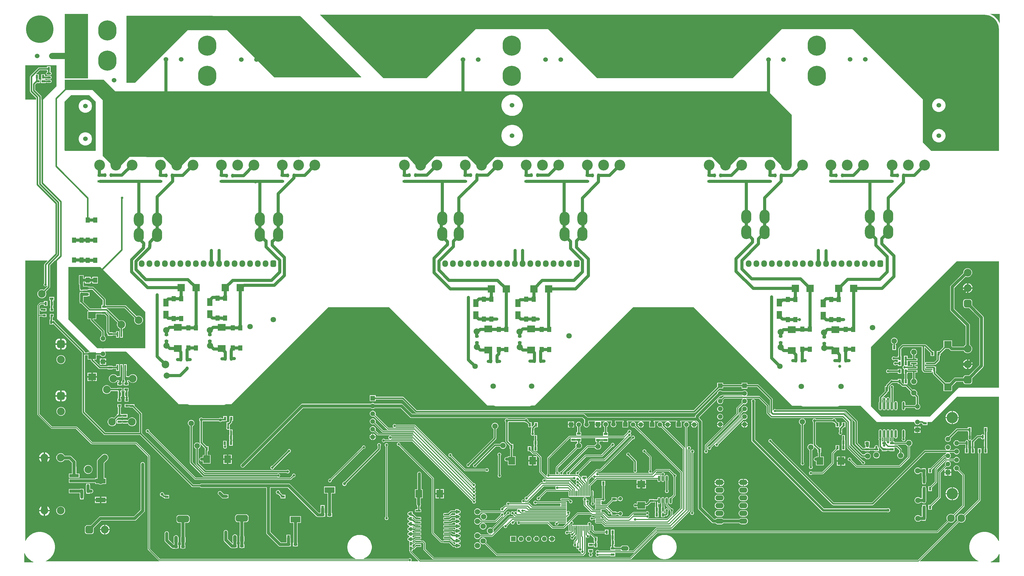
<source format=gbr>
%TF.GenerationSoftware,Altium Limited,Altium Designer,26.1.1 (7)*%
G04 Layer_Physical_Order=2*
G04 Layer_Color=16711680*
%FSLAX43Y43*%
%MOMM*%
%TF.SameCoordinates,F910D8A4-5627-44EB-A571-6FFAAA827985*%
%TF.FilePolarity,Positive*%
%TF.FileFunction,Copper,L2,Bot,Signal*%
%TF.Part,Single*%
G01*
G75*
%TA.AperFunction,SMDPad,CuDef*%
%ADD12R,0.800X1.250*%
%ADD13R,1.250X0.800*%
%TA.AperFunction,Conductor*%
%ADD19C,0.300*%
%ADD20C,1.000*%
%ADD21C,0.360*%
%ADD22C,0.500*%
%ADD23C,2.000*%
%ADD24C,0.800*%
%ADD25C,0.400*%
%ADD26C,0.600*%
%TA.AperFunction,ComponentPad*%
%ADD27O,1.800X1.500*%
%ADD28C,1.800*%
%ADD29C,2.000*%
%ADD30C,3.550*%
%ADD31R,1.550X1.550*%
%ADD32C,1.550*%
%ADD33O,2.700X1.750*%
%ADD34C,3.700*%
%ADD35C,1.500*%
%ADD36R,1.500X1.500*%
%ADD37C,1.200*%
%ADD38C,1.524*%
%ADD39O,6.000X6.600*%
%ADD40C,2.500*%
%ADD41C,2.550*%
G04:AMPARAMS|DCode=42|XSize=2.55mm|YSize=2.55mm|CornerRadius=0.638mm|HoleSize=0mm|Usage=FLASHONLY|Rotation=0.000|XOffset=0mm|YOffset=0mm|HoleType=Round|Shape=RoundedRectangle|*
%AMROUNDEDRECTD42*
21,1,2.550,1.275,0,0,0.0*
21,1,1.275,2.550,0,0,0.0*
1,1,1.275,0.638,-0.638*
1,1,1.275,-0.638,-0.638*
1,1,1.275,-0.638,0.638*
1,1,1.275,0.638,0.638*
%
%ADD42ROUNDEDRECTD42*%
G04:AMPARAMS|DCode=43|XSize=2.55mm|YSize=2.55mm|CornerRadius=0.638mm|HoleSize=0mm|Usage=FLASHONLY|Rotation=270.000|XOffset=0mm|YOffset=0mm|HoleType=Round|Shape=RoundedRectangle|*
%AMROUNDEDRECTD43*
21,1,2.550,1.275,0,0,270.0*
21,1,1.275,2.550,0,0,270.0*
1,1,1.275,-0.638,-0.638*
1,1,1.275,-0.638,0.638*
1,1,1.275,0.638,0.638*
1,1,1.275,0.638,-0.638*
%
%ADD43ROUNDEDRECTD43*%
%ADD44O,1.905X2.159*%
G04:AMPARAMS|DCode=45|XSize=1.905mm|YSize=2.159mm|CornerRadius=0.476mm|HoleSize=0mm|Usage=FLASHONLY|Rotation=0.000|XOffset=0mm|YOffset=0mm|HoleType=Round|Shape=RoundedRectangle|*
%AMROUNDEDRECTD45*
21,1,1.905,1.206,0,0,0.0*
21,1,0.953,2.159,0,0,0.0*
1,1,0.953,0.476,-0.603*
1,1,0.953,-0.476,-0.603*
1,1,0.953,-0.476,0.603*
1,1,0.953,0.476,0.603*
%
%ADD45ROUNDEDRECTD45*%
%ADD46O,3.302X4.572*%
%ADD47O,2.500X1.500*%
%ADD48R,1.550X1.550*%
%TA.AperFunction,ViaPad*%
%ADD49C,0.600*%
%ADD50C,0.800*%
%ADD51C,1.270*%
%ADD52C,1.000*%
%ADD53C,9.000*%
%ADD54C,2.000*%
%ADD55C,0.700*%
%TA.AperFunction,SMDPad,CuDef*%
%ADD56R,0.600X1.800*%
G04:AMPARAMS|DCode=57|XSize=2.2mm|YSize=4mm|CornerRadius=0.649mm|HoleSize=0mm|Usage=FLASHONLY|Rotation=90.000|XOffset=0mm|YOffset=0mm|HoleType=Round|Shape=RoundedRectangle|*
%AMROUNDEDRECTD57*
21,1,2.200,2.702,0,0,90.0*
21,1,0.902,4.000,0,0,90.0*
1,1,1.298,1.351,0.451*
1,1,1.298,1.351,-0.451*
1,1,1.298,-1.351,-0.451*
1,1,1.298,-1.351,0.451*
%
%ADD57ROUNDEDRECTD57*%
G04:AMPARAMS|DCode=58|XSize=2.6mm|YSize=1.2mm|CornerRadius=0.6mm|HoleSize=0mm|Usage=FLASHONLY|Rotation=90.000|XOffset=0mm|YOffset=0mm|HoleType=Round|Shape=RoundedRectangle|*
%AMROUNDEDRECTD58*
21,1,2.600,0.000,0,0,90.0*
21,1,1.400,1.200,0,0,90.0*
1,1,1.200,0.000,0.700*
1,1,1.200,0.000,-0.700*
1,1,1.200,0.000,-0.700*
1,1,1.200,0.000,0.700*
%
%ADD58ROUNDEDRECTD58*%
%ADD59R,1.200X2.600*%
%ADD60R,2.400X2.400*%
%ADD61O,0.650X1.900*%
%ADD62R,1.788X0.312*%
G04:AMPARAMS|DCode=63|XSize=1.788mm|YSize=0.312mm|CornerRadius=0.156mm|HoleSize=0mm|Usage=FLASHONLY|Rotation=180.000|XOffset=0mm|YOffset=0mm|HoleType=Round|Shape=RoundedRectangle|*
%AMROUNDEDRECTD63*
21,1,1.788,0.000,0,0,180.0*
21,1,1.476,0.312,0,0,180.0*
1,1,0.312,-0.738,0.000*
1,1,0.312,0.738,0.000*
1,1,0.312,0.738,0.000*
1,1,0.312,-0.738,0.000*
%
%ADD63ROUNDEDRECTD63*%
G04:AMPARAMS|DCode=64|XSize=0.312mm|YSize=1.788mm|CornerRadius=0.156mm|HoleSize=0mm|Usage=FLASHONLY|Rotation=180.000|XOffset=0mm|YOffset=0mm|HoleType=Round|Shape=RoundedRectangle|*
%AMROUNDEDRECTD64*
21,1,0.312,1.476,0,0,180.0*
21,1,0.000,1.788,0,0,180.0*
1,1,0.312,0.000,0.738*
1,1,0.312,0.000,0.738*
1,1,0.312,0.000,-0.738*
1,1,0.312,0.000,-0.738*
%
%ADD64ROUNDEDRECTD64*%
%ADD65R,1.262X0.958*%
%ADD66R,2.500X2.200*%
G04:AMPARAMS|DCode=67|XSize=0.55mm|YSize=1.7mm|CornerRadius=0.05mm|HoleSize=0mm|Usage=FLASHONLY|Rotation=90.000|XOffset=0mm|YOffset=0mm|HoleType=Round|Shape=RoundedRectangle|*
%AMROUNDEDRECTD67*
21,1,0.550,1.601,0,0,90.0*
21,1,0.451,1.700,0,0,90.0*
1,1,0.099,0.800,0.226*
1,1,0.099,0.800,-0.226*
1,1,0.099,-0.800,-0.226*
1,1,0.099,-0.800,0.226*
%
%ADD67ROUNDEDRECTD67*%
%ADD68R,2.200X2.500*%
%ADD69R,0.616X1.308*%
G04:AMPARAMS|DCode=70|XSize=1.308mm|YSize=0.616mm|CornerRadius=0.308mm|HoleSize=0mm|Usage=FLASHONLY|Rotation=90.000|XOffset=0mm|YOffset=0mm|HoleType=Round|Shape=RoundedRectangle|*
%AMROUNDEDRECTD70*
21,1,1.308,0.000,0,0,90.0*
21,1,0.692,0.616,0,0,90.0*
1,1,0.616,0.000,0.346*
1,1,0.616,0.000,-0.346*
1,1,0.616,0.000,-0.346*
1,1,0.616,0.000,0.346*
%
%ADD70ROUNDEDRECTD70*%
G04:AMPARAMS|DCode=71|XSize=1.655mm|YSize=0.602mm|CornerRadius=0.301mm|HoleSize=0mm|Usage=FLASHONLY|Rotation=90.000|XOffset=0mm|YOffset=0mm|HoleType=Round|Shape=RoundedRectangle|*
%AMROUNDEDRECTD71*
21,1,1.655,0.000,0,0,90.0*
21,1,1.053,0.602,0,0,90.0*
1,1,0.602,0.000,0.526*
1,1,0.602,0.000,-0.526*
1,1,0.602,0.000,-0.526*
1,1,0.602,0.000,0.526*
%
%ADD71ROUNDEDRECTD71*%
%ADD72R,0.602X1.655*%
%ADD73R,0.900X0.650*%
%ADD74R,1.205X2.706*%
%ADD75R,3.050X1.016*%
%ADD76R,8.380X10.660*%
%ADD77R,3.200X1.520*%
%ADD78R,0.600X1.050*%
%ADD79R,1.700X2.500*%
%ADD80R,1.450X1.800*%
%ADD81O,1.500X0.600*%
%ADD82R,1.500X0.600*%
%ADD83R,0.950X1.900*%
%ADD84R,3.250X1.900*%
%ADD85R,0.950X1.350*%
%ADD86O,0.700X2.600*%
%ADD87R,2.400X2.400*%
%ADD88R,1.980X0.530*%
%TA.AperFunction,Conductor*%
%ADD89C,0.580*%
%ADD90R,7.600X21.248*%
%ADD91R,5.356X18.644*%
G36*
X319999Y180003D02*
Y176704D01*
X319889Y177029D01*
X319582Y177649D01*
X319198Y178225D01*
X318742Y178745D01*
X318221Y179202D01*
X317646Y179586D01*
X317025Y179892D01*
X316700Y180003D01*
X319999Y180003D01*
D02*
G37*
G36*
X10526Y156217D02*
X6159Y151850D01*
X5563D01*
Y152825D01*
X5530Y152993D01*
X5435Y153135D01*
X3513Y155057D01*
Y156792D01*
X4014Y157292D01*
X4021Y157294D01*
X5159D01*
Y158454D01*
X4564D01*
Y158587D01*
X4696D01*
Y160197D01*
X3908D01*
X3860Y160315D01*
X5054Y161509D01*
X7422D01*
Y161174D01*
X7595D01*
Y160940D01*
X7584D01*
X7397Y160902D01*
X7238Y160796D01*
X7132Y160637D01*
X7094Y160450D01*
X7132Y160263D01*
X7238Y160104D01*
X7397Y159998D01*
X7584Y159961D01*
X8484D01*
X8671Y159998D01*
X8830Y160104D01*
X8936Y160263D01*
X8973Y160450D01*
X8936Y160637D01*
X8830Y160796D01*
X8671Y160902D01*
X8484Y160940D01*
X8472D01*
Y161174D01*
X8582D01*
Y162784D01*
X7422D01*
Y162386D01*
X4872D01*
X4704Y162352D01*
X4562Y162257D01*
X1990Y159685D01*
X1895Y159543D01*
X1862Y159375D01*
Y154600D01*
X1895Y154432D01*
X1990Y154290D01*
X3862Y152418D01*
Y151850D01*
X285D01*
X285Y163180D01*
X10526D01*
Y156217D01*
D02*
G37*
G36*
X90490Y179319D02*
X110502Y159307D01*
X110454Y159189D01*
X81969D01*
X66497Y174661D01*
X53584D01*
X36324Y157400D01*
X33463Y157400D01*
X33463Y179339D01*
X33553Y179429D01*
X90490Y179319D01*
D02*
G37*
G36*
X314962Y179726D02*
X314985Y179721D01*
X315000Y179718D01*
D01*
Y179721D01*
X315616Y179681D01*
X316221Y179560D01*
X316805Y179362D01*
X317359Y179089D01*
X317872Y178746D01*
X318336Y178340D01*
X318743Y177876D01*
X319085Y177363D01*
X319358Y176809D01*
X319557Y176225D01*
X319677Y175620D01*
X319716Y175019D01*
X319713Y175004D01*
X319713Y135004D01*
X297580D01*
X297550Y135034D01*
D01*
X294775Y137809D01*
Y151925D01*
X271675Y175025D01*
X248475D01*
X232375Y158925D01*
X187950D01*
X171850Y175025D01*
X148025D01*
X131925Y158925D01*
X117794Y158925D01*
X96993Y179726D01*
X314962Y179726D01*
D02*
G37*
G36*
X23400Y151150D02*
Y135163D01*
X23241Y135004D01*
X13446Y135004D01*
X13175Y135275D01*
Y151175D01*
X15275Y153275D01*
X21275D01*
X23400Y151150D01*
D02*
G37*
G36*
X29817Y154595D02*
X244005D01*
X251739Y146861D01*
Y130404D01*
X251725Y130369D01*
X248225D01*
X245559Y133035D01*
X234441D01*
X231775Y130369D01*
X228225D01*
X225559Y133035D01*
X154441D01*
X151775Y130369D01*
X148233D01*
X145336Y133266D01*
X134665Y133259D01*
X131775Y130369D01*
X128225D01*
X125766Y133068D01*
X54445Y133038D01*
X51775Y130369D01*
X48225D01*
X45559Y133035D01*
X34481Y133068D01*
X31765Y130369D01*
X28225D01*
Y130892D01*
X25675Y133442D01*
Y151675D01*
X22346Y155004D01*
X13284Y155004D01*
Y158375D01*
X26036D01*
X29817Y154595D01*
D02*
G37*
G36*
X10744Y79948D02*
X21497Y69195D01*
X21447Y69068D01*
X20795D01*
Y68823D01*
X19813D01*
Y68990D01*
X19780Y69158D01*
X19685Y69300D01*
X10128Y78857D01*
Y78932D01*
X10040Y79146D01*
X9876Y79309D01*
X9663Y79397D01*
X9432D01*
X9378Y79433D01*
Y79622D01*
X9311D01*
Y80495D01*
X9628D01*
Y81505D01*
X8368D01*
Y80495D01*
X8434D01*
Y79622D01*
X8218D01*
Y78012D01*
X9378D01*
Y78200D01*
X9432Y78237D01*
X9508D01*
X18937Y68808D01*
Y68385D01*
Y49225D01*
X18970Y49057D01*
X19065Y48915D01*
X26079Y41901D01*
X26221Y41806D01*
X26389Y41773D01*
X37975D01*
X54919Y24829D01*
X55061Y24734D01*
X55229Y24701D01*
X55229Y24701D01*
X57627D01*
X57638Y24690D01*
X57665Y24654D01*
X57701Y24627D01*
X57732Y24595D01*
X57771Y24573D01*
X57807Y24545D01*
X57849Y24528D01*
X57888Y24506D01*
X57931Y24494D01*
X57972Y24477D01*
X58017Y24471D01*
X58060Y24459D01*
X58105D01*
X58150Y24454D01*
X79389D01*
Y9650D01*
X79413Y9472D01*
X79481Y9307D01*
X79590Y9165D01*
X83415Y5340D01*
X83557Y5231D01*
X83722Y5163D01*
X83900Y5139D01*
X86625D01*
X86803Y5163D01*
X86968Y5231D01*
X86986Y5245D01*
X87430D01*
Y6405D01*
X87311D01*
Y7950D01*
X87288Y8127D01*
X87280Y8146D01*
Y9080D01*
X85970D01*
Y8146D01*
X85963Y8128D01*
X85939Y7950D01*
X85939Y7949D01*
Y6511D01*
X84184D01*
X80761Y9934D01*
Y24454D01*
X86426D01*
X95815Y15065D01*
X95957Y14956D01*
X96122Y14888D01*
X96300Y14864D01*
X97850D01*
X98028Y14888D01*
X98193Y14956D01*
X98211Y14970D01*
X98655D01*
Y16130D01*
X98536D01*
Y17625D01*
X98512Y17803D01*
X98505Y17821D01*
Y18755D01*
X97195D01*
Y17821D01*
X97188Y17803D01*
X97164Y17625D01*
Y16236D01*
X96584D01*
X87196Y25624D01*
X87054Y25733D01*
X86888Y25802D01*
X86711Y25825D01*
X58150D01*
X58105Y25819D01*
X58060D01*
X58017Y25808D01*
X57972Y25802D01*
X57931Y25785D01*
X57888Y25773D01*
X57849Y25751D01*
X57807Y25733D01*
X57771Y25706D01*
X57732Y25684D01*
X57701Y25652D01*
X57665Y25624D01*
X57638Y25589D01*
X57627Y25578D01*
X55410D01*
X38596Y42393D01*
Y48698D01*
X38562Y48866D01*
X38467Y49008D01*
X36098Y51378D01*
Y51905D01*
X34488D01*
Y51797D01*
X34195D01*
Y51880D01*
X32935D01*
Y50870D01*
X34195D01*
Y50920D01*
X34488D01*
Y50745D01*
X35491D01*
X37719Y48517D01*
Y42649D01*
X26571D01*
X19813Y49407D01*
Y67947D01*
X20795D01*
Y66508D01*
X21787D01*
Y66400D01*
X21820Y66232D01*
X21915Y66090D01*
X24415Y63590D01*
X24557Y63495D01*
X24725Y63462D01*
X27345D01*
Y63320D01*
X28955D01*
Y63462D01*
X30065D01*
Y62820D01*
X31025D01*
Y64980D01*
X30065D01*
Y64338D01*
X28955D01*
Y64480D01*
X27345D01*
Y64338D01*
X24907D01*
X22854Y66391D01*
X22903Y66508D01*
X23655D01*
Y67947D01*
X24925D01*
X25011Y67799D01*
X25189Y67621D01*
X25406Y67495D01*
X25649Y67430D01*
X25901D01*
X26144Y67495D01*
X26361Y67621D01*
X26539Y67799D01*
X26665Y68016D01*
X26730Y68259D01*
Y68511D01*
X26665Y68754D01*
X26539Y68971D01*
X26478Y69033D01*
X26530Y69160D01*
X33346Y69160D01*
X40750Y61756D01*
X50625Y51881D01*
X53567D01*
X53852Y51728D01*
X54188Y51627D01*
X54537Y51592D01*
Y51592D01*
X54540Y51595D01*
X65136D01*
Y51592D01*
X65485Y51627D01*
X65820Y51728D01*
X66106Y51881D01*
X67856D01*
X99700Y83725D01*
X119675Y83725D01*
X151899Y51501D01*
X153914D01*
X154199Y51348D01*
X154534Y51246D01*
X154883Y51212D01*
Y51212D01*
X154886Y51215D01*
X165483D01*
Y51212D01*
X165832Y51246D01*
X166167Y51348D01*
X166452Y51501D01*
X167501D01*
X199725Y83725D01*
X219585D01*
X251925Y51384D01*
X254858D01*
X255143Y51232D01*
X255479Y51130D01*
X255828Y51096D01*
Y51096D01*
X255830Y51099D01*
X266427D01*
Y51096D01*
X266776Y51130D01*
X267111Y51232D01*
X267396Y51384D01*
X274335D01*
X279681Y46038D01*
X292006D01*
Y45912D01*
X292071Y45669D01*
X292196Y45452D01*
X292374Y45274D01*
X292592Y45148D01*
X292835Y45083D01*
X293086D01*
X293329Y45148D01*
X293547Y45274D01*
X293725Y45452D01*
X293810Y45600D01*
X294416D01*
X294528Y45488D01*
X294670Y45393D01*
X294678Y45391D01*
Y45068D01*
X296288D01*
Y46038D01*
X297662D01*
X305924Y54300D01*
X319713D01*
X319713Y7012D01*
X319589Y6988D01*
X319494Y7216D01*
X319166Y7784D01*
X318767Y8304D01*
X318304Y8767D01*
X317784Y9166D01*
X317216Y9494D01*
X316611Y9745D01*
X315978Y9914D01*
X315328Y10000D01*
X314672D01*
X314022Y9914D01*
X313389Y9745D01*
X312784Y9494D01*
X312216Y9166D01*
X311696Y8767D01*
X311233Y8304D01*
X310834Y7784D01*
X310506Y7216D01*
X310255Y6611D01*
X310086Y5978D01*
X310000Y5328D01*
Y4672D01*
X310086Y4022D01*
X310255Y3389D01*
X310506Y2784D01*
X310834Y2216D01*
X311233Y1696D01*
X311696Y1233D01*
X312216Y834D01*
X312784Y506D01*
X313015Y410D01*
X312991Y285D01*
X293827D01*
X293779Y403D01*
X306642Y13266D01*
X306848Y13147D01*
X307212Y13050D01*
X307588D01*
X307952Y13147D01*
X308278Y13335D01*
X308544Y13602D01*
X308733Y13928D01*
X308830Y14291D01*
Y14668D01*
X308733Y15032D01*
X308614Y15238D01*
X313612Y20236D01*
X313612Y20236D01*
X313685Y20345D01*
X313710Y20474D01*
Y35795D01*
X313954D01*
Y37405D01*
X312794D01*
Y35795D01*
X313037D01*
Y20613D01*
X308132Y15708D01*
X307952Y15812D01*
X307588Y15910D01*
X307212D01*
X306848Y15812D01*
X306522Y15624D01*
X306256Y15358D01*
X306067Y15032D01*
X305970Y14668D01*
Y14291D01*
X306067Y13928D01*
X306172Y13747D01*
X293191Y766D01*
X129859D01*
X127157Y3469D01*
Y3717D01*
X127400D01*
Y4235D01*
X127677D01*
X127677Y4235D01*
X127806Y4261D01*
X127915Y4334D01*
X128634Y5053D01*
X129972D01*
X130061Y5070D01*
X130137Y5121D01*
X130188Y5197D01*
X130206Y5286D01*
Y5738D01*
X130188Y5827D01*
X130137Y5903D01*
X130061Y5954D01*
X129972Y5971D01*
X128371D01*
X128281Y5954D01*
X128205Y5903D01*
X128155Y5827D01*
X128137Y5738D01*
Y5507D01*
X127538Y4908D01*
X127400D01*
Y5922D01*
X127677D01*
X127677Y5922D01*
X127806Y5947D01*
X127915Y6020D01*
X128254Y6359D01*
X128281Y6340D01*
X128371Y6323D01*
X129972D01*
X130061Y6340D01*
X130137Y6391D01*
X130174Y6446D01*
X130604D01*
X130916Y6134D01*
Y4248D01*
X130916Y4248D01*
X130941Y4119D01*
X131014Y4010D01*
X133962Y1062D01*
X133962Y1062D01*
X134071Y989D01*
X134200Y964D01*
X134200Y964D01*
X198850D01*
X198850Y964D01*
X198979Y989D01*
X199088Y1062D01*
X207689Y9664D01*
X299525D01*
X299525Y9664D01*
X299654Y9689D01*
X299763Y9762D01*
X303259Y13259D01*
X303453Y13147D01*
X303816Y13050D01*
X304193D01*
X304557Y13147D01*
X304883Y13335D01*
X305149Y13602D01*
X305337Y13928D01*
X305435Y14291D01*
Y14668D01*
X305337Y15032D01*
X305226Y15225D01*
X308288Y18287D01*
X308288Y18287D01*
X308361Y18396D01*
X308386Y18525D01*
Y28660D01*
X308386Y28660D01*
X308361Y28789D01*
X308288Y28898D01*
X306698Y30488D01*
X306715Y30516D01*
X306780Y30759D01*
Y31011D01*
X306715Y31254D01*
X306589Y31471D01*
X306411Y31649D01*
X306194Y31775D01*
X305951Y31840D01*
X305699D01*
X305456Y31775D01*
X305239Y31649D01*
X305061Y31471D01*
X304935Y31254D01*
X304870Y31011D01*
Y30759D01*
X304935Y30516D01*
X305061Y30299D01*
X305239Y30121D01*
X305456Y29995D01*
X305699Y29930D01*
X305951D01*
X306194Y29995D01*
X306222Y30012D01*
X307714Y28521D01*
Y18664D01*
X304750Y15701D01*
X304557Y15812D01*
X304193Y15910D01*
X303816D01*
X303453Y15812D01*
X303127Y15624D01*
X302860Y15358D01*
X302672Y15032D01*
X302575Y14668D01*
Y14291D01*
X302672Y13928D01*
X302784Y13734D01*
X299386Y10336D01*
X207550D01*
X207550Y10336D01*
X207421Y10311D01*
X207312Y10238D01*
X198711Y1636D01*
X134339D01*
X131589Y4387D01*
Y6273D01*
X131589Y6273D01*
X131563Y6402D01*
X131490Y6511D01*
X131490Y6511D01*
X130981Y7020D01*
X130872Y7093D01*
X130743Y7118D01*
X130743Y7118D01*
X130174D01*
X130137Y7173D01*
X130061Y7224D01*
X129972Y7241D01*
X128371D01*
X128281Y7224D01*
X128205Y7173D01*
X128155Y7097D01*
X128153Y7089D01*
X128048Y7068D01*
X127938Y6995D01*
X127938Y6995D01*
X127538Y6595D01*
X127400D01*
Y7184D01*
X127679D01*
X127847Y7217D01*
X127989Y7312D01*
X128266Y7589D01*
X129146D01*
X129166Y7593D01*
X129972D01*
X130061Y7610D01*
X130137Y7661D01*
X130188Y7737D01*
X130206Y7826D01*
Y8278D01*
X130188Y8367D01*
X130137Y8443D01*
X130061Y8494D01*
X129972Y8511D01*
X128371D01*
X128281Y8494D01*
X128239Y8465D01*
X128084D01*
X127916Y8432D01*
X127774Y8337D01*
X127527Y8090D01*
X127400Y8132D01*
X127400Y8427D01*
X127400Y8554D01*
Y8884D01*
X128276D01*
X128281Y8880D01*
X128371Y8863D01*
X129972D01*
X130061Y8880D01*
X130137Y8931D01*
X130188Y9007D01*
X130206Y9097D01*
Y9547D01*
X130188Y9637D01*
X130137Y9713D01*
X130061Y9764D01*
X129972Y9781D01*
X128371D01*
X128281Y9764D01*
X128276Y9760D01*
X127490D01*
X127400Y9850D01*
X127400Y10097D01*
X127400Y10224D01*
Y10422D01*
X127527Y10464D01*
X127707Y10284D01*
X127849Y10189D01*
X128017Y10156D01*
X128273D01*
X128281Y10150D01*
X128371Y10133D01*
X129972D01*
X130061Y10150D01*
X130137Y10201D01*
X130188Y10277D01*
X130206Y10366D01*
Y10818D01*
X130188Y10907D01*
X130137Y10983D01*
X130061Y11034D01*
X129972Y11051D01*
X128371D01*
X128281Y11034D01*
X128280Y11033D01*
X128199D01*
X127989Y11242D01*
X127847Y11337D01*
X127679Y11370D01*
X127490D01*
X127400Y11460D01*
X127400Y11772D01*
X127527Y11821D01*
X127772Y11577D01*
X127914Y11482D01*
X128082Y11449D01*
X128239D01*
X128281Y11420D01*
X128371Y11403D01*
X129972D01*
X130061Y11420D01*
X130137Y11471D01*
X130188Y11547D01*
X130206Y11637D01*
Y12087D01*
X130188Y12177D01*
X130137Y12253D01*
X130061Y12304D01*
X129972Y12321D01*
X129166D01*
X129146Y12325D01*
X128263D01*
X127959Y12630D01*
X127938Y12644D01*
X127996Y12752D01*
X128164Y12719D01*
X128239D01*
X128281Y12690D01*
X128371Y12673D01*
X129972D01*
X130061Y12690D01*
X130137Y12741D01*
X130188Y12817D01*
X130206Y12906D01*
Y13358D01*
X130188Y13447D01*
X130137Y13523D01*
X130061Y13574D01*
X129972Y13591D01*
X129166D01*
X129146Y13595D01*
X128346D01*
X127739Y14202D01*
X127597Y14297D01*
X127429Y14330D01*
X127400D01*
Y14722D01*
X127518Y14771D01*
X128143Y14146D01*
X128155Y14087D01*
X128205Y14011D01*
X128281Y13960D01*
X128371Y13943D01*
X129972D01*
X130061Y13960D01*
X130137Y14011D01*
X130188Y14087D01*
X130206Y14177D01*
Y14627D01*
X130188Y14717D01*
X130137Y14793D01*
X130061Y14844D01*
X129972Y14861D01*
X129166D01*
X129146Y14865D01*
X128663D01*
X127707Y15821D01*
X127565Y15916D01*
X127400Y15949D01*
Y16691D01*
X126240D01*
Y16466D01*
X126136D01*
X125923Y16378D01*
X125760Y16215D01*
X125671Y16002D01*
Y15771D01*
X125760Y15558D01*
X125923Y15394D01*
X126136Y15306D01*
X126151D01*
X126240Y15216D01*
X126240Y15081D01*
X126240D01*
Y15072D01*
X126240D01*
Y14847D01*
X126136D01*
X125923Y14758D01*
X125760Y14595D01*
X125671Y14382D01*
Y14151D01*
X125760Y13938D01*
X125923Y13775D01*
X126136Y13687D01*
X126240D01*
Y13509D01*
X126240Y13462D01*
X126240D01*
Y13382D01*
X126240D01*
Y13157D01*
X126136D01*
X125923Y13069D01*
X125760Y12905D01*
X125671Y12692D01*
Y12461D01*
X125760Y12248D01*
X125923Y12085D01*
X126136Y11997D01*
X126151D01*
X126240Y11907D01*
X126240Y11772D01*
X126240Y11645D01*
Y11512D01*
X126136D01*
X125923Y11424D01*
X125760Y11261D01*
X125671Y11047D01*
Y10817D01*
X125760Y10603D01*
X125923Y10440D01*
X126136Y10352D01*
X126151D01*
X126240Y10262D01*
X126240Y10127D01*
X126240Y9992D01*
X126151Y9902D01*
X126136D01*
X125923Y9814D01*
X125760Y9651D01*
X125671Y9437D01*
Y9207D01*
X125760Y8993D01*
X125923Y8830D01*
X126136Y8742D01*
X126151D01*
X126240Y8652D01*
X126240Y8487D01*
X126240Y8360D01*
Y8202D01*
X126151D01*
X125938Y8114D01*
X125775Y7951D01*
X125687Y7738D01*
Y7507D01*
X125775Y7294D01*
X125938Y7131D01*
X126151Y7042D01*
X126240D01*
Y5272D01*
Y3717D01*
X126484D01*
Y3330D01*
X126484Y3330D01*
X126510Y3201D01*
X126582Y3092D01*
X129271Y403D01*
X129223Y285D01*
X126981D01*
X126932Y403D01*
X126976Y446D01*
X127064Y660D01*
Y890D01*
X126976Y1104D01*
X126812Y1267D01*
X126599Y1355D01*
X126369D01*
X126155Y1267D01*
X126000Y1111D01*
X111362D01*
X111336Y1238D01*
X111738Y1405D01*
X112192Y1667D01*
X112608Y1986D01*
X112979Y2357D01*
X113298Y2773D01*
X113560Y3227D01*
X113761Y3711D01*
X113897Y4218D01*
X113965Y4738D01*
Y5262D01*
X113897Y5782D01*
X113761Y6289D01*
X113560Y6773D01*
X113298Y7227D01*
X112979Y7643D01*
X112608Y8014D01*
X112192Y8333D01*
X111738Y8595D01*
X111254Y8796D01*
X110747Y8932D01*
X110227Y9000D01*
X109703D01*
X109183Y8932D01*
X108677Y8796D01*
X108192Y8595D01*
X107738Y8333D01*
X107322Y8014D01*
X106951Y7643D01*
X106632Y7227D01*
X106370Y6773D01*
X106169Y6289D01*
X106034Y5782D01*
X105965Y5262D01*
Y4738D01*
X106034Y4218D01*
X106169Y3711D01*
X106370Y3227D01*
X106632Y2773D01*
X106951Y2357D01*
X107322Y1986D01*
X107738Y1667D01*
X108192Y1405D01*
X108594Y1238D01*
X108568Y1111D01*
X44489D01*
X41186Y4414D01*
Y34850D01*
X41186Y34850D01*
X41161Y34979D01*
X41088Y35088D01*
X41088Y35088D01*
X36863Y39313D01*
X36754Y39386D01*
X36625Y39411D01*
X36625Y39411D01*
X22289D01*
X17263Y44438D01*
X17154Y44511D01*
X17025Y44536D01*
X17025Y44536D01*
X9114D01*
X4979Y48672D01*
Y80664D01*
X5968D01*
Y80495D01*
X7228D01*
Y81505D01*
X5968D01*
Y81337D01*
X4979D01*
Y84157D01*
X5407Y84585D01*
X6396D01*
Y84117D01*
X7556D01*
Y85727D01*
X6396D01*
Y85258D01*
X5267D01*
X5139Y85233D01*
X5029Y85160D01*
X4404Y84535D01*
X4331Y84425D01*
X4306Y84297D01*
X4306Y84297D01*
Y81001D01*
Y48533D01*
X4306Y48533D01*
X4331Y48404D01*
X4404Y48295D01*
X8737Y43962D01*
X8737Y43962D01*
X8846Y43889D01*
X8975Y43864D01*
X8975Y43864D01*
X16886D01*
X21912Y38837D01*
X21912Y38837D01*
X22021Y38764D01*
X22150Y38739D01*
X22150Y38739D01*
X36486D01*
X40514Y34711D01*
Y4275D01*
X40514Y4275D01*
X40539Y4146D01*
X40612Y4037D01*
X44112Y537D01*
X44112Y537D01*
X44221Y464D01*
X44350Y439D01*
X44350Y439D01*
X125913D01*
X125931Y412D01*
X125863Y285D01*
X7009Y285D01*
X6985Y410D01*
X7216Y506D01*
X7784Y834D01*
X8304Y1233D01*
X8767Y1696D01*
X9166Y2216D01*
X9494Y2784D01*
X9745Y3389D01*
X9914Y4022D01*
X10000Y4672D01*
Y5328D01*
X9914Y5978D01*
X9745Y6611D01*
X9494Y7216D01*
X9166Y7784D01*
X8767Y8304D01*
X8304Y8767D01*
X7784Y9166D01*
X7216Y9494D01*
X6611Y9745D01*
X5978Y9914D01*
X5328Y10000D01*
X4672D01*
X4022Y9914D01*
X3389Y9745D01*
X2784Y9494D01*
X2216Y9166D01*
X1696Y8767D01*
X1233Y8304D01*
X834Y7784D01*
X506Y7216D01*
X410Y6984D01*
X285Y7009D01*
X285Y99050D01*
X7539D01*
X7588Y98933D01*
X6640Y97985D01*
X6545Y97843D01*
X6512Y97675D01*
Y91532D01*
X6433Y91454D01*
X6345Y91240D01*
Y91010D01*
X6433Y90796D01*
X6596Y90633D01*
X6810Y90545D01*
X7040D01*
X7254Y90633D01*
X7410Y90789D01*
X7445Y90787D01*
X7537Y90754D01*
Y90545D01*
X6378Y89386D01*
X6276Y89445D01*
X5913Y89542D01*
X5536D01*
X5172Y89445D01*
X4846Y89257D01*
X4580Y88990D01*
X4392Y88664D01*
X4294Y88301D01*
Y87924D01*
X4392Y87560D01*
X4580Y87234D01*
X4846Y86968D01*
X5172Y86780D01*
X5536Y86682D01*
X5913D01*
X6276Y86780D01*
X6602Y86968D01*
X6869Y87234D01*
X7057Y87560D01*
X7154Y87924D01*
Y88301D01*
X7057Y88664D01*
X6998Y88766D01*
X8285Y90053D01*
X8380Y90195D01*
X8413Y90363D01*
Y97518D01*
X9945Y99050D01*
X10744D01*
Y79948D01*
D02*
G37*
G36*
X39697Y82175D02*
Y70225D01*
X23913D01*
X14397Y79741D01*
Y96950D01*
X24922D01*
X39697Y82175D01*
D02*
G37*
G36*
X319713Y57300D02*
X306522D01*
X297025Y47803D01*
X292961D01*
X292956Y47808D01*
X281103D01*
X277758Y51153D01*
X277758Y70683D01*
X305870Y98795D01*
X319713D01*
X319713Y57300D01*
D02*
G37*
G36*
X418Y2354D02*
X802Y1779D01*
X1258Y1258D01*
X1779Y802D01*
X2354Y418D01*
X2943Y127D01*
X2914Y0D01*
X-0D01*
Y2914D01*
X127Y2944D01*
X418Y2354D01*
D02*
G37*
G36*
X319895Y2701D02*
Y127D01*
X319839Y0D01*
X317086D01*
X317056Y127D01*
X317646Y418D01*
X318221Y802D01*
X318742Y1258D01*
X319198Y1779D01*
X319582Y2354D01*
X319768Y2731D01*
X319895Y2701D01*
D02*
G37*
%LPC*%
G36*
X6696Y160197D02*
X5536D01*
Y158587D01*
X6696D01*
Y158742D01*
X7376D01*
X7397Y158728D01*
X7584Y158691D01*
X8484D01*
X8671Y158728D01*
X8830Y158834D01*
X8936Y158993D01*
X8973Y159180D01*
X8936Y159367D01*
X8830Y159526D01*
X8671Y159632D01*
X8484Y159670D01*
X7584D01*
X7397Y159632D01*
X7376Y159619D01*
X6696D01*
Y160197D01*
D02*
G37*
G36*
X6988Y158454D02*
X5378D01*
Y157294D01*
X6988D01*
Y157472D01*
X7376D01*
X7397Y157458D01*
X7584Y157421D01*
X8484D01*
X8671Y157458D01*
X8830Y157564D01*
X8936Y157723D01*
X8973Y157910D01*
X8936Y158097D01*
X8830Y158256D01*
X8671Y158362D01*
X8484Y158400D01*
X7584D01*
X7397Y158362D01*
X7376Y158349D01*
X6988D01*
Y158454D01*
D02*
G37*
G36*
X300215Y152184D02*
X299785D01*
X299364Y152100D01*
X298967Y151936D01*
X298610Y151697D01*
X298307Y151393D01*
X298068Y151036D01*
X297904Y150640D01*
X297820Y150219D01*
Y149789D01*
X297904Y149368D01*
X298068Y148971D01*
X298307Y148614D01*
X298610Y148310D01*
X298967Y148072D01*
X299364Y147908D01*
X299785Y147824D01*
X300215D01*
X300636Y147908D01*
X301033Y148072D01*
X301390Y148310D01*
X301693Y148614D01*
X301932Y148971D01*
X302096Y149368D01*
X302180Y149789D01*
Y150219D01*
X302096Y150640D01*
X301932Y151036D01*
X301693Y151393D01*
X301390Y151697D01*
X301033Y151936D01*
X300636Y152100D01*
X300215Y152184D01*
D02*
G37*
G36*
Y142184D02*
X299785D01*
X299364Y142100D01*
X298967Y141936D01*
X298610Y141697D01*
X298307Y141393D01*
X298068Y141036D01*
X297904Y140640D01*
X297820Y140219D01*
Y139789D01*
X297904Y139368D01*
X298068Y138971D01*
X298307Y138614D01*
X298610Y138310D01*
X298967Y138072D01*
X299364Y137908D01*
X299785Y137824D01*
X300215D01*
X300636Y137908D01*
X301033Y138072D01*
X301390Y138310D01*
X301693Y138614D01*
X301932Y138971D01*
X302096Y139368D01*
X302180Y139789D01*
Y140219D01*
X302096Y140640D01*
X301932Y141036D01*
X301693Y141393D01*
X301390Y141697D01*
X301033Y141936D01*
X300636Y142100D01*
X300215Y142184D01*
D02*
G37*
G36*
X20215Y151906D02*
X19785D01*
X19364Y151822D01*
X18967Y151658D01*
X18610Y151419D01*
X18307Y151116D01*
X18068Y150759D01*
X17904Y150362D01*
X17820Y149941D01*
Y149511D01*
X17904Y149090D01*
X18068Y148693D01*
X18307Y148336D01*
X18610Y148033D01*
X18967Y147794D01*
X19364Y147630D01*
X19785Y147546D01*
X20215D01*
X20636Y147630D01*
X21033Y147794D01*
X21390Y148033D01*
X21693Y148336D01*
X21932Y148693D01*
X22096Y149090D01*
X22180Y149511D01*
Y149941D01*
X22096Y150362D01*
X21932Y150759D01*
X21693Y151116D01*
X21390Y151419D01*
X21033Y151658D01*
X20636Y151822D01*
X20215Y151906D01*
D02*
G37*
G36*
Y141156D02*
X19785D01*
X19364Y141072D01*
X18967Y140908D01*
X18610Y140669D01*
X18307Y140366D01*
X18068Y140009D01*
X17904Y139612D01*
X17820Y139191D01*
Y138761D01*
X17904Y138340D01*
X18068Y137943D01*
X18307Y137586D01*
X18610Y137283D01*
X18967Y137044D01*
X19364Y136880D01*
X19785Y136796D01*
X20215D01*
X20636Y136880D01*
X21033Y137044D01*
X21390Y137283D01*
X21693Y137586D01*
X21932Y137943D01*
X22096Y138340D01*
X22180Y138761D01*
Y139191D01*
X22096Y139612D01*
X21932Y140009D01*
X21693Y140366D01*
X21390Y140669D01*
X21033Y140908D01*
X20636Y141072D01*
X20215Y141156D01*
D02*
G37*
G36*
X160229Y153504D02*
X159771D01*
X159316Y153444D01*
X158873Y153325D01*
X158449Y153150D01*
X158051Y152920D01*
X157687Y152641D01*
X157363Y152316D01*
X157084Y151952D01*
X156854Y151555D01*
X156679Y151131D01*
X156560Y150688D01*
X156500Y150233D01*
Y149774D01*
X156560Y149320D01*
X156679Y148876D01*
X156854Y148452D01*
X157084Y148055D01*
X157363Y147691D01*
X157687Y147367D01*
X158051Y147087D01*
X158449Y146858D01*
X158873Y146682D01*
X159316Y146564D01*
X159771Y146504D01*
X160229D01*
X160684Y146564D01*
X161127Y146682D01*
X161551Y146858D01*
X161949Y147087D01*
X162313Y147367D01*
X162637Y147691D01*
X162916Y148055D01*
X163146Y148452D01*
X163321Y148876D01*
X163440Y149320D01*
X163500Y149774D01*
Y150233D01*
X163440Y150688D01*
X163321Y151131D01*
X163146Y151555D01*
X162916Y151952D01*
X162637Y152316D01*
X162313Y152641D01*
X161949Y152920D01*
X161551Y153150D01*
X161127Y153325D01*
X160684Y153444D01*
X160229Y153504D01*
D02*
G37*
G36*
X160256Y143581D02*
X159797D01*
X159342Y143521D01*
X158899Y143402D01*
X158475Y143226D01*
X158078Y142997D01*
X157714Y142718D01*
X157390Y142393D01*
X157110Y142029D01*
X156881Y141632D01*
X156705Y141208D01*
X156587Y140765D01*
X156527Y140310D01*
Y139851D01*
X156587Y139396D01*
X156705Y138953D01*
X156881Y138529D01*
X157110Y138132D01*
X157390Y137768D01*
X157714Y137444D01*
X158078Y137164D01*
X158475Y136935D01*
X158899Y136759D01*
X159342Y136641D01*
X159797Y136581D01*
X160256D01*
X160711Y136641D01*
X161154Y136759D01*
X161578Y136935D01*
X161975Y137164D01*
X162339Y137444D01*
X162664Y137768D01*
X162943Y138132D01*
X163173Y138529D01*
X163348Y138953D01*
X163467Y139396D01*
X163527Y139851D01*
Y140310D01*
X163467Y140765D01*
X163348Y141208D01*
X163173Y141632D01*
X162943Y142029D01*
X162664Y142393D01*
X162339Y142718D01*
X161975Y142997D01*
X161578Y143226D01*
X161154Y143402D01*
X160711Y143521D01*
X160256Y143581D01*
D02*
G37*
G36*
X9780Y87092D02*
X8170D01*
Y85932D01*
X8537D01*
Y85727D01*
X8396D01*
Y84117D01*
X8537D01*
Y83405D01*
X8368D01*
Y82395D01*
X9628D01*
Y83405D01*
X9414D01*
Y84117D01*
X9556D01*
Y85727D01*
X9414D01*
Y85932D01*
X9780D01*
Y87092D01*
D02*
G37*
G36*
X5840Y83502D02*
X5609D01*
X5396Y83414D01*
X5233Y83251D01*
X5144Y83038D01*
Y82807D01*
X5233Y82594D01*
X5396Y82430D01*
X5609Y82342D01*
X5840D01*
X5967Y82395D01*
X5968Y82395D01*
Y82395D01*
X7228D01*
Y83405D01*
X6062D01*
X6053Y83414D01*
X5840Y83502D01*
D02*
G37*
G36*
X12637Y73404D02*
X12250D01*
Y71869D01*
X13785D01*
Y72256D01*
X13746Y72553D01*
X13631Y72830D01*
X13449Y73068D01*
X13211Y73250D01*
X12934Y73365D01*
X12637Y73404D01*
D02*
G37*
G36*
X11750D02*
X11363D01*
X11066Y73365D01*
X10789Y73250D01*
X10551Y73068D01*
X10369Y72830D01*
X10254Y72553D01*
X10215Y72256D01*
Y71869D01*
X11750D01*
Y73404D01*
D02*
G37*
G36*
X13785Y71369D02*
X12250D01*
Y69834D01*
X12637D01*
X12934Y69873D01*
X13211Y69988D01*
X13449Y70170D01*
X13631Y70408D01*
X13746Y70684D01*
X13785Y70981D01*
Y71369D01*
D02*
G37*
G36*
X11750D02*
X10215D01*
Y70981D01*
X10254Y70684D01*
X10369Y70408D01*
X10551Y70170D01*
X10789Y69988D01*
X11066Y69873D01*
X11363Y69834D01*
X11750D01*
Y71369D01*
D02*
G37*
G36*
X26804Y66874D02*
X25902D01*
Y65972D01*
X26804D01*
Y66874D01*
D02*
G37*
G36*
X25648D02*
X24746D01*
Y65972D01*
X25648D01*
Y66874D01*
D02*
G37*
G36*
X12192Y67994D02*
X11808D01*
X11438Y67895D01*
X11107Y67703D01*
X10836Y67432D01*
X10644Y67100D01*
X10545Y66730D01*
Y66347D01*
X10644Y65977D01*
X10836Y65645D01*
X11107Y65375D01*
X11438Y65183D01*
X11808Y65084D01*
X12192D01*
X12562Y65183D01*
X12893Y65375D01*
X13164Y65645D01*
X13356Y65977D01*
X13455Y66347D01*
Y66730D01*
X13356Y67100D01*
X13164Y67432D01*
X12893Y67703D01*
X12562Y67895D01*
X12192Y67994D01*
D02*
G37*
G36*
X26804Y65718D02*
X25902D01*
Y64816D01*
X26804D01*
Y65718D01*
D02*
G37*
G36*
X25648D02*
X24746D01*
Y64816D01*
X25648D01*
Y65718D01*
D02*
G37*
G36*
X23729Y62242D02*
X22475D01*
Y61138D01*
X23729D01*
Y62242D01*
D02*
G37*
G36*
X21975D02*
X20721D01*
Y61138D01*
X21975D01*
Y62242D01*
D02*
G37*
G36*
X32295Y64980D02*
X31335D01*
Y62820D01*
X31336D01*
Y61110D01*
X30785D01*
Y60991D01*
X30440D01*
X30330Y61183D01*
X30063Y61449D01*
X29737Y61637D01*
X29374Y61735D01*
X28997D01*
X28633Y61637D01*
X28307Y61449D01*
X28041Y61183D01*
X27853Y60857D01*
X27755Y60493D01*
Y60117D01*
X27853Y59753D01*
X28041Y59427D01*
X28307Y59161D01*
X28633Y58972D01*
X28997Y58875D01*
X29374D01*
X29737Y58972D01*
X30063Y59161D01*
X30330Y59427D01*
X30440Y59619D01*
X30785D01*
Y59500D01*
X30927D01*
Y59255D01*
X30560D01*
Y58095D01*
X31004D01*
X31022Y58081D01*
X31188Y58012D01*
X31365Y57989D01*
X31543Y58012D01*
X31708Y58081D01*
X31726Y58095D01*
X32170D01*
Y59255D01*
X32039D01*
X31990Y59382D01*
X32154Y59546D01*
X32258Y59702D01*
X32294Y59885D01*
X32294Y59885D01*
Y62820D01*
X32295D01*
Y64980D01*
D02*
G37*
G36*
X23729Y60638D02*
X22475D01*
Y59534D01*
X23729D01*
Y60638D01*
D02*
G37*
G36*
X21975D02*
X20721D01*
Y59534D01*
X21975D01*
Y60638D01*
D02*
G37*
G36*
X33565Y64980D02*
X32605D01*
Y62820D01*
X32647D01*
Y60072D01*
X32680Y59904D01*
X32775Y59762D01*
X32785Y59752D01*
Y59500D01*
X32873D01*
X32903Y59379D01*
X32811Y59255D01*
X32810Y59255D01*
X32570D01*
Y58095D01*
X33014D01*
X33032Y58081D01*
X33198Y58012D01*
X33375Y57989D01*
X33553Y58012D01*
X33718Y58081D01*
X33736Y58095D01*
X34180D01*
Y59255D01*
X33967D01*
X33914Y59320D01*
X33903Y59373D01*
X33945Y59500D01*
D01*
X33964Y59619D01*
X34290D01*
X34401Y59427D01*
X34667Y59161D01*
X34993Y58972D01*
X35357Y58875D01*
X35734D01*
X36097Y58972D01*
X36423Y59161D01*
X36690Y59427D01*
X36878Y59753D01*
X36975Y60117D01*
Y60493D01*
X36878Y60857D01*
X36690Y61183D01*
X36423Y61449D01*
X36097Y61637D01*
X35734Y61735D01*
X35357D01*
X34993Y61637D01*
X34667Y61449D01*
X34401Y61183D01*
X34290Y60991D01*
X33945D01*
Y61110D01*
X33523D01*
Y62820D01*
X33565D01*
Y64980D01*
D02*
G37*
G36*
X12637Y56404D02*
X12250D01*
Y54869D01*
X13785D01*
Y55256D01*
X13746Y55553D01*
X13631Y55830D01*
X13449Y56068D01*
X13211Y56250D01*
X12934Y56365D01*
X12637Y56404D01*
D02*
G37*
G36*
X11750D02*
X11363D01*
X11066Y56365D01*
X10789Y56250D01*
X10551Y56068D01*
X10369Y55830D01*
X10254Y55553D01*
X10215Y55256D01*
Y54869D01*
X11750D01*
Y56404D01*
D02*
G37*
G36*
X13785Y54369D02*
X12250D01*
Y52834D01*
X12637D01*
X12934Y52873D01*
X13211Y52988D01*
X13449Y53170D01*
X13631Y53408D01*
X13746Y53684D01*
X13785Y53981D01*
Y54369D01*
D02*
G37*
G36*
X11750D02*
X10215D01*
Y53981D01*
X10254Y53684D01*
X10369Y53408D01*
X10551Y53170D01*
X10789Y52988D01*
X11066Y52873D01*
X11363Y52834D01*
X11750D01*
Y54369D01*
D02*
G37*
G36*
X34180Y57255D02*
X32570D01*
Y56095D01*
X33127D01*
Y55953D01*
X32785D01*
Y54343D01*
X32952D01*
X33037Y54216D01*
X32985Y54090D01*
Y53859D01*
X32987Y53856D01*
X32935Y53780D01*
X32935D01*
Y52770D01*
X34195D01*
Y53780D01*
X34195D01*
X34144Y53856D01*
X34145Y53859D01*
Y54090D01*
X34057Y54303D01*
X34004Y54357D01*
Y56095D01*
X34180D01*
Y57255D01*
D02*
G37*
G36*
X27214Y58115D02*
X26837D01*
X26473Y58017D01*
X26147Y57829D01*
X25881Y57563D01*
X25693Y57237D01*
X25595Y56873D01*
Y56496D01*
X25693Y56133D01*
X25881Y55807D01*
X26147Y55540D01*
X26473Y55352D01*
X26837Y55255D01*
X27214D01*
X27577Y55352D01*
X27903Y55540D01*
X28170Y55807D01*
X28358Y56133D01*
X28386Y56236D01*
X30560D01*
Y56095D01*
X30727D01*
Y53780D01*
X30535D01*
Y52770D01*
X31795D01*
Y53780D01*
X31604D01*
Y54343D01*
X31945D01*
Y55953D01*
X31604D01*
Y56095D01*
X32170D01*
Y57255D01*
X30560D01*
Y57113D01*
X28391D01*
X28358Y57237D01*
X28170Y57563D01*
X27903Y57829D01*
X27577Y58017D01*
X27214Y58115D01*
D02*
G37*
G36*
X228405Y51305D02*
X228153D01*
X227910Y51240D01*
X227692Y51114D01*
X227515Y50936D01*
X227389Y50718D01*
X227324Y50476D01*
Y50224D01*
X227389Y49981D01*
X227515Y49764D01*
X227692Y49586D01*
X227910Y49460D01*
X228153Y49395D01*
X228405D01*
X228647Y49460D01*
X228865Y49586D01*
X229043Y49764D01*
X229169Y49981D01*
X229234Y50224D01*
Y50476D01*
X229169Y50718D01*
X229043Y50936D01*
X228865Y51114D01*
X228647Y51240D01*
X228405Y51305D01*
D02*
G37*
G36*
X236405Y51295D02*
X236153D01*
X235910Y51230D01*
X235692Y51104D01*
X235515Y50926D01*
X235389Y50708D01*
X235324Y50466D01*
Y50214D01*
X235389Y49971D01*
X235406Y49942D01*
X234562Y49099D01*
X234489Y48990D01*
X234464Y48861D01*
X234464Y48861D01*
Y47689D01*
X224854Y38080D01*
X224635D01*
X224421Y37992D01*
X224258Y37829D01*
X224170Y37615D01*
Y37385D01*
X224258Y37171D01*
X224421Y37008D01*
X224635Y36920D01*
X224865D01*
X225079Y37008D01*
X225242Y37171D01*
X225330Y37385D01*
Y37604D01*
X226393Y38667D01*
X226520Y38615D01*
Y38485D01*
X226608Y38271D01*
X226771Y38108D01*
X226985Y38020D01*
X227215D01*
X227429Y38108D01*
X227592Y38271D01*
X227680Y38485D01*
Y38704D01*
X235895Y46919D01*
X235910Y46910D01*
X236153Y46845D01*
X236405D01*
X236647Y46910D01*
X236865Y47036D01*
X237043Y47214D01*
X237169Y47431D01*
X237234Y47674D01*
Y47926D01*
X237169Y48168D01*
X237043Y48386D01*
X236865Y48564D01*
X236647Y48690D01*
X236405Y48755D01*
X236153D01*
X235910Y48690D01*
X235692Y48564D01*
X235515Y48386D01*
X235389Y48168D01*
X235324Y47926D01*
Y47674D01*
X235389Y47431D01*
X235413Y47389D01*
X227204Y39180D01*
X227085D01*
X227033Y39307D01*
X235038Y47312D01*
X235111Y47421D01*
X235136Y47550D01*
X235136Y47550D01*
Y48722D01*
X235881Y49467D01*
X235910Y49450D01*
X236153Y49385D01*
X236405D01*
X236647Y49450D01*
X236865Y49576D01*
X237043Y49754D01*
X237169Y49971D01*
X237234Y50214D01*
Y50466D01*
X237169Y50708D01*
X237043Y50926D01*
X236865Y51104D01*
X236647Y51230D01*
X236405Y51295D01*
D02*
G37*
G36*
X229234Y58925D02*
X227324D01*
Y57635D01*
X219588Y49899D01*
X128771D01*
X124490Y54180D01*
X124348Y54275D01*
X124180Y54308D01*
X115255D01*
Y54825D01*
X113345D01*
Y52915D01*
X115255D01*
Y53432D01*
X123998D01*
X128279Y49151D01*
X128422Y49055D01*
X128589Y49022D01*
X219770D01*
X219937Y49055D01*
X220080Y49151D01*
X227944Y57015D01*
X229234D01*
Y57521D01*
X235324D01*
Y57005D01*
X237234D01*
Y57521D01*
X240409D01*
X244647Y53283D01*
Y49154D01*
X244680Y48986D01*
X244747Y48885D01*
X244648Y48804D01*
X244287Y49165D01*
Y51375D01*
X244258Y51523D01*
X244174Y51649D01*
X241374Y54449D01*
X241248Y54533D01*
X241100Y54562D01*
X236947D01*
X236899Y54689D01*
X237043Y54833D01*
X237169Y55051D01*
X237234Y55294D01*
Y55546D01*
X237169Y55788D01*
X237043Y56006D01*
X236865Y56184D01*
X236647Y56310D01*
X236405Y56375D01*
X236153D01*
X235910Y56310D01*
X235692Y56184D01*
X235614Y56106D01*
X228954D01*
X228865Y56194D01*
X228647Y56320D01*
X228405Y56385D01*
X228153D01*
X227910Y56320D01*
X227692Y56194D01*
X227515Y56016D01*
X227389Y55798D01*
X227324Y55556D01*
Y55445D01*
X220245Y48366D01*
X220136Y48224D01*
X220067Y48058D01*
X220044Y47881D01*
Y47681D01*
X184764D01*
X183860Y48585D01*
X183718Y48694D01*
X183553Y48763D01*
X183375Y48786D01*
X127234D01*
X124205Y51815D01*
X124063Y51924D01*
X123898Y51992D01*
X123720Y52016D01*
X114965D01*
X114886Y52094D01*
X114669Y52220D01*
X114426Y52285D01*
X114174D01*
X113931Y52220D01*
X113714Y52094D01*
X113635Y52016D01*
X91180D01*
X91002Y51992D01*
X90837Y51924D01*
X90695Y51815D01*
X71140Y32260D01*
X71113Y32224D01*
X71081Y32193D01*
X71058Y32154D01*
X71031Y32118D01*
X71014Y32076D01*
X70991Y32037D01*
X70980Y31994D01*
X70963Y31953D01*
X70957Y31908D01*
X70945Y31865D01*
Y31820D01*
X70939Y31775D01*
X70945Y31730D01*
Y31685D01*
X70957Y31642D01*
X70963Y31597D01*
X70980Y31556D01*
X70991Y31513D01*
X71014Y31474D01*
X71031Y31432D01*
X71058Y31396D01*
X71081Y31357D01*
X71113Y31326D01*
X71140Y31290D01*
X71176Y31263D01*
X71207Y31231D01*
X71246Y31208D01*
X71282Y31181D01*
X71324Y31164D01*
X71363Y31141D01*
X71406Y31130D01*
X71447Y31113D01*
X71492Y31107D01*
X71535Y31095D01*
X71580D01*
X71625Y31089D01*
X71670Y31095D01*
X71715D01*
X71758Y31107D01*
X71803Y31113D01*
X71844Y31130D01*
X71887Y31141D01*
X71926Y31164D01*
X71968Y31181D01*
X72004Y31208D01*
X72043Y31231D01*
X72074Y31263D01*
X72110Y31290D01*
X91464Y50644D01*
X113635D01*
X113714Y50566D01*
X113931Y50440D01*
X114174Y50375D01*
X114426D01*
X114669Y50440D01*
X114886Y50566D01*
X114965Y50644D01*
X123436D01*
X126465Y47615D01*
X126607Y47506D01*
X126772Y47438D01*
X126950Y47414D01*
X183091D01*
X183725Y46780D01*
Y45866D01*
X183667Y45808D01*
X183544Y45596D01*
X183481Y45360D01*
Y45115D01*
X183544Y44878D01*
X183667Y44666D01*
X183840Y44493D01*
X184052Y44370D01*
X184289Y44307D01*
X184533D01*
X184770Y44370D01*
X184982Y44493D01*
X185155Y44666D01*
X185278Y44878D01*
X185341Y45115D01*
Y45360D01*
X185278Y45596D01*
X185155Y45808D01*
X185097Y45866D01*
Y46309D01*
X187038D01*
X187157Y46291D01*
X187157Y46182D01*
Y45414D01*
X188161D01*
X189165D01*
X189165Y46291D01*
X189284Y46309D01*
X190432D01*
X190449Y46182D01*
X190342Y46154D01*
X190130Y46031D01*
X189957Y45858D01*
X189834Y45646D01*
X189771Y45410D01*
Y45165D01*
X189834Y44928D01*
X189957Y44716D01*
X190130Y44543D01*
X190263Y44466D01*
Y42707D01*
X189896D01*
Y41590D01*
X189896Y41547D01*
X189804Y41463D01*
X178877D01*
X178877Y41463D01*
X178748Y41438D01*
X178639Y41365D01*
X178639Y41365D01*
X171637Y34363D01*
X171564Y34254D01*
X171539Y34125D01*
X171539Y34125D01*
Y28984D01*
X171383Y28829D01*
X171295Y28615D01*
Y28385D01*
X171312Y28343D01*
X171204Y28271D01*
X169661Y29814D01*
Y34382D01*
X169661Y34382D01*
X169636Y34511D01*
X169563Y34620D01*
X169563Y34620D01*
X168170Y36013D01*
X168061Y36086D01*
X167932Y36111D01*
X167932Y36111D01*
X167110D01*
X166296Y36926D01*
Y37018D01*
X166289Y37051D01*
Y38073D01*
X165129D01*
Y36463D01*
X165807D01*
X166733Y35537D01*
X166733Y35537D01*
X166842Y35464D01*
X166971Y35439D01*
X166971Y35439D01*
X167793D01*
X168989Y34243D01*
Y29675D01*
X168989Y29675D01*
X169014Y29546D01*
X169087Y29437D01*
X171137Y27387D01*
X171246Y27314D01*
X171250Y27313D01*
X171237Y27186D01*
X171059D01*
X170904Y27342D01*
X170690Y27430D01*
X170460D01*
X170246Y27342D01*
X170083Y27179D01*
X169995Y26965D01*
Y26735D01*
X170083Y26521D01*
X170216Y26388D01*
X170174Y26261D01*
X169625D01*
X169496Y26236D01*
X169387Y26163D01*
X169387Y26163D01*
X164829Y21605D01*
X164610D01*
X164396Y21517D01*
X164233Y21354D01*
X164145Y21140D01*
Y20910D01*
X164233Y20696D01*
X164391Y20538D01*
X164390Y20512D01*
X164359Y20411D01*
X164174D01*
X164167Y20429D01*
X164004Y20592D01*
X163790Y20680D01*
X163560D01*
X163346Y20592D01*
X163183Y20429D01*
X163095Y20215D01*
Y19985D01*
X163183Y19771D01*
X163246Y19708D01*
X163194Y19581D01*
X159184D01*
X159029Y19737D01*
X158815Y19825D01*
X158585D01*
X158371Y19737D01*
X158208Y19574D01*
X158120Y19360D01*
Y19130D01*
X158208Y18916D01*
X158246Y18879D01*
X158197Y18761D01*
X157731D01*
X157603Y18736D01*
X157493Y18663D01*
X157493Y18663D01*
X156860Y18030D01*
X156641D01*
X156428Y17942D01*
X156265Y17779D01*
X156176Y17565D01*
Y17335D01*
X156265Y17121D01*
X156320Y17066D01*
X156268Y16939D01*
X149688D01*
X149666Y17019D01*
X149524Y17265D01*
X149323Y17466D01*
X149077Y17609D01*
X148802Y17682D01*
X148518D01*
X148243Y17609D01*
X147997Y17466D01*
X147796Y17265D01*
X147654Y17019D01*
X147580Y16744D01*
Y16460D01*
X147654Y16185D01*
X147796Y15939D01*
X147997Y15738D01*
X148243Y15596D01*
X148518Y15522D01*
X148802D01*
X149077Y15596D01*
X149323Y15738D01*
X149524Y15939D01*
X149666Y16185D01*
X149688Y16266D01*
X156440D01*
X156466Y16139D01*
X156428Y16123D01*
X156265Y15960D01*
X156176Y15747D01*
Y15527D01*
X154443Y13794D01*
X149688D01*
X149666Y13874D01*
X149524Y14120D01*
X149323Y14321D01*
X149077Y14464D01*
X148802Y14537D01*
X148518D01*
X148243Y14464D01*
X147997Y14321D01*
X147796Y14120D01*
X147654Y13874D01*
X147580Y13599D01*
Y13315D01*
X147654Y13040D01*
X147796Y12794D01*
X147997Y12593D01*
X148243Y12451D01*
X148518Y12377D01*
X148802D01*
X149077Y12451D01*
X149323Y12593D01*
X149524Y12794D01*
X149666Y13040D01*
X149688Y13121D01*
X154582D01*
X154582Y13121D01*
X154711Y13146D01*
X154820Y13219D01*
X156652Y15051D01*
X156872D01*
X157006Y15107D01*
X157078Y14999D01*
X153360Y11282D01*
X153288Y11323D01*
X153014Y11397D01*
X152729D01*
X152455Y11323D01*
X152208Y11181D01*
X152007Y10980D01*
X151865Y10734D01*
X151791Y10459D01*
Y10175D01*
X151865Y9900D01*
X152007Y9654D01*
X152208Y9453D01*
X152455Y9311D01*
X152729Y9237D01*
X153014D01*
X153277Y9308D01*
X153287Y9302D01*
X153323Y9174D01*
X153213Y9063D01*
X149688D01*
X149666Y9144D01*
X149524Y9390D01*
X149323Y9591D01*
X149077Y9733D01*
X148802Y9807D01*
X148518D01*
X148243Y9733D01*
X147997Y9591D01*
X147796Y9390D01*
X147654Y9144D01*
X147580Y8869D01*
Y8585D01*
X147654Y8310D01*
X147796Y8064D01*
X147997Y7863D01*
X148243Y7721D01*
X148518Y7647D01*
X148802D01*
X149077Y7721D01*
X149323Y7863D01*
X149524Y8064D01*
X149666Y8310D01*
X149688Y8391D01*
X153352D01*
X153352Y8391D01*
X153481Y8416D01*
X153590Y8489D01*
X157154Y12054D01*
X157262Y11982D01*
X157245Y11940D01*
Y11710D01*
X157333Y11496D01*
X157496Y11333D01*
X157710Y11245D01*
X157940D01*
X158154Y11333D01*
X158317Y11496D01*
X158405Y11710D01*
Y11929D01*
X159518Y13042D01*
X159645Y12990D01*
Y12935D01*
X159733Y12721D01*
X159896Y12558D01*
X160110Y12470D01*
X160340D01*
X160554Y12558D01*
X160717Y12721D01*
X160805Y12935D01*
Y13154D01*
X160959Y13309D01*
X161557D01*
X161633Y13182D01*
X161570Y13030D01*
Y12800D01*
X161658Y12587D01*
X161821Y12423D01*
X162035Y12335D01*
X162265D01*
X162479Y12423D01*
X162634Y12579D01*
X171696D01*
X173112Y11162D01*
X173222Y11089D01*
X173350Y11063D01*
X173350Y11063D01*
X176895D01*
X176895Y11063D01*
X177024Y11089D01*
X177133Y11162D01*
X178408Y12437D01*
X178525Y12374D01*
X178515Y12324D01*
X178515Y12324D01*
Y11960D01*
X178508Y11928D01*
Y10452D01*
X178534Y10321D01*
X178574Y10262D01*
X178522Y10154D01*
X178396Y10142D01*
X178301Y10238D01*
X178088Y10326D01*
X177857D01*
X177644Y10238D01*
X177481Y10075D01*
X177392Y9861D01*
Y9631D01*
X177481Y9417D01*
X177644Y9254D01*
X177857Y9166D01*
X178088D01*
X178301Y9254D01*
X178464Y9417D01*
X178482Y9460D01*
X179134D01*
X179205Y9354D01*
X179161Y9248D01*
Y9017D01*
X179249Y8804D01*
X179354Y8699D01*
X179399Y8616D01*
X179354Y8533D01*
X179249Y8429D01*
X179161Y8215D01*
Y7985D01*
X179249Y7771D01*
X179412Y7608D01*
X179625Y7520D01*
X179856D01*
X180069Y7608D01*
X180232Y7771D01*
X180321Y7985D01*
Y8204D01*
X180897Y8781D01*
X181015Y8732D01*
Y7737D01*
X180383Y7106D01*
X180310Y6997D01*
X180285Y6868D01*
X180285Y6868D01*
Y6184D01*
X180129Y6029D01*
X180041Y5815D01*
Y5585D01*
X180129Y5371D01*
X180293Y5208D01*
X180506Y5120D01*
X180736D01*
X180930Y5200D01*
X180991Y5162D01*
X181033Y5116D01*
X181020Y5085D01*
Y4855D01*
X181108Y4641D01*
X181271Y4478D01*
X181485Y4390D01*
X181672D01*
X181752Y4312D01*
X181770Y4275D01*
Y4065D01*
X181858Y3851D01*
X182021Y3688D01*
X182235Y3600D01*
X182408D01*
X182476Y3580D01*
X182525Y3487D01*
Y3335D01*
X182613Y3121D01*
X182776Y2958D01*
X182885Y2913D01*
X182859Y2786D01*
X155192D01*
X151440Y6538D01*
X151482Y6610D01*
X151555Y6885D01*
Y7169D01*
X151482Y7444D01*
X151339Y7690D01*
X151138Y7891D01*
X150892Y8033D01*
X150617Y8107D01*
X150333D01*
X150058Y8033D01*
X149812Y7891D01*
X149611Y7690D01*
X149469Y7444D01*
X149395Y7169D01*
Y6885D01*
X149469Y6610D01*
X149611Y6364D01*
X149812Y6163D01*
X150058Y6021D01*
X150333Y5947D01*
X150617D01*
X150892Y6021D01*
X150964Y6062D01*
X154814Y2212D01*
X154814Y2212D01*
X154923Y2139D01*
X155052Y2114D01*
X155052Y2114D01*
X183175D01*
X183175Y2114D01*
X183304Y2139D01*
X183413Y2212D01*
X184089Y2888D01*
X184162Y2997D01*
X184188Y3126D01*
X184188Y3126D01*
Y8285D01*
X184315Y8310D01*
X184343Y8240D01*
X184507Y8077D01*
X184720Y7989D01*
X184950D01*
X185164Y8077D01*
X185327Y8240D01*
X185415Y8453D01*
Y8684D01*
X185354Y8833D01*
X185445Y8944D01*
X185493Y8935D01*
X185800D01*
X186805Y7929D01*
Y6795D01*
X187049D01*
Y6505D01*
X186806D01*
Y6086D01*
X186605D01*
Y6330D01*
X184995D01*
Y5170D01*
X186605D01*
Y5414D01*
X186806D01*
Y4895D01*
X187966D01*
Y6505D01*
X187722D01*
Y6795D01*
X187965D01*
Y8405D01*
X187281D01*
X186177Y9509D01*
X186068Y9582D01*
X185939Y9608D01*
X185939Y9608D01*
X185632D01*
X185258Y9981D01*
X185296Y10105D01*
X185317Y10116D01*
X185351Y10109D01*
X185482Y10135D01*
X185594Y10210D01*
X185668Y10321D01*
X185694Y10452D01*
Y11928D01*
X185688Y11960D01*
Y12148D01*
X185843Y12303D01*
X185931Y12516D01*
Y12747D01*
X185843Y12960D01*
X185680Y13123D01*
X185466Y13211D01*
X185236D01*
X185023Y13123D01*
X184859Y12960D01*
X184771Y12747D01*
Y12516D01*
X184821Y12394D01*
X184746Y12250D01*
X184720Y12245D01*
X184704Y12234D01*
X184601Y12175D01*
X184498Y12234D01*
X184482Y12245D01*
X184351Y12271D01*
X184220Y12245D01*
X184204Y12234D01*
X184101Y12175D01*
X183998Y12234D01*
X183982Y12245D01*
X183851Y12271D01*
X183720Y12245D01*
X183704Y12234D01*
X183601Y12175D01*
X183498Y12234D01*
X183482Y12245D01*
X183351Y12271D01*
X183220Y12245D01*
X183204Y12234D01*
X183101Y12175D01*
X182998Y12234D01*
X182982Y12245D01*
X182851Y12271D01*
X182720Y12245D01*
X182609Y12170D01*
X182594D01*
X182482Y12245D01*
X182351Y12271D01*
X182220Y12245D01*
X182204Y12234D01*
X182101Y12175D01*
X181998Y12234D01*
X181982Y12245D01*
X181851Y12271D01*
X181720Y12245D01*
X181609Y12170D01*
X181594D01*
X181482Y12245D01*
X181351Y12271D01*
X181220Y12245D01*
X181109Y12170D01*
X181094D01*
X180982Y12245D01*
X180851Y12271D01*
X180720Y12245D01*
X180704Y12234D01*
X180601Y12175D01*
X180498Y12234D01*
X180482Y12245D01*
X180351Y12271D01*
X180220Y12245D01*
X180109Y12170D01*
X180094D01*
X179982Y12245D01*
X179851Y12271D01*
X179720Y12245D01*
X179609Y12170D01*
X179534Y12059D01*
X179508Y11928D01*
Y10452D01*
X179512Y10432D01*
Y10368D01*
X179305Y10161D01*
X179207Y10172D01*
X179149Y10293D01*
X179168Y10321D01*
X179194Y10452D01*
Y11928D01*
X179188Y11960D01*
Y12184D01*
X179403Y12400D01*
X179623D01*
X179836Y12488D01*
X179999Y12651D01*
X180087Y12864D01*
Y13095D01*
X179999Y13308D01*
X179836Y13472D01*
X179691Y13532D01*
X179656Y13677D01*
X181593Y15614D01*
X185862D01*
X186082Y15393D01*
X186082Y15393D01*
X186191Y15320D01*
X186320Y15295D01*
X186320Y15295D01*
X187522D01*
X187554Y15288D01*
X189030D01*
X189062Y15295D01*
X189488D01*
X191010Y13773D01*
X190968Y13635D01*
X190947Y13631D01*
X190210Y14369D01*
X190100Y14442D01*
X189972Y14468D01*
X189972Y14468D01*
X189466D01*
X189366Y14595D01*
X189373Y14631D01*
X189347Y14763D01*
X189273Y14874D01*
X189161Y14948D01*
X189030Y14974D01*
X187554D01*
X187522Y14968D01*
X187195D01*
X187066Y14942D01*
X186957Y14869D01*
X186957Y14869D01*
X186814Y14726D01*
X186593D01*
X186453Y14867D01*
X186240Y14955D01*
X186009D01*
X185796Y14867D01*
X185632Y14704D01*
X185544Y14490D01*
Y14260D01*
X185632Y14047D01*
X185796Y13883D01*
X186009Y13795D01*
X186240D01*
X186453Y13883D01*
X186616Y14047D01*
X186619Y14053D01*
X186953D01*
X186953Y14053D01*
X187082Y14079D01*
X187091Y14085D01*
X187232Y14027D01*
X187238Y14000D01*
X187312Y13889D01*
Y13874D01*
X187238Y13763D01*
X187212Y13631D01*
X187238Y13500D01*
X187248Y13484D01*
X187308Y13381D01*
X187248Y13279D01*
X187238Y13263D01*
X187212Y13131D01*
X187238Y13000D01*
X187312Y12889D01*
X187423Y12815D01*
X187554Y12788D01*
X189030D01*
X189062Y12795D01*
X189336D01*
X190369Y11762D01*
X190369Y11762D01*
X190478Y11689D01*
X190607Y11664D01*
X190607Y11664D01*
X211975D01*
X211975Y11664D01*
X212104Y11689D01*
X212119Y11699D01*
X212200Y11600D01*
X212036Y11436D01*
X207450D01*
X207450Y11436D01*
X207321Y11411D01*
X207212Y11338D01*
X199661Y3786D01*
X198199D01*
X198159Y3913D01*
X198287Y4081D01*
X198381Y4307D01*
X198413Y4550D01*
X198381Y4793D01*
X198287Y5019D01*
X198138Y5213D01*
X197944Y5362D01*
X197718Y5456D01*
X197475Y5488D01*
X196475D01*
X196232Y5456D01*
X196006Y5362D01*
X195812Y5213D01*
X195663Y5019D01*
X195650Y4989D01*
X193845D01*
Y5130D01*
X193479D01*
Y5660D01*
X193644D01*
Y7270D01*
X193479D01*
Y7430D01*
X193620D01*
Y8970D01*
X193620Y9040D01*
X193620D01*
X193605Y9091D01*
X193605Y9091D01*
Y10701D01*
X192445D01*
Y9160D01*
X192445Y9091D01*
X192445D01*
X192460Y9040D01*
X192460Y9040D01*
Y7430D01*
X192602D01*
Y7270D01*
X192484D01*
Y5660D01*
X192602D01*
Y5130D01*
X192235D01*
Y3970D01*
X193845D01*
Y4112D01*
X195650D01*
X195663Y4081D01*
X195791Y3913D01*
X195751Y3786D01*
X188509D01*
X188354Y3942D01*
X188140Y4030D01*
X187910D01*
X187696Y3942D01*
X187533Y3779D01*
X187445Y3565D01*
Y3335D01*
X187533Y3121D01*
X187634Y3020D01*
X187684Y2938D01*
X187634Y2855D01*
X187533Y2754D01*
X187445Y2540D01*
Y2310D01*
X187533Y2096D01*
X187696Y1933D01*
X187910Y1845D01*
X188140D01*
X188354Y1933D01*
X188478Y2058D01*
X192235D01*
Y1970D01*
X193845D01*
Y3114D01*
X199800D01*
X199800Y3114D01*
X199929Y3139D01*
X200038Y3212D01*
X207589Y10764D01*
X212175D01*
X212175Y10764D01*
X212304Y10789D01*
X212413Y10862D01*
X218288Y16737D01*
X218288Y16737D01*
X218361Y16846D01*
X218386Y16975D01*
X218386Y16975D01*
Y37041D01*
X218542Y37196D01*
X218630Y37410D01*
Y37640D01*
X218542Y37854D01*
X218379Y38017D01*
X218165Y38105D01*
X217935D01*
X217721Y38017D01*
X217563Y37859D01*
X217537Y37860D01*
X217436Y37891D01*
Y44325D01*
X217561Y44358D01*
X217773Y44481D01*
X217946Y44654D01*
X218069Y44866D01*
X218132Y45103D01*
Y45347D01*
X218069Y45584D01*
X217946Y45796D01*
X217773Y45969D01*
X217561Y46092D01*
X217324Y46155D01*
X217080D01*
X216843Y46092D01*
X216631Y45969D01*
X216458Y45796D01*
X216335Y45584D01*
X216272Y45347D01*
Y45103D01*
X216335Y44866D01*
X216458Y44654D01*
X216631Y44481D01*
X216764Y44404D01*
Y37611D01*
X216637Y37572D01*
X216588Y37645D01*
X216588Y37645D01*
X209387Y44846D01*
X209399Y44866D01*
X209462Y45103D01*
Y45347D01*
X209399Y45584D01*
X209276Y45796D01*
X209103Y45969D01*
X208891Y46092D01*
X208654Y46155D01*
X208410D01*
X208173Y46092D01*
X207961Y45969D01*
X207788Y45796D01*
X207665Y45584D01*
X207602Y45347D01*
Y45103D01*
X207665Y44866D01*
X207788Y44654D01*
X207961Y44481D01*
X208173Y44358D01*
X208410Y44295D01*
X208654D01*
X208891Y44358D01*
X208911Y44370D01*
X216014Y37268D01*
Y17589D01*
X215900Y17475D01*
X215801Y17556D01*
X215811Y17571D01*
X215836Y17700D01*
Y29475D01*
X215811Y29604D01*
X215738Y29713D01*
X215738Y29713D01*
X202646Y42804D01*
X202547Y42871D01*
X200572Y44846D01*
X200584Y44866D01*
X200647Y45103D01*
Y45347D01*
X200584Y45584D01*
X200461Y45796D01*
X200288Y45969D01*
X200076Y46092D01*
X199839Y46155D01*
X199595D01*
X199358Y46092D01*
X199146Y45969D01*
X198973Y45796D01*
X198850Y45584D01*
X198787Y45347D01*
Y45103D01*
X198850Y44866D01*
X198973Y44654D01*
X199146Y44481D01*
X199358Y44358D01*
X199595Y44295D01*
X199839D01*
X200076Y44358D01*
X200096Y44370D01*
X202154Y42312D01*
X202254Y42246D01*
X215164Y29336D01*
Y17839D01*
X212813Y15489D01*
X212731Y15516D01*
X212691Y15547D01*
Y16641D01*
X212847Y16796D01*
X212935Y17010D01*
Y17240D01*
X212847Y17454D01*
X212684Y17617D01*
X212470Y17705D01*
X212251D01*
X211096Y18859D01*
Y19218D01*
X211124Y19236D01*
X211236Y19403D01*
X211275Y19600D01*
Y20850D01*
X211236Y21047D01*
X211124Y21214D01*
X210957Y21326D01*
X210760Y21365D01*
X210563Y21326D01*
X210396Y21214D01*
X210284Y21047D01*
X210245Y20850D01*
Y19600D01*
X210284Y19403D01*
X210396Y19236D01*
X210424Y19218D01*
Y18720D01*
X210424Y18720D01*
X210449Y18591D01*
X210522Y18482D01*
X211775Y17229D01*
Y17010D01*
X211863Y16796D01*
X212019Y16641D01*
Y15669D01*
X210736Y14386D01*
X204585D01*
X204560Y14513D01*
X204719Y14580D01*
X204882Y14743D01*
X204971Y14956D01*
Y15187D01*
X204882Y15400D01*
X204719Y15563D01*
X204698Y15572D01*
Y15699D01*
X204719Y15708D01*
X204882Y15871D01*
X204971Y16084D01*
Y16315D01*
X204882Y16528D01*
X204719Y16691D01*
X204506Y16779D01*
X204275D01*
X204062Y16691D01*
X203907Y16536D01*
X199889D01*
X199889Y16536D01*
X199761Y16510D01*
X199651Y16437D01*
X199651Y16437D01*
X198176Y14962D01*
X191710D01*
X190302Y16369D01*
X190193Y16442D01*
X190064Y16468D01*
X190064Y16468D01*
X189466D01*
X189366Y16595D01*
X189373Y16631D01*
X189347Y16763D01*
X189336Y16779D01*
X189277Y16881D01*
X189336Y16984D01*
X189347Y17000D01*
X189373Y17131D01*
X189366Y17168D01*
X189466Y17295D01*
X190526D01*
X191434Y16386D01*
Y16227D01*
X191515Y16032D01*
X191664Y15883D01*
X191859Y15802D01*
X192070D01*
X192264Y15883D01*
X192413Y16032D01*
X192424Y16056D01*
X192577Y16096D01*
X192603Y16076D01*
Y15356D01*
X194225D01*
Y15543D01*
X194877D01*
X194900Y15502D01*
X195045Y15357D01*
X195223Y15254D01*
X195422Y15201D01*
X195627D01*
X195825Y15254D01*
X196003Y15357D01*
X196148Y15502D01*
X196251Y15680D01*
X196304Y15879D01*
Y16084D01*
X196251Y16282D01*
X196148Y16460D01*
X196003Y16605D01*
X195825Y16708D01*
X195627Y16761D01*
X195422D01*
X195223Y16708D01*
X195045Y16605D01*
X194900Y16460D01*
X194877Y16420D01*
X194225D01*
Y16673D01*
X193115D01*
X193085Y16679D01*
X193085Y16679D01*
X193054D01*
X191444Y18289D01*
X191378Y18386D01*
X191443Y18463D01*
X193023Y20043D01*
X194258D01*
Y20422D01*
X194877D01*
X194900Y20382D01*
X195045Y20237D01*
X195223Y20134D01*
X195422Y20081D01*
X195627D01*
X195825Y20134D01*
X196003Y20237D01*
X196148Y20382D01*
X196251Y20560D01*
X196304Y20759D01*
Y20964D01*
X196251Y21162D01*
X196148Y21340D01*
X196003Y21485D01*
X195825Y21588D01*
X195627Y21641D01*
X195422D01*
X195223Y21588D01*
X195045Y21485D01*
X194900Y21340D01*
X194797Y21162D01*
X194779Y21095D01*
X194258D01*
Y21361D01*
X192636D01*
Y20608D01*
X190996Y18968D01*
X189466D01*
X189366Y19095D01*
X189373Y19131D01*
X189347Y19263D01*
X189336Y19279D01*
X189277Y19381D01*
X189336Y19484D01*
X189347Y19500D01*
X189373Y19631D01*
X189347Y19763D01*
X189273Y19874D01*
Y19889D01*
X189347Y20000D01*
X189373Y20131D01*
X189485Y20201D01*
X189541Y20205D01*
X189629Y20117D01*
X189843Y20028D01*
X190073D01*
X190286Y20117D01*
X190450Y20280D01*
X190538Y20493D01*
Y20724D01*
X190450Y20937D01*
X190396Y20990D01*
Y25137D01*
X190557D01*
Y26747D01*
X189397D01*
Y25137D01*
X189519D01*
Y20990D01*
X189499Y20970D01*
X188297D01*
X188283Y20968D01*
X187218D01*
Y20295D01*
X187218Y20295D01*
X187218D01*
X187219Y20168D01*
X187212Y20131D01*
X187238Y20000D01*
X187312Y19889D01*
Y19874D01*
X187238Y19763D01*
X187212Y19631D01*
X187238Y19500D01*
X187248Y19484D01*
X187308Y19381D01*
X187248Y19279D01*
X187238Y19263D01*
X187212Y19131D01*
X187238Y19000D01*
X187312Y18889D01*
Y18874D01*
X187238Y18763D01*
X187212Y18631D01*
X187238Y18500D01*
X187248Y18484D01*
X187308Y18381D01*
X187248Y18279D01*
X187238Y18263D01*
X187212Y18131D01*
X187238Y18000D01*
X187248Y17984D01*
X187308Y17881D01*
X187248Y17779D01*
X187238Y17763D01*
X187212Y17631D01*
X187219Y17595D01*
X187118Y17468D01*
X186647D01*
X185086Y19028D01*
Y19491D01*
X185242Y19646D01*
X185330Y19860D01*
Y20090D01*
X185242Y20304D01*
X185079Y20467D01*
X184865Y20555D01*
X184635D01*
X184537Y20515D01*
X184484Y20552D01*
X184431Y20608D01*
Y20820D01*
X184342Y21034D01*
X184179Y21197D01*
X183966Y21285D01*
X183735D01*
X183522Y21197D01*
X183359Y21034D01*
X183271Y20820D01*
Y20590D01*
X183359Y20376D01*
X183515Y20221D01*
Y18874D01*
X183515Y18874D01*
X183540Y18745D01*
X183613Y18636D01*
X185836Y16414D01*
X185818Y16334D01*
X185787Y16287D01*
X181454D01*
X181325Y16261D01*
X181216Y16188D01*
X181216Y16188D01*
X178992Y13965D01*
X178967Y13948D01*
X178967Y13948D01*
X178113Y13093D01*
X178042Y13115D01*
X177987Y13148D01*
X177965Y13263D01*
X177954Y13279D01*
X177895Y13381D01*
X177954Y13484D01*
X177965Y13500D01*
X177991Y13631D01*
X177965Y13763D01*
X177890Y13874D01*
Y13889D01*
X177965Y14000D01*
X177991Y14131D01*
X177965Y14263D01*
X177954Y14279D01*
X177895Y14381D01*
X177954Y14484D01*
X177965Y14500D01*
X177991Y14631D01*
X177981Y14682D01*
X178027Y14793D01*
X178073Y14817D01*
X178162Y14834D01*
X178271Y14907D01*
X178689Y15325D01*
X178689Y15325D01*
X178762Y15435D01*
X178788Y15563D01*
Y15804D01*
X178943Y15959D01*
X179031Y16172D01*
Y16403D01*
X178943Y16616D01*
X178780Y16779D01*
X178566Y16868D01*
X178336D01*
X178123Y16779D01*
X178088Y16744D01*
X177959Y16783D01*
X177904Y16898D01*
X177954Y16984D01*
X177965Y17000D01*
X177991Y17131D01*
X177965Y17263D01*
X177890Y17374D01*
Y17389D01*
X177965Y17500D01*
X177991Y17631D01*
X177965Y17763D01*
X177954Y17779D01*
X177895Y17881D01*
X177954Y17984D01*
X177965Y18000D01*
X177991Y18131D01*
X177965Y18263D01*
X177954Y18279D01*
X177895Y18381D01*
X177954Y18484D01*
X177965Y18500D01*
X177991Y18631D01*
X177965Y18763D01*
X177890Y18874D01*
Y18889D01*
X177965Y19000D01*
X177991Y19131D01*
X177965Y19263D01*
X177954Y19279D01*
X177895Y19381D01*
X177954Y19484D01*
X177965Y19500D01*
X177991Y19631D01*
X177965Y19763D01*
X177890Y19874D01*
X177779Y19948D01*
X177648Y19974D01*
X176172D01*
X176140Y19968D01*
X168077D01*
X167929Y20117D01*
X167715Y20205D01*
X167485D01*
X167271Y20117D01*
X167108Y19954D01*
X167020Y19740D01*
Y19510D01*
X167108Y19296D01*
X167271Y19133D01*
X167485Y19045D01*
X167715D01*
X167929Y19133D01*
X168090Y19295D01*
X175736D01*
X175836Y19168D01*
X175829Y19131D01*
X175855Y19000D01*
X175930Y18889D01*
Y18874D01*
X175855Y18763D01*
X175829Y18631D01*
X175836Y18595D01*
X175736Y18468D01*
X166758D01*
X165743Y19483D01*
X165634Y19556D01*
X165505Y19581D01*
X165505Y19581D01*
X164277D01*
X164209Y19708D01*
X164229Y19739D01*
X165025D01*
X165025Y19739D01*
X165154Y19764D01*
X165263Y19837D01*
X170364Y24939D01*
X174277D01*
X174326Y24821D01*
X174283Y24779D01*
X174195Y24565D01*
Y24335D01*
X174283Y24121D01*
X174441Y23964D01*
X174439Y23935D01*
X174408Y23837D01*
X171225D01*
X171225Y23837D01*
X171097Y23811D01*
X170988Y23738D01*
X170988Y23738D01*
X168829Y21580D01*
X168610D01*
X168396Y21492D01*
X168233Y21329D01*
X168145Y21115D01*
Y20885D01*
X168233Y20671D01*
X168396Y20508D01*
X168610Y20420D01*
X168840D01*
X169054Y20508D01*
X169217Y20671D01*
X169305Y20885D01*
Y21104D01*
X171365Y23164D01*
X178508D01*
Y21835D01*
X178534Y21703D01*
X178609Y21592D01*
X178720Y21518D01*
X178851Y21492D01*
X178982Y21518D01*
X179094Y21592D01*
X179109D01*
X179220Y21518D01*
X179351Y21492D01*
X179482Y21518D01*
X179498Y21529D01*
X179601Y21588D01*
X179704Y21529D01*
X179720Y21518D01*
X179851Y21492D01*
X179982Y21518D01*
X180094Y21592D01*
X180109D01*
X180220Y21518D01*
X180351Y21492D01*
X180482Y21518D01*
X180498Y21529D01*
X180601Y21588D01*
X180704Y21529D01*
X180720Y21518D01*
X180851Y21492D01*
X180982Y21518D01*
X181094Y21592D01*
X181109D01*
X181220Y21518D01*
X181351Y21492D01*
X181482Y21518D01*
X181594Y21592D01*
X181609D01*
X181720Y21518D01*
X181851Y21492D01*
X181982Y21518D01*
X182094Y21592D01*
X182109D01*
X182220Y21518D01*
X182351Y21492D01*
X182482Y21518D01*
X182594Y21592D01*
X182609D01*
X182720Y21518D01*
X182851Y21492D01*
X182982Y21518D01*
X182998Y21529D01*
X183101Y21588D01*
X183204Y21529D01*
X183220Y21518D01*
X183351Y21492D01*
X183482Y21518D01*
X183594Y21592D01*
X183609D01*
X183720Y21518D01*
X183851Y21492D01*
X183982Y21518D01*
X184094Y21592D01*
X184109D01*
X184220Y21518D01*
X184351Y21492D01*
X184482Y21518D01*
X184498Y21529D01*
X184601Y21588D01*
X184704Y21529D01*
X184720Y21518D01*
X184851Y21492D01*
X184982Y21518D01*
X185094Y21592D01*
X185109D01*
X185220Y21518D01*
X185351Y21492D01*
X185482Y21518D01*
X185594Y21592D01*
X185668Y21703D01*
X185694Y21835D01*
Y23310D01*
X185688Y23342D01*
Y25028D01*
X187849Y27189D01*
X207705D01*
Y26900D01*
X207744Y26703D01*
X207856Y26536D01*
X208023Y26425D01*
X208220Y26385D01*
X208417Y26425D01*
X208584Y26536D01*
X208696Y26703D01*
X208735Y26900D01*
Y28150D01*
X208696Y28347D01*
X208586Y28512D01*
X208589Y28528D01*
X208626Y28639D01*
X209006D01*
X209126Y28519D01*
X209126Y28514D01*
X209014Y28347D01*
X208975Y28150D01*
Y26900D01*
X209014Y26703D01*
X209126Y26536D01*
X209293Y26425D01*
X209490Y26385D01*
X209687Y26425D01*
X209854Y26536D01*
X209966Y26703D01*
X210005Y26900D01*
Y28150D01*
X209966Y28347D01*
X209854Y28514D01*
X209854Y28519D01*
X209982Y28647D01*
X210070Y28860D01*
Y29091D01*
X209982Y29304D01*
X209819Y29467D01*
X209605Y29555D01*
X209375D01*
X209161Y29467D01*
X209006Y29312D01*
X207160D01*
X207160Y29312D01*
X207106Y29301D01*
X207043Y29418D01*
X207489Y29864D01*
X211461D01*
X212745Y28579D01*
Y28360D01*
X212833Y28147D01*
X212989Y27992D01*
Y22250D01*
X212091Y21353D01*
X212030Y21365D01*
X211833Y21326D01*
X211666Y21214D01*
X211554Y21047D01*
X211515Y20850D01*
Y19600D01*
X211554Y19403D01*
X211666Y19236D01*
X211833Y19125D01*
X212030Y19085D01*
X212227Y19125D01*
X212394Y19236D01*
X212506Y19403D01*
X212545Y19600D01*
Y20850D01*
X212544Y20854D01*
X213563Y21873D01*
X213636Y21982D01*
X213661Y22111D01*
X213661Y22111D01*
Y27992D01*
X213817Y28147D01*
X213905Y28360D01*
Y28591D01*
X213817Y28804D01*
X213654Y28967D01*
X213440Y29055D01*
X213221D01*
X211838Y30438D01*
X211729Y30511D01*
X211600Y30536D01*
X211600Y30536D01*
X207349D01*
X207221Y30511D01*
X207111Y30438D01*
X207111Y30438D01*
X205957Y29284D01*
X205808D01*
X205756Y29411D01*
X205817Y29471D01*
X205905Y29685D01*
Y29915D01*
X205817Y30129D01*
X205661Y30284D01*
Y34597D01*
X205636Y34726D01*
X205563Y34835D01*
X203987Y36411D01*
Y36631D01*
X203899Y36844D01*
X203735Y37007D01*
X203522Y37095D01*
X203291D01*
X203078Y37007D01*
X202915Y36844D01*
X202827Y36631D01*
Y36400D01*
X202915Y36187D01*
X203078Y36024D01*
X203291Y35935D01*
X203511D01*
X204989Y34458D01*
Y30284D01*
X204833Y30129D01*
X204745Y29915D01*
Y29685D01*
X204833Y29471D01*
X204894Y29411D01*
X204842Y29284D01*
X188460D01*
X188305Y29439D01*
X188092Y29527D01*
X187861D01*
X187722Y29470D01*
X187650Y29577D01*
X187987Y29914D01*
X189015D01*
X189015Y29914D01*
X189144Y29939D01*
X189253Y30012D01*
X199613Y40372D01*
X199832D01*
X200046Y40460D01*
X200209Y40624D01*
X200297Y40837D01*
Y41067D01*
X200209Y41281D01*
X200046Y41444D01*
X199832Y41532D01*
X199602D01*
X199388Y41444D01*
X199225Y41281D01*
X199137Y41067D01*
Y40848D01*
X188876Y30586D01*
X187847D01*
X187718Y30561D01*
X187609Y30488D01*
X184616Y27495D01*
X184604Y27495D01*
X184489Y27535D01*
Y28367D01*
X182879D01*
Y27835D01*
X182752Y27796D01*
X182745Y27806D01*
X182745Y27806D01*
X181854Y28698D01*
X181821Y28761D01*
X181854Y28864D01*
X181960Y28970D01*
X182048Y29184D01*
Y29403D01*
X185884Y33239D01*
X190300D01*
X190300Y33239D01*
X190429Y33264D01*
X190538Y33337D01*
X198421Y41220D01*
X198615D01*
X198829Y41308D01*
X198992Y41471D01*
X199080Y41685D01*
Y41915D01*
X198992Y42129D01*
X198829Y42292D01*
X198811Y42299D01*
Y42426D01*
X198829Y42433D01*
X198992Y42596D01*
X199080Y42810D01*
Y43040D01*
X198992Y43254D01*
X198829Y43417D01*
X198615Y43505D01*
X198385D01*
X198171Y43417D01*
X198008Y43254D01*
X197920Y43040D01*
Y42821D01*
X196563Y41463D01*
X191598D01*
X191506Y41547D01*
X191506Y41590D01*
Y42707D01*
X191139D01*
Y44466D01*
X191272Y44543D01*
X191445Y44716D01*
X191568Y44928D01*
X191631Y45165D01*
Y45410D01*
X191568Y45646D01*
X191445Y45858D01*
X191272Y46031D01*
X191060Y46154D01*
X190953Y46182D01*
X190970Y46309D01*
X192555D01*
Y45916D01*
X192497Y45858D01*
X192374Y45646D01*
X192311Y45410D01*
Y45165D01*
X192374Y44928D01*
X192497Y44716D01*
X192670Y44543D01*
X192882Y44420D01*
X193119Y44357D01*
X193363D01*
X193600Y44420D01*
X193812Y44543D01*
X193985Y44716D01*
X194108Y44928D01*
X194171Y45165D01*
Y45410D01*
X194108Y45646D01*
X193985Y45858D01*
X193927Y45916D01*
Y46309D01*
X196491D01*
Y46155D01*
X196247D01*
Y44295D01*
X198107D01*
Y46155D01*
X197863D01*
Y46309D01*
X201934D01*
X201950Y46182D01*
X201869Y46161D01*
X201640Y46028D01*
X201454Y45841D01*
X201321Y45613D01*
X201253Y45357D01*
Y45352D01*
X202257D01*
X203261D01*
Y45357D01*
X203193Y45613D01*
X203060Y45841D01*
X202873Y46028D01*
X202644Y46161D01*
X202564Y46182D01*
X202580Y46309D01*
X205306D01*
Y46155D01*
X205062D01*
Y44295D01*
X206922D01*
Y46155D01*
X206678D01*
Y46309D01*
X210749D01*
X210765Y46182D01*
X210684Y46161D01*
X210455Y46028D01*
X210269Y45841D01*
X210136Y45613D01*
X210068Y45357D01*
Y45352D01*
X211072D01*
X212076D01*
Y45357D01*
X212008Y45613D01*
X211875Y45841D01*
X211688Y46028D01*
X211459Y46161D01*
X211379Y46182D01*
X211395Y46309D01*
X213976D01*
Y46155D01*
X213732D01*
Y44295D01*
X215592D01*
Y46155D01*
X215348D01*
Y46309D01*
X219419D01*
X219435Y46182D01*
X219354Y46161D01*
X219125Y46028D01*
X218939Y45841D01*
X218806Y45613D01*
X218738Y45357D01*
Y45352D01*
X219742D01*
X220746D01*
Y45357D01*
X220678Y45613D01*
X220545Y45841D01*
X220358Y46028D01*
X220129Y46161D01*
X220049Y46182D01*
X220065Y46309D01*
X220446D01*
X221014Y45741D01*
Y17784D01*
X221038Y17606D01*
X221106Y17441D01*
X221215Y17299D01*
X225499Y13015D01*
X225641Y12906D01*
X225806Y12838D01*
X225984Y12814D01*
X226745D01*
X226797Y12748D01*
X227017Y12578D01*
X227274Y12472D01*
X227549Y12436D01*
X228499D01*
X228774Y12472D01*
X229031Y12578D01*
X229251Y12748D01*
X229302Y12814D01*
X234606D01*
X234638Y12773D01*
X234858Y12603D01*
X235115Y12497D01*
X235390Y12461D01*
X236340D01*
X236615Y12497D01*
X236872Y12603D01*
X237092Y12773D01*
X237262Y12993D01*
X237368Y13250D01*
X237404Y13525D01*
X237368Y13800D01*
X237262Y14057D01*
X237092Y14277D01*
X236872Y14447D01*
X236615Y14553D01*
X236340Y14589D01*
X235390D01*
X235115Y14553D01*
X234858Y14447D01*
X234638Y14277D01*
X234567Y14186D01*
X229302D01*
X229251Y14252D01*
X229031Y14422D01*
X228774Y14528D01*
X228499Y14564D01*
X227549D01*
X227274Y14528D01*
X227017Y14422D01*
X226797Y14252D01*
X226745Y14186D01*
X226268D01*
X222386Y18068D01*
Y46025D01*
X222363Y46203D01*
X222294Y46368D01*
X222185Y46510D01*
X221416Y47279D01*
Y47597D01*
X228294Y54475D01*
X228405D01*
X228647Y54540D01*
X228865Y54666D01*
X228934Y54734D01*
X235540D01*
X235573Y54689D01*
X235510Y54562D01*
X229564D01*
X229416Y54533D01*
X229290Y54449D01*
X228626Y53785D01*
X228405Y53845D01*
X228153D01*
X227910Y53780D01*
X227692Y53654D01*
X227515Y53476D01*
X227389Y53258D01*
X227324Y53016D01*
Y52764D01*
X227389Y52521D01*
X227515Y52304D01*
X227692Y52126D01*
X227910Y52000D01*
X228153Y51935D01*
X228405D01*
X228647Y52000D01*
X228865Y52126D01*
X229043Y52304D01*
X229169Y52521D01*
X229234Y52764D01*
Y53016D01*
X229174Y53237D01*
X229724Y53788D01*
X235687D01*
X235721Y53661D01*
X235692Y53644D01*
X235515Y53466D01*
X235389Y53248D01*
X235324Y53006D01*
Y52754D01*
X235389Y52511D01*
X235406Y52482D01*
X233737Y50814D01*
X233664Y50705D01*
X233639Y50576D01*
X233639Y50576D01*
Y48864D01*
X223387Y38613D01*
X223314Y38504D01*
X223289Y38375D01*
X223289Y38375D01*
Y36884D01*
X223133Y36729D01*
X223045Y36515D01*
Y36285D01*
X223133Y36071D01*
X223296Y35908D01*
X223510Y35820D01*
X223740D01*
X223954Y35908D01*
X224117Y36071D01*
X224205Y36285D01*
Y36515D01*
X224117Y36729D01*
X223961Y36884D01*
Y38236D01*
X234213Y48487D01*
X234213Y48487D01*
X234286Y48596D01*
X234311Y48725D01*
X234311Y48725D01*
Y50437D01*
X235881Y52007D01*
X235910Y51990D01*
X236153Y51925D01*
X236405D01*
X236647Y51990D01*
X236865Y52116D01*
X237043Y52293D01*
X237169Y52511D01*
X237234Y52754D01*
Y53006D01*
X237169Y53248D01*
X237043Y53466D01*
X236865Y53644D01*
X236837Y53661D01*
X236871Y53788D01*
X240940D01*
X243513Y51215D01*
Y49005D01*
X243542Y48857D01*
X243626Y48731D01*
X244811Y47546D01*
X244937Y47462D01*
X245085Y47433D01*
X268395D01*
X269838Y45990D01*
Y37700D01*
X269867Y37552D01*
X269951Y37426D01*
X274645Y32732D01*
Y32585D01*
X274733Y32371D01*
X274896Y32208D01*
X275110Y32120D01*
X275340D01*
X275554Y32208D01*
X275717Y32371D01*
X275805Y32585D01*
Y32815D01*
X275717Y33029D01*
X275554Y33192D01*
X275340Y33280D01*
X275193D01*
X270612Y37860D01*
Y46130D01*
X270659Y46172D01*
X270731Y46205D01*
X270762Y46186D01*
Y38549D01*
X270795Y38381D01*
X270890Y38239D01*
X274539Y34590D01*
X274681Y34495D01*
X274849Y34462D01*
X275615D01*
X275745Y34237D01*
X275946Y34036D01*
X276193Y33894D01*
X276467Y33820D01*
X276752D01*
X277026Y33894D01*
X277272Y34036D01*
X277474Y34237D01*
X277616Y34483D01*
X277689Y34758D01*
Y35042D01*
X277616Y35317D01*
X277474Y35563D01*
X277272Y35764D01*
X277026Y35906D01*
X276752Y35980D01*
X276467D01*
X276193Y35906D01*
X275946Y35764D01*
X275745Y35563D01*
X275615Y35338D01*
X275030D01*
X271638Y38730D01*
Y46434D01*
X271605Y46602D01*
X271510Y46744D01*
X269244Y49010D01*
X269102Y49105D01*
X268954Y49135D01*
X268966Y49262D01*
X269243D01*
X272460Y46045D01*
Y39077D01*
X272493Y38909D01*
X272588Y38767D01*
X274587Y36768D01*
X274729Y36673D01*
X274897Y36640D01*
X275715D01*
Y36498D01*
X277325D01*
Y36640D01*
X278750D01*
Y36498D01*
X280361D01*
Y37658D01*
X280159D01*
X280135Y37693D01*
Y37923D01*
X280047Y38137D01*
X279884Y38300D01*
X279671Y38388D01*
X279440D01*
X279227Y38300D01*
X279064Y38137D01*
X278975Y37923D01*
Y37693D01*
X278952Y37658D01*
X278750D01*
Y37516D01*
X277325D01*
Y37658D01*
X277080D01*
X277039Y37746D01*
X277032Y37785D01*
X277135Y37918D01*
X277203Y38084D01*
X277227Y38261D01*
Y38498D01*
X277325D01*
Y39658D01*
X276881D01*
X276863Y39672D01*
X276698Y39740D01*
X276520Y39764D01*
X276343Y39740D01*
X276177Y39672D01*
X276159Y39658D01*
X275715D01*
Y38498D01*
X275855D01*
Y38261D01*
X275878Y38084D01*
X275947Y37918D01*
X276049Y37785D01*
X276042Y37746D01*
X276001Y37658D01*
X275715D01*
Y37516D01*
X275079D01*
X273337Y39258D01*
Y46227D01*
X273303Y46394D01*
X273208Y46537D01*
X269735Y50010D01*
X269593Y50105D01*
X269425Y50138D01*
X246600D01*
X246547Y50192D01*
X246333Y50280D01*
X246103D01*
X245890Y50192D01*
X245726Y50029D01*
X245650Y49845D01*
X245523Y49870D01*
Y53465D01*
X245490Y53633D01*
X245395Y53775D01*
X240900Y58270D01*
X240758Y58365D01*
X240590Y58398D01*
X237234D01*
Y58915D01*
X235324D01*
Y58398D01*
X229234D01*
Y58925D01*
D02*
G37*
G36*
X12192Y50994D02*
X11808D01*
X11438Y50895D01*
X11107Y50703D01*
X10836Y50432D01*
X10644Y50100D01*
X10545Y49730D01*
Y49347D01*
X10644Y48977D01*
X10836Y48645D01*
X11107Y48375D01*
X11438Y48183D01*
X11808Y48084D01*
X12192D01*
X12562Y48183D01*
X12893Y48375D01*
X13164Y48645D01*
X13356Y48977D01*
X13455Y49347D01*
Y49730D01*
X13356Y50100D01*
X13164Y50432D01*
X12893Y50703D01*
X12562Y50895D01*
X12192Y50994D01*
D02*
G37*
G36*
X304617Y49645D02*
X304555D01*
Y47645D01*
X306555D01*
Y47707D01*
X306472Y48122D01*
X306310Y48513D01*
X306075Y48866D01*
X305776Y49165D01*
X305423Y49400D01*
X305032Y49562D01*
X304617Y49645D01*
D02*
G37*
G36*
X304255D02*
X304193D01*
X303778Y49562D01*
X303387Y49400D01*
X303034Y49165D01*
X302735Y48866D01*
X302500Y48513D01*
X302338Y48122D01*
X302255Y47707D01*
Y47645D01*
X304255D01*
Y49645D01*
D02*
G37*
G36*
X31795Y51880D02*
X30535D01*
Y50870D01*
X30727D01*
Y48685D01*
X30380D01*
Y48315D01*
X30305Y48265D01*
X29419Y47378D01*
X29317Y47437D01*
X28954Y47535D01*
X28577D01*
X28213Y47437D01*
X27887Y47249D01*
X27621Y46983D01*
X27433Y46657D01*
X27335Y46293D01*
Y45916D01*
X27433Y45553D01*
X27621Y45227D01*
X27887Y44960D01*
X28213Y44772D01*
X28577Y44675D01*
X28954D01*
X29317Y44772D01*
X29643Y44960D01*
X29910Y45227D01*
X30098Y45553D01*
X30195Y45916D01*
Y46293D01*
X30098Y46657D01*
X30039Y46758D01*
X30797Y47516D01*
X31035D01*
X31078Y47525D01*
X31990D01*
Y47666D01*
X32190D01*
Y47525D01*
X33800D01*
Y48685D01*
X32190D01*
Y48543D01*
X31990D01*
Y48685D01*
X31604D01*
Y50870D01*
X31795D01*
Y51880D01*
D02*
G37*
G36*
X66414Y47955D02*
X65254D01*
Y47208D01*
X64821D01*
X64746Y47283D01*
X64591Y47372D01*
X64418Y47419D01*
X64239D01*
X64066Y47372D01*
X63911Y47283D01*
X63845Y47217D01*
X58537D01*
X58421Y47333D01*
X58266Y47422D01*
X58093Y47469D01*
X57914D01*
X57741Y47422D01*
X57586Y47333D01*
X57460Y47206D01*
X57370Y47051D01*
X57324Y46878D01*
Y46699D01*
X57370Y46526D01*
X57460Y46371D01*
X57565Y46265D01*
Y39235D01*
X57599Y39068D01*
X57631Y39019D01*
X57533Y38938D01*
X57375Y39096D01*
X57128Y39238D01*
X56854Y39312D01*
X56569D01*
X56295Y39238D01*
X56048Y39096D01*
X55847Y38895D01*
X55705Y38649D01*
X55631Y38374D01*
Y38090D01*
X55705Y37815D01*
X55847Y37569D01*
X56048Y37368D01*
X56273Y37238D01*
Y32418D01*
X56306Y32250D01*
X56401Y32108D01*
X59044Y29465D01*
X59186Y29370D01*
X59354Y29337D01*
X86022D01*
X86075Y29283D01*
X86288Y29195D01*
X86519D01*
X86732Y29283D01*
X86895Y29446D01*
X86984Y29660D01*
Y29890D01*
X86895Y30104D01*
X86732Y30267D01*
X86519Y30355D01*
X86288D01*
X86075Y30267D01*
X86022Y30213D01*
X59536D01*
X57150Y32599D01*
Y37238D01*
X57375Y37368D01*
X57576Y37569D01*
X57718Y37815D01*
X57791Y38090D01*
Y38374D01*
X57718Y38649D01*
X57618Y38822D01*
X57720Y38900D01*
X59216Y37403D01*
Y36993D01*
X59190Y36860D01*
Y35248D01*
X58516D01*
Y34511D01*
X58150D01*
X58105Y34505D01*
X58060D01*
X58017Y34493D01*
X57972Y34487D01*
X57931Y34470D01*
X57888Y34459D01*
X57849Y34436D01*
X57807Y34419D01*
X57771Y34392D01*
X57732Y34369D01*
X57701Y34337D01*
X57665Y34310D01*
X57638Y34274D01*
X57606Y34243D01*
X57583Y34204D01*
X57556Y34168D01*
X57539Y34126D01*
X57516Y34087D01*
X57505Y34044D01*
X57488Y34003D01*
X57482Y33958D01*
X57470Y33915D01*
Y33870D01*
X57464Y33825D01*
X57470Y33780D01*
Y33735D01*
X57482Y33692D01*
X57488Y33647D01*
X57505Y33606D01*
X57516Y33563D01*
X57539Y33524D01*
X57556Y33482D01*
X57583Y33446D01*
X57606Y33407D01*
X57638Y33376D01*
X57665Y33340D01*
X57701Y33313D01*
X57732Y33281D01*
X57771Y33258D01*
X57807Y33231D01*
X57849Y33214D01*
X57888Y33191D01*
X57931Y33180D01*
X57972Y33162D01*
X58017Y33157D01*
X58060Y33145D01*
X58105D01*
X58150Y33139D01*
X58516D01*
Y32388D01*
X61076D01*
Y35248D01*
X60067D01*
Y36448D01*
X60376D01*
Y38058D01*
X59802D01*
X58442Y39417D01*
Y46265D01*
X58517Y46340D01*
X63774D01*
X63785Y46321D01*
X63911Y46194D01*
X64066Y46105D01*
X64239Y46059D01*
X64418D01*
X64591Y46105D01*
X64746Y46194D01*
X64873Y46321D01*
X64879Y46331D01*
X65634D01*
X65702Y46345D01*
X66414D01*
Y47955D01*
D02*
G37*
G36*
X164718Y47205D02*
X164538D01*
X164366Y47158D01*
X164210Y47069D01*
X164105Y46963D01*
X158810D01*
X158733Y47040D01*
X158578Y47129D01*
X158405Y47176D01*
X158226D01*
X158053Y47129D01*
X157898Y47040D01*
X157771Y46913D01*
X157682Y46758D01*
X157636Y46585D01*
Y46406D01*
X157682Y46233D01*
X157771Y46078D01*
X157877Y45972D01*
Y39641D01*
X157910Y39473D01*
X158006Y39331D01*
X159231Y38105D01*
Y37225D01*
X159375D01*
Y36673D01*
X159375Y36673D01*
Y34780D01*
X158595D01*
Y34511D01*
X158175D01*
X158130Y34505D01*
X158085D01*
X158042Y34493D01*
X157997Y34487D01*
X157956Y34470D01*
X157913Y34459D01*
X157874Y34436D01*
X157832Y34419D01*
X157796Y34392D01*
X157757Y34369D01*
X157726Y34337D01*
X157690Y34310D01*
X157663Y34274D01*
X157631Y34243D01*
X157608Y34204D01*
X157581Y34168D01*
X157564Y34126D01*
X157541Y34087D01*
X157530Y34044D01*
X157512Y34003D01*
X157507Y33958D01*
X157495Y33915D01*
Y33870D01*
X157489Y33825D01*
X157495Y33780D01*
Y33735D01*
X157507Y33692D01*
X157512Y33647D01*
X157530Y33606D01*
X157541Y33563D01*
X157564Y33524D01*
X157581Y33482D01*
X157608Y33446D01*
X157631Y33407D01*
X157663Y33376D01*
X157690Y33340D01*
X157726Y33313D01*
X157757Y33281D01*
X157796Y33258D01*
X157832Y33231D01*
X157874Y33214D01*
X157913Y33191D01*
X157956Y33180D01*
X157997Y33162D01*
X158042Y33157D01*
X158085Y33145D01*
X158130D01*
X158175Y33139D01*
X158595D01*
Y31920D01*
X161155D01*
Y34780D01*
X160251D01*
Y36673D01*
X160251Y36673D01*
Y37225D01*
X160391D01*
Y38835D01*
X159741D01*
X158754Y39823D01*
Y45972D01*
X158860Y46078D01*
X158864Y46086D01*
X164105D01*
X164210Y45980D01*
X164366Y45891D01*
X164538Y45845D01*
X164688D01*
X165282Y45251D01*
Y44337D01*
X166305D01*
X166328Y44319D01*
X166395Y44210D01*
X166372Y44091D01*
Y44025D01*
X166280D01*
Y42615D01*
X166280Y42615D01*
X166266Y42494D01*
X166180Y42286D01*
Y42055D01*
X166268Y41842D01*
X166431Y41679D01*
X166645Y41590D01*
X166875D01*
X167088Y41679D01*
X167103Y41693D01*
X167230Y41641D01*
Y40315D01*
X167271D01*
Y39978D01*
X167129D01*
Y38368D01*
X167271D01*
Y38073D01*
X167129D01*
Y36463D01*
X168289D01*
Y38073D01*
X168148D01*
Y38368D01*
X168289D01*
Y39978D01*
X168148D01*
Y40315D01*
X168190D01*
Y41725D01*
X167315D01*
X167275Y41799D01*
X167256Y41852D01*
X167340Y42055D01*
Y42286D01*
X167254Y42494D01*
X167240Y42615D01*
X167240Y42615D01*
X167240Y42615D01*
Y43328D01*
X167248Y43370D01*
Y43909D01*
X167668Y44329D01*
X167712D01*
X167754Y44337D01*
X168442D01*
Y45947D01*
X167282D01*
Y45147D01*
X167177Y45077D01*
X166569Y44469D01*
X166442Y44522D01*
Y45947D01*
X165825D01*
X165308Y46465D01*
Y46614D01*
X165262Y46787D01*
X165172Y46942D01*
X165046Y47069D01*
X164890Y47158D01*
X164718Y47205D01*
D02*
G37*
G36*
X265712Y47215D02*
X265533D01*
X265360Y47169D01*
X265205Y47079D01*
X265078Y46953D01*
X265058Y46918D01*
X259744D01*
X259638Y47024D01*
X259483Y47113D01*
X259310Y47159D01*
X259131D01*
X258958Y47113D01*
X258803Y47024D01*
X258677Y46897D01*
X258587Y46742D01*
X258541Y46569D01*
Y46390D01*
X258587Y46217D01*
X258677Y46062D01*
X258782Y45956D01*
Y38715D01*
X258698Y38670D01*
X258655Y38658D01*
X258419Y38795D01*
X258144Y38868D01*
X257860D01*
X257585Y38795D01*
X257339Y38652D01*
X257138Y38451D01*
X256996Y38205D01*
X256922Y37930D01*
Y37646D01*
X256996Y37371D01*
X257138Y37125D01*
X257339Y36924D01*
X257564Y36794D01*
Y31584D01*
X257508Y31529D01*
X257420Y31315D01*
Y31085D01*
X257508Y30871D01*
X257671Y30708D01*
X257885Y30620D01*
X258115D01*
X258329Y30708D01*
X258492Y30871D01*
X258580Y31085D01*
Y31315D01*
X258492Y31529D01*
X258441Y31580D01*
Y36794D01*
X258665Y36924D01*
X258866Y37125D01*
X259009Y37371D01*
X259082Y37646D01*
Y37889D01*
X259201Y37950D01*
X260232Y36919D01*
Y35929D01*
X260374D01*
Y34663D01*
X259709D01*
Y34503D01*
X259657D01*
X259613Y34498D01*
X259568D01*
X259524Y34486D01*
X259480Y34480D01*
X259438Y34463D01*
X259395Y34451D01*
X259356Y34429D01*
X259314Y34412D01*
X259279Y34384D01*
X259240Y34362D01*
X259208Y34330D01*
X259172Y34303D01*
X259145Y34267D01*
X259113Y34235D01*
X259091Y34196D01*
X259063Y34161D01*
X259046Y34119D01*
X259024Y34080D01*
X259012Y34037D01*
X258995Y33995D01*
X258989Y33951D01*
X258977Y33907D01*
Y33862D01*
X258972Y33818D01*
X258977Y33773D01*
Y33728D01*
X258989Y33685D01*
X258995Y33640D01*
X259012Y33599D01*
X259024Y33555D01*
X259046Y33516D01*
X259063Y33475D01*
X259091Y33439D01*
X259113Y33400D01*
X259145Y33368D01*
X259172Y33333D01*
X259208Y33305D01*
X259240Y33273D01*
X259279Y33251D01*
X259314Y33224D01*
X259356Y33206D01*
X259395Y33184D01*
X259438Y33172D01*
X259480Y33155D01*
X259524Y33149D01*
X259568Y33138D01*
X259613D01*
X259657Y33132D01*
X259709D01*
Y31803D01*
X262269D01*
Y34663D01*
X261251D01*
Y35929D01*
X261392D01*
Y37539D01*
X260852D01*
X259659Y38732D01*
Y45956D01*
X259744Y46041D01*
X265155D01*
X265205Y45991D01*
X265360Y45902D01*
X265533Y45855D01*
X265682D01*
X266172Y45366D01*
X266179Y45361D01*
Y44370D01*
X267216D01*
X267315Y44370D01*
X267400Y44268D01*
X267323Y44153D01*
X267304Y44058D01*
X267295D01*
Y44013D01*
X267286Y43966D01*
Y43353D01*
X267295Y43306D01*
Y42824D01*
X267231Y42760D01*
X267143Y42547D01*
Y42316D01*
X267231Y42103D01*
X267394Y41940D01*
X267607Y41852D01*
X267838D01*
X268051Y41940D01*
X268215Y42103D01*
X268303Y42316D01*
Y42547D01*
X268255Y42662D01*
Y43306D01*
X268265Y43353D01*
Y43763D01*
X268871Y44370D01*
X269339D01*
Y45980D01*
X268179D01*
Y45122D01*
X268170Y45075D01*
Y45053D01*
X267451Y44334D01*
X267339Y44402D01*
X267339Y44487D01*
Y45980D01*
X266795D01*
X266792Y45986D01*
X266302Y46475D01*
Y46625D01*
X266256Y46798D01*
X266166Y46953D01*
X266040Y47079D01*
X265885Y47169D01*
X265712Y47215D01*
D02*
G37*
G36*
X228405Y48765D02*
X228153D01*
X227910Y48700D01*
X227692Y48574D01*
X227515Y48396D01*
X227389Y48178D01*
X227324Y47936D01*
Y47684D01*
X227389Y47441D01*
X227515Y47223D01*
X227692Y47046D01*
X227910Y46920D01*
X228153Y46855D01*
X228405D01*
X228647Y46920D01*
X228865Y47046D01*
X229043Y47223D01*
X229169Y47441D01*
X229234Y47684D01*
Y47936D01*
X229169Y48178D01*
X229043Y48396D01*
X228865Y48574D01*
X228647Y48700D01*
X228405Y48765D01*
D02*
G37*
G36*
X35481Y47535D02*
X35104D01*
X34741Y47437D01*
X34414Y47249D01*
X34148Y46983D01*
X33960Y46657D01*
X33930Y46543D01*
X33800D01*
Y46685D01*
X32190D01*
Y46543D01*
X31990D01*
Y46685D01*
X30380D01*
Y45525D01*
X31990D01*
Y45666D01*
X32190D01*
Y45525D01*
X33800D01*
Y45666D01*
X33930D01*
X33960Y45553D01*
X34148Y45227D01*
X34414Y44961D01*
X34741Y44772D01*
X35104Y44675D01*
X35481D01*
X35844Y44772D01*
X36171Y44961D01*
X36437Y45227D01*
X36625Y45553D01*
X36723Y45917D01*
Y46293D01*
X36625Y46657D01*
X36437Y46983D01*
X36171Y47249D01*
X35844Y47437D01*
X35481Y47535D01*
D02*
G37*
G36*
X228414Y46299D02*
X228406D01*
Y45397D01*
X229308D01*
Y45405D01*
X229238Y45667D01*
X229102Y45902D01*
X228911Y46093D01*
X228676Y46229D01*
X228414Y46299D01*
D02*
G37*
G36*
X228152D02*
X228143D01*
X227882Y46229D01*
X227647Y46093D01*
X227455Y45902D01*
X227320Y45667D01*
X227250Y45405D01*
Y45397D01*
X228152D01*
Y46299D01*
D02*
G37*
G36*
X236414Y46289D02*
X236406D01*
Y45387D01*
X237308D01*
Y45395D01*
X237238Y45657D01*
X237102Y45892D01*
X236911Y46083D01*
X236676Y46219D01*
X236414Y46289D01*
D02*
G37*
G36*
X236152D02*
X236143D01*
X235882Y46219D01*
X235647Y46083D01*
X235455Y45892D01*
X235320Y45657D01*
X235250Y45395D01*
Y45387D01*
X236152D01*
Y46289D01*
D02*
G37*
G36*
X180335Y46241D02*
X179458D01*
Y45364D01*
X180335D01*
Y46241D01*
D02*
G37*
G36*
X179204D02*
X178327D01*
Y45364D01*
X179204D01*
Y46241D01*
D02*
G37*
G36*
X306555Y47345D02*
X304555D01*
Y45345D01*
X304617D01*
X305032Y45428D01*
X305423Y45590D01*
X305776Y45825D01*
X306075Y46124D01*
X306310Y46477D01*
X306472Y46868D01*
X306555Y47283D01*
Y47345D01*
D02*
G37*
G36*
X304255D02*
X302255D01*
Y47283D01*
X302338Y46868D01*
X302500Y46477D01*
X302735Y46124D01*
X303034Y45825D01*
X303387Y45590D01*
X303778Y45428D01*
X304193Y45345D01*
X304255D01*
Y47345D01*
D02*
G37*
G36*
X189165Y45160D02*
X188288D01*
Y44283D01*
X189165D01*
Y45160D01*
D02*
G37*
G36*
X188034D02*
X187157D01*
Y44283D01*
X188034D01*
Y45160D01*
D02*
G37*
G36*
X229308Y45143D02*
X228406D01*
Y44241D01*
X228414D01*
X228676Y44311D01*
X228911Y44446D01*
X229102Y44638D01*
X229238Y44873D01*
X229308Y45134D01*
Y45143D01*
D02*
G37*
G36*
X228152D02*
X227250D01*
Y45134D01*
X227320Y44873D01*
X227455Y44638D01*
X227647Y44446D01*
X227882Y44311D01*
X228143Y44241D01*
X228152D01*
Y45143D01*
D02*
G37*
G36*
X180335Y45110D02*
X179458D01*
Y44233D01*
X180335D01*
Y45110D01*
D02*
G37*
G36*
X179204D02*
X178327D01*
Y44233D01*
X179204D01*
Y45110D01*
D02*
G37*
G36*
X237308Y45133D02*
X236406D01*
Y44231D01*
X236414D01*
X236676Y44301D01*
X236911Y44436D01*
X237102Y44628D01*
X237238Y44863D01*
X237308Y45124D01*
Y45133D01*
D02*
G37*
G36*
X236152D02*
X235250D01*
Y45124D01*
X235320Y44863D01*
X235455Y44628D01*
X235647Y44436D01*
X235882Y44301D01*
X236143Y44231D01*
X236152D01*
Y45133D01*
D02*
G37*
G36*
X220746Y45098D02*
X219869D01*
Y44221D01*
X219874D01*
X220129Y44289D01*
X220358Y44422D01*
X220545Y44609D01*
X220678Y44837D01*
X220746Y45093D01*
Y45098D01*
D02*
G37*
G36*
X219615D02*
X218738D01*
Y45093D01*
X218806Y44837D01*
X218939Y44609D01*
X219125Y44422D01*
X219354Y44289D01*
X219610Y44221D01*
X219615D01*
Y45098D01*
D02*
G37*
G36*
X212076D02*
X211199D01*
Y44221D01*
X211204D01*
X211459Y44289D01*
X211688Y44422D01*
X211875Y44609D01*
X212008Y44837D01*
X212076Y45093D01*
Y45098D01*
D02*
G37*
G36*
X210945D02*
X210068D01*
Y45093D01*
X210136Y44837D01*
X210269Y44609D01*
X210455Y44422D01*
X210684Y44289D01*
X210940Y44221D01*
X210945D01*
Y45098D01*
D02*
G37*
G36*
X203261D02*
X202384D01*
Y44221D01*
X202389D01*
X202644Y44289D01*
X202873Y44422D01*
X203060Y44609D01*
X203193Y44837D01*
X203261Y45093D01*
Y45098D01*
D02*
G37*
G36*
X202130D02*
X201253D01*
Y45093D01*
X201321Y44837D01*
X201454Y44609D01*
X201640Y44422D01*
X201869Y44289D01*
X202125Y44221D01*
X202130D01*
Y45098D01*
D02*
G37*
G36*
X293990Y44527D02*
X293088D01*
Y43625D01*
X293990D01*
Y44527D01*
D02*
G37*
G36*
X292834D02*
X291932D01*
Y43625D01*
X292834D01*
Y44527D01*
D02*
G37*
G36*
X114426Y49745D02*
X114174D01*
X113931Y49680D01*
X113714Y49554D01*
X113536Y49376D01*
X113410Y49159D01*
X113345Y48916D01*
Y48664D01*
X113410Y48421D01*
X113536Y48204D01*
X113714Y48026D01*
X113931Y47900D01*
X114174Y47835D01*
X114426D01*
X114669Y47900D01*
X114697Y47917D01*
X119102Y43512D01*
X119211Y43439D01*
X119340Y43414D01*
X127725D01*
X127820Y43318D01*
X127758Y43201D01*
X127707Y43211D01*
X127707Y43211D01*
X117814D01*
X115173Y45853D01*
X115190Y45881D01*
X115255Y46124D01*
Y46376D01*
X115190Y46619D01*
X115064Y46836D01*
X114886Y47014D01*
X114669Y47140D01*
X114426Y47205D01*
X114174D01*
X113931Y47140D01*
X113714Y47014D01*
X113536Y46836D01*
X113410Y46619D01*
X113345Y46376D01*
Y46124D01*
X113410Y45881D01*
X113536Y45664D01*
X113714Y45486D01*
X113931Y45360D01*
X114174Y45295D01*
X114426D01*
X114669Y45360D01*
X114697Y45377D01*
X117437Y42637D01*
X117546Y42564D01*
X117675Y42539D01*
X127568D01*
X127706Y42401D01*
X127625Y42302D01*
X127574Y42336D01*
X127446Y42361D01*
X127446Y42361D01*
X116124D01*
X115173Y43313D01*
X115190Y43341D01*
X115255Y43584D01*
Y43836D01*
X115190Y44079D01*
X115064Y44296D01*
X114886Y44474D01*
X114669Y44600D01*
X114426Y44665D01*
X114174D01*
X113931Y44600D01*
X113714Y44474D01*
X113536Y44296D01*
X113410Y44079D01*
X113345Y43836D01*
Y43584D01*
X113410Y43341D01*
X113536Y43124D01*
X113714Y42946D01*
X113931Y42820D01*
X114174Y42755D01*
X114426D01*
X114669Y42820D01*
X114697Y42837D01*
X115747Y41787D01*
X115856Y41714D01*
X115985Y41689D01*
X115985Y41689D01*
X127306D01*
X127569Y41426D01*
X127532Y41298D01*
X127523Y41292D01*
X127425Y41311D01*
X127425Y41311D01*
X120484D01*
X120329Y41467D01*
X120115Y41555D01*
X119885D01*
X119671Y41467D01*
X119508Y41304D01*
X119420Y41090D01*
Y40860D01*
X119508Y40646D01*
X119671Y40483D01*
X119840Y40413D01*
X119815Y40286D01*
X118349D01*
X118342Y40304D01*
X118179Y40467D01*
X117965Y40555D01*
X117735D01*
X117521Y40467D01*
X117358Y40304D01*
X117270Y40090D01*
Y39860D01*
X117358Y39646D01*
X117521Y39483D01*
X117735Y39395D01*
X117965D01*
X118179Y39483D01*
X118309Y39614D01*
X127310D01*
X146969Y19954D01*
Y19735D01*
X147058Y19521D01*
X147221Y19358D01*
X147434Y19270D01*
X147665D01*
X147878Y19358D01*
X148041Y19521D01*
X148129Y19735D01*
Y19965D01*
X148041Y20179D01*
X147928Y20292D01*
X147893Y20375D01*
X147928Y20458D01*
X148042Y20571D01*
X148130Y20785D01*
Y21015D01*
X148042Y21229D01*
X147942Y21328D01*
X147890Y21410D01*
X147942Y21494D01*
X148041Y21593D01*
X148129Y21806D01*
Y22036D01*
X148041Y22250D01*
X147878Y22413D01*
X147819Y22437D01*
Y22564D01*
X147845Y22574D01*
X148008Y22738D01*
X148096Y22951D01*
Y23182D01*
X148008Y23395D01*
X147869Y23533D01*
X147847Y23575D01*
X147859Y23689D01*
X147974Y23804D01*
X148062Y24017D01*
Y24248D01*
X147974Y24461D01*
X147811Y24624D01*
X147664Y24685D01*
Y24822D01*
X147811Y24883D01*
X147974Y25046D01*
X148062Y25260D01*
Y25490D01*
X147974Y25704D01*
X147811Y25867D01*
X147598Y25955D01*
X147378D01*
X128295Y45038D01*
X128186Y45111D01*
X128057Y45136D01*
X128057Y45136D01*
X121909D01*
X121754Y45292D01*
X121540Y45380D01*
X121310D01*
X121096Y45292D01*
X120933Y45129D01*
X120845Y44915D01*
Y44685D01*
X120933Y44471D01*
X121096Y44308D01*
X121310Y44220D01*
X121540D01*
X121754Y44308D01*
X121909Y44464D01*
X127918D01*
X146896Y25485D01*
X146884Y25361D01*
X146774Y25317D01*
X128103Y43988D01*
X127994Y44061D01*
X127865Y44086D01*
X127865Y44086D01*
X119479D01*
X115173Y48393D01*
X115190Y48421D01*
X115255Y48664D01*
Y48916D01*
X115190Y49159D01*
X115064Y49376D01*
X114886Y49554D01*
X114669Y49680D01*
X114426Y49745D01*
D02*
G37*
G36*
X293990Y43371D02*
X293088D01*
Y42469D01*
X293990D01*
Y43371D01*
D02*
G37*
G36*
X292834D02*
X291932D01*
Y42469D01*
X292834D01*
Y43371D01*
D02*
G37*
G36*
X315954Y44326D02*
X314794D01*
Y42716D01*
X314935D01*
Y41813D01*
X314808Y41774D01*
X314726Y41898D01*
X314564Y42006D01*
X314374Y42044D01*
X314183Y42006D01*
X314022Y41898D01*
X313914Y41737D01*
X313895Y41638D01*
X312724D01*
X312556Y41605D01*
X312414Y41510D01*
X311011Y40107D01*
X310618D01*
Y38092D01*
X310660D01*
Y37405D01*
X310594D01*
Y35795D01*
X311754D01*
Y37405D01*
X311537D01*
Y38092D01*
X311580D01*
Y39436D01*
X312905Y40762D01*
X313895D01*
X313914Y40663D01*
X314022Y40502D01*
X314183Y40394D01*
X314374Y40356D01*
X314564Y40394D01*
X314726Y40502D01*
X314808Y40626D01*
X314935Y40587D01*
Y39684D01*
X314836D01*
Y38016D01*
X314935D01*
Y37405D01*
X314794D01*
Y35795D01*
X315954D01*
Y37405D01*
X315812D01*
Y42716D01*
X315954D01*
Y44326D01*
D02*
G37*
G36*
X181993Y46167D02*
X181749D01*
X181512Y46104D01*
X181300Y45981D01*
X181127Y45808D01*
X181004Y45596D01*
X180941Y45360D01*
Y45115D01*
X181004Y44878D01*
X181127Y44666D01*
X181300Y44493D01*
X181432Y44416D01*
Y42773D01*
X181066D01*
Y41613D01*
X182676D01*
Y42773D01*
X182309D01*
Y44416D01*
X182442Y44493D01*
X182615Y44666D01*
X182738Y44878D01*
X182801Y45115D01*
Y45360D01*
X182738Y45596D01*
X182615Y45808D01*
X182442Y45981D01*
X182230Y46104D01*
X181993Y46167D01*
D02*
G37*
G36*
X114435Y42199D02*
X114427D01*
Y41297D01*
X115329D01*
Y41305D01*
X115259Y41567D01*
X115123Y41802D01*
X114932Y41993D01*
X114697Y42129D01*
X114435Y42199D01*
D02*
G37*
G36*
X114173D02*
X114165D01*
X113903Y42129D01*
X113668Y41993D01*
X113477Y41802D01*
X113341Y41567D01*
X113271Y41305D01*
Y41297D01*
X114173D01*
Y42199D01*
D02*
G37*
G36*
X285906Y43633D02*
X285699Y43592D01*
X285524Y43475D01*
X285406Y43300D01*
X285365Y43093D01*
Y41193D01*
X285406Y40986D01*
X285524Y40811D01*
X285699Y40694D01*
X285906Y40653D01*
X286112Y40694D01*
X286288Y40811D01*
X286405Y40986D01*
X286446Y41193D01*
Y43093D01*
X286405Y43300D01*
X286288Y43475D01*
X286112Y43592D01*
X285906Y43633D01*
D02*
G37*
G36*
X115329Y41043D02*
X114427D01*
Y40141D01*
X114435D01*
X114697Y40211D01*
X114932Y40347D01*
X115123Y40538D01*
X115259Y40773D01*
X115329Y41035D01*
Y41043D01*
D02*
G37*
G36*
X114173D02*
X113271D01*
Y41035D01*
X113341Y40773D01*
X113477Y40538D01*
X113668Y40347D01*
X113903Y40211D01*
X114165Y40141D01*
X114173D01*
Y41043D01*
D02*
G37*
G36*
X310679Y44326D02*
X309519D01*
Y43960D01*
X306031D01*
X305864Y43927D01*
X305721Y43832D01*
X303276Y41386D01*
X303111Y41430D01*
X302859D01*
X302616Y41365D01*
X302399Y41239D01*
X302221Y41061D01*
X302095Y40844D01*
X302030Y40601D01*
Y40349D01*
X302095Y40106D01*
X302221Y39889D01*
X302399Y39711D01*
X302616Y39585D01*
X302859Y39520D01*
X303111D01*
X303354Y39585D01*
X303571Y39711D01*
X303749Y39889D01*
X303875Y40106D01*
X303940Y40349D01*
Y40601D01*
X303896Y40766D01*
X306213Y43083D01*
X309519D01*
Y42716D01*
X309710D01*
Y41787D01*
X309695Y41765D01*
X309658Y41577D01*
Y40524D01*
X309695Y40336D01*
X309802Y40177D01*
X309961Y40071D01*
X310149Y40033D01*
X310337Y40071D01*
X310496Y40177D01*
X310602Y40336D01*
X310639Y40524D01*
Y41577D01*
X310602Y41765D01*
X310587Y41787D01*
Y42716D01*
X310679D01*
Y44326D01*
D02*
G37*
G36*
X288446Y43633D02*
X288239Y43592D01*
X288064Y43475D01*
X287946Y43300D01*
X287905Y43093D01*
Y41193D01*
X287946Y40986D01*
X288007Y40895D01*
Y40750D01*
X287954Y40697D01*
X287866Y40483D01*
Y40253D01*
X287954Y40039D01*
X288117Y39876D01*
X288330Y39788D01*
X288561D01*
X288774Y39876D01*
X288937Y40039D01*
X289026Y40253D01*
Y40483D01*
X288937Y40697D01*
X288884Y40750D01*
Y40895D01*
X288945Y40986D01*
X288986Y41193D01*
Y43093D01*
X288945Y43300D01*
X288828Y43475D01*
X288652Y43592D01*
X288446Y43633D01*
D02*
G37*
G36*
X284636D02*
X284429Y43592D01*
X284254Y43475D01*
X284136Y43300D01*
X284095Y43093D01*
Y41193D01*
X284136Y40986D01*
X284248Y40819D01*
Y39658D01*
X283919D01*
X283857Y39807D01*
X283804Y39860D01*
Y40895D01*
X283865Y40986D01*
X283906Y41193D01*
Y43093D01*
X283865Y43300D01*
X283748Y43475D01*
X283572Y43592D01*
X283366Y43633D01*
X283159Y43592D01*
X282984Y43475D01*
X282866Y43300D01*
X282825Y43093D01*
Y41193D01*
X282866Y40986D01*
X282927Y40895D01*
Y39860D01*
X282874Y39807D01*
X282812Y39658D01*
X282483D01*
Y40819D01*
X282595Y40986D01*
X282636Y41193D01*
Y43093D01*
X282595Y43300D01*
X282478Y43475D01*
X282302Y43592D01*
X282096Y43633D01*
X281889Y43592D01*
X281714Y43475D01*
X281596Y43300D01*
X281555Y43093D01*
Y41193D01*
X281596Y40986D01*
X281708Y40819D01*
Y39658D01*
X281290Y39658D01*
X281264Y39774D01*
Y39986D01*
X281317Y40039D01*
X281406Y40253D01*
Y40483D01*
X281317Y40697D01*
X281264Y40750D01*
Y40895D01*
X281325Y40986D01*
X281366Y41193D01*
Y43093D01*
X281325Y43300D01*
X281208Y43475D01*
X281032Y43592D01*
X280826Y43633D01*
X280619Y43592D01*
X280444Y43475D01*
X280326Y43300D01*
X280285Y43093D01*
Y41193D01*
X280326Y40986D01*
X280387Y40895D01*
Y40750D01*
X280334Y40697D01*
X280246Y40483D01*
Y40253D01*
X280334Y40039D01*
X280387Y39986D01*
Y37986D01*
X280421Y37818D01*
X280516Y37676D01*
X281274Y36918D01*
X281290Y36907D01*
Y36498D01*
X282900D01*
Y36640D01*
X283830D01*
Y36498D01*
X285440D01*
X285440Y37658D01*
X285554Y37691D01*
X286168D01*
X287088Y36771D01*
Y36089D01*
X287058Y36081D01*
X286812Y35939D01*
X286611Y35738D01*
X286469Y35492D01*
X286395Y35217D01*
Y34933D01*
X286469Y34658D01*
X286611Y34412D01*
X286812Y34211D01*
X287058Y34069D01*
X287333Y33995D01*
X287617D01*
X287892Y34069D01*
X288138Y34211D01*
X288339Y34412D01*
X288481Y34658D01*
X288555Y34933D01*
Y35217D01*
X288481Y35492D01*
X288339Y35738D01*
X288138Y35939D01*
X287892Y36081D01*
X287862Y36089D01*
Y36931D01*
X287833Y37079D01*
X287749Y37205D01*
X286602Y38352D01*
X286476Y38436D01*
X286328Y38465D01*
X285554D01*
X285440Y38498D01*
Y38691D01*
X289165D01*
X289173Y38661D01*
X289315Y38415D01*
X289517Y38214D01*
X289763Y38072D01*
X289843Y38050D01*
Y34674D01*
X287005Y31836D01*
X273139D01*
X271280Y33696D01*
Y33915D01*
X271192Y34129D01*
X271029Y34292D01*
X270815Y34380D01*
X270585D01*
X270371Y34292D01*
X270208Y34129D01*
X270120Y33915D01*
Y33685D01*
X270208Y33471D01*
X270371Y33308D01*
X270585Y33220D01*
X270804D01*
X272762Y31262D01*
X272762Y31262D01*
X272871Y31189D01*
X273000Y31164D01*
X287145D01*
X287145Y31164D01*
X287274Y31189D01*
X287383Y31262D01*
X290418Y34297D01*
X290491Y34406D01*
X290516Y34535D01*
Y38050D01*
X290596Y38072D01*
X290843Y38214D01*
X291044Y38415D01*
X291186Y38661D01*
X291260Y38936D01*
Y39220D01*
X291186Y39495D01*
X291044Y39741D01*
X290843Y39942D01*
X290596Y40084D01*
X290322Y40158D01*
X290037D01*
X289763Y40084D01*
X289517Y39942D01*
X289315Y39741D01*
X289173Y39495D01*
X289165Y39465D01*
X285440D01*
Y39658D01*
X285023D01*
Y40819D01*
X285135Y40986D01*
X285176Y41193D01*
Y43093D01*
X285135Y43300D01*
X285018Y43475D01*
X284842Y43592D01*
X284636Y43633D01*
D02*
G37*
G36*
X309199Y40117D02*
X309011Y40079D01*
X308852Y39973D01*
X308745Y39814D01*
X308708Y39626D01*
Y39538D01*
X306678D01*
X306589Y39691D01*
X306411Y39869D01*
X306194Y39995D01*
X305951Y40060D01*
X305699D01*
X305456Y39995D01*
X305239Y39869D01*
X305061Y39691D01*
X304935Y39474D01*
X304870Y39231D01*
Y38979D01*
X304935Y38736D01*
X305061Y38519D01*
X305239Y38341D01*
X305456Y38215D01*
X305699Y38150D01*
X305951D01*
X306194Y38215D01*
X306411Y38341D01*
X306589Y38519D01*
X306671Y38661D01*
X308708D01*
Y38573D01*
X308745Y38385D01*
X308760Y38363D01*
Y37405D01*
X308594D01*
Y35795D01*
X309754D01*
Y37405D01*
X309637D01*
Y38363D01*
X309652Y38385D01*
X309689Y38573D01*
Y39626D01*
X309652Y39814D01*
X309546Y39973D01*
X309387Y40079D01*
X309199Y40117D01*
D02*
G37*
G36*
X68414Y47955D02*
X67254D01*
Y47042D01*
X67245Y47000D01*
Y46245D01*
X66927Y45927D01*
X66884D01*
X66841Y45919D01*
X66354D01*
Y44509D01*
X66354Y44509D01*
X66340Y44387D01*
X66254Y44179D01*
Y43948D01*
X66342Y43735D01*
X66505Y43572D01*
X66718Y43484D01*
X66949D01*
X67162Y43572D01*
X67177Y43586D01*
X67304Y43534D01*
Y42961D01*
X67294Y42914D01*
Y41809D01*
X67204D01*
Y40199D01*
X67294D01*
Y39888D01*
X67204D01*
Y38278D01*
X68364D01*
Y39888D01*
X68273D01*
Y40199D01*
X68364D01*
Y41809D01*
X68273D01*
Y42914D01*
X68264Y42961D01*
Y43619D01*
X67388D01*
X67349Y43692D01*
X67330Y43746D01*
X67414Y43948D01*
Y44179D01*
X67327Y44387D01*
X67314Y44509D01*
X67314Y44509D01*
X67314Y44509D01*
Y45108D01*
X67419Y45179D01*
X67994Y45754D01*
X68089Y45896D01*
X68122Y46064D01*
Y46345D01*
X68414D01*
Y47955D01*
D02*
G37*
G36*
X66364Y39888D02*
X65204D01*
Y38278D01*
X65216D01*
X65301Y38151D01*
X65256Y38041D01*
Y37810D01*
X65344Y37597D01*
X65507Y37434D01*
X65720Y37346D01*
X65951D01*
X66164Y37434D01*
X66327Y37597D01*
X66416Y37810D01*
Y38041D01*
X66369Y38153D01*
X66364Y38278D01*
X66364Y38278D01*
X66364Y38278D01*
Y39888D01*
D02*
G37*
G36*
X157150Y39417D02*
X156866D01*
X156591Y39344D01*
X156345Y39201D01*
X156144Y39000D01*
X156065Y38863D01*
X154425D01*
X154257Y38830D01*
X154115Y38735D01*
X147735Y32355D01*
X147660D01*
X147446Y32267D01*
X147283Y32104D01*
X147195Y31890D01*
Y31660D01*
X147283Y31446D01*
X147446Y31283D01*
X147660Y31195D01*
X147890D01*
X148104Y31283D01*
X148267Y31446D01*
X148355Y31660D01*
Y31735D01*
X154607Y37987D01*
X155984D01*
X156002Y37920D01*
X156144Y37674D01*
X156345Y37473D01*
X156591Y37331D01*
X156866Y37257D01*
X157150D01*
X157425Y37331D01*
X157671Y37473D01*
X157872Y37674D01*
X158014Y37920D01*
X158088Y38195D01*
Y38479D01*
X158014Y38754D01*
X157872Y39000D01*
X157671Y39201D01*
X157425Y39344D01*
X157150Y39417D01*
D02*
G37*
G36*
X111457Y38359D02*
X111226D01*
X111013Y38270D01*
X110850Y38107D01*
X110762Y37894D01*
Y37792D01*
X100349Y27380D01*
X100130D01*
X99916Y27292D01*
X99753Y27129D01*
X99665Y26915D01*
Y26685D01*
X99753Y26471D01*
X99916Y26308D01*
X100130Y26220D01*
X100360D01*
X100574Y26308D01*
X100737Y26471D01*
X100825Y26685D01*
Y26904D01*
X111151Y37230D01*
X111226Y37199D01*
X111457D01*
X111670Y37287D01*
X111833Y37450D01*
X111922Y37663D01*
Y37894D01*
X111833Y38107D01*
X111670Y38270D01*
X111457Y38359D01*
D02*
G37*
G36*
X269205Y41758D02*
X268245D01*
Y40348D01*
X268287D01*
Y40138D01*
X268144D01*
Y38528D01*
X268144D01*
Y38436D01*
X268144D01*
Y36826D01*
X269304D01*
Y38436D01*
X269304D01*
Y38528D01*
X269304D01*
Y40138D01*
X269164D01*
Y40348D01*
X269205D01*
Y41758D01*
D02*
G37*
G36*
X244815Y40430D02*
X244585D01*
X244371Y40342D01*
X244208Y40179D01*
X244120Y39965D01*
Y39735D01*
X244208Y39521D01*
X244371Y39358D01*
X244585Y39270D01*
X244660D01*
X265065Y18865D01*
X265207Y18770D01*
X265375Y18737D01*
X278275D01*
X278443Y18770D01*
X278585Y18865D01*
X295647Y35927D01*
X302435D01*
X302469Y35800D01*
X302399Y35759D01*
X302221Y35581D01*
X302095Y35364D01*
X302086Y35331D01*
X301895D01*
X301895Y35331D01*
X301766Y35306D01*
X301657Y35233D01*
X297283Y30859D01*
X296581D01*
Y29249D01*
X297741D01*
Y30365D01*
X301972Y34596D01*
X301993Y34601D01*
X302126Y34573D01*
X302221Y34409D01*
X302399Y34231D01*
X302616Y34105D01*
X302678Y34088D01*
X302662Y33961D01*
X302075D01*
X301946Y33936D01*
X301837Y33863D01*
X301837Y33863D01*
X298857Y30883D01*
X298784Y30774D01*
X298758Y30645D01*
X298758Y30645D01*
Y26484D01*
X297268Y24994D01*
X296570D01*
Y23384D01*
X297730D01*
Y24504D01*
X299333Y26107D01*
X299406Y26216D01*
X299431Y26345D01*
X299431Y26345D01*
Y30505D01*
X302214Y33289D01*
X302662D01*
X302678Y33162D01*
X302616Y33145D01*
X302399Y33019D01*
X302221Y32841D01*
X302095Y32624D01*
X302030Y32381D01*
Y32129D01*
X302095Y31886D01*
X302112Y31858D01*
X300062Y29808D01*
X299989Y29699D01*
X299964Y29570D01*
X299964Y29570D01*
Y21540D01*
X297254Y18830D01*
X296570D01*
Y17220D01*
X297730D01*
Y18354D01*
X300538Y21162D01*
X300611Y21271D01*
X300636Y21400D01*
X300636Y21400D01*
Y29431D01*
X301783Y30577D01*
X301910Y30525D01*
X301910Y30490D01*
Y29665D01*
X302835D01*
Y30590D01*
X302010D01*
X301975Y30590D01*
X301923Y30717D01*
X302588Y31382D01*
X302616Y31365D01*
X302859Y31300D01*
X303111D01*
X303354Y31365D01*
X303571Y31491D01*
X303749Y31669D01*
X303875Y31886D01*
X303940Y32129D01*
Y32381D01*
X303875Y32624D01*
X303749Y32841D01*
X303571Y33019D01*
X303354Y33145D01*
X303292Y33162D01*
X303308Y33289D01*
X304926D01*
X304935Y33256D01*
X305061Y33039D01*
X305239Y32861D01*
X305456Y32735D01*
X305699Y32670D01*
X305951D01*
X306194Y32735D01*
X306411Y32861D01*
X306589Y33039D01*
X306715Y33256D01*
X306780Y33499D01*
Y33751D01*
X306715Y33994D01*
X306589Y34211D01*
X306411Y34389D01*
X306194Y34515D01*
X305951Y34580D01*
X305699D01*
X305456Y34515D01*
X305239Y34389D01*
X305061Y34211D01*
X304935Y33994D01*
X304926Y33961D01*
X303308D01*
X303292Y34088D01*
X303354Y34105D01*
X303571Y34231D01*
X303749Y34409D01*
X303875Y34626D01*
X303940Y34869D01*
Y35121D01*
X303875Y35364D01*
X303749Y35581D01*
X303571Y35759D01*
X303501Y35800D01*
X303535Y35927D01*
X304975D01*
X305061Y35779D01*
X305239Y35601D01*
X305456Y35475D01*
X305699Y35410D01*
X305951D01*
X306194Y35475D01*
X306411Y35601D01*
X306589Y35779D01*
X306715Y35996D01*
X306780Y36239D01*
Y36491D01*
X306715Y36734D01*
X306589Y36951D01*
X306411Y37129D01*
X306194Y37255D01*
X305951Y37320D01*
X305699D01*
X305456Y37255D01*
X305239Y37129D01*
X305061Y36951D01*
X304975Y36803D01*
X303535D01*
X303501Y36930D01*
X303571Y36971D01*
X303749Y37149D01*
X303875Y37366D01*
X303940Y37609D01*
Y37861D01*
X303875Y38104D01*
X303749Y38321D01*
X303571Y38499D01*
X303354Y38625D01*
X303111Y38690D01*
X302859D01*
X302616Y38625D01*
X302399Y38499D01*
X302221Y38321D01*
X302095Y38104D01*
X302030Y37861D01*
Y37609D01*
X302095Y37366D01*
X302221Y37149D01*
X302399Y36971D01*
X302469Y36930D01*
X302435Y36803D01*
X295465D01*
X295297Y36770D01*
X295155Y36675D01*
X278093Y19613D01*
X265557D01*
X245280Y39890D01*
Y39965D01*
X245192Y40179D01*
X245029Y40342D01*
X244815Y40430D01*
D02*
G37*
G36*
X6814Y36096D02*
Y34612D01*
X8298D01*
X8247Y34872D01*
X8115Y35191D01*
X7923Y35477D01*
X7679Y35721D01*
X7393Y35912D01*
X7074Y36044D01*
X6814Y36096D01*
D02*
G37*
G36*
X6314D02*
X6053Y36044D01*
X5735Y35912D01*
X5448Y35721D01*
X5204Y35477D01*
X5013Y35191D01*
X4881Y34872D01*
X4829Y34612D01*
X6314D01*
Y36096D01*
D02*
G37*
G36*
X279698Y36252D02*
X279413D01*
X279139Y36178D01*
X278892Y36036D01*
X278691Y35835D01*
X278549Y35589D01*
X278475Y35314D01*
Y35030D01*
X278549Y34755D01*
X278691Y34509D01*
X278892Y34308D01*
X279139Y34165D01*
X279413Y34092D01*
X279698D01*
X279972Y34165D01*
X280219Y34308D01*
X280420Y34509D01*
X280562Y34755D01*
X280635Y35030D01*
Y35314D01*
X280562Y35589D01*
X280420Y35835D01*
X280219Y36036D01*
X279972Y36178D01*
X279698Y36252D01*
D02*
G37*
G36*
X68050Y35322D02*
X66946D01*
Y34068D01*
X68050D01*
Y35322D01*
D02*
G37*
G36*
X66446D02*
X65342D01*
Y34068D01*
X66446D01*
Y35322D01*
D02*
G37*
G36*
X168129Y34854D02*
X167025D01*
Y33600D01*
X168129D01*
Y34854D01*
D02*
G37*
G36*
X166525D02*
X165421D01*
Y33600D01*
X166525D01*
Y34854D01*
D02*
G37*
G36*
X269243Y34737D02*
X268139D01*
Y33483D01*
X269243D01*
Y34737D01*
D02*
G37*
G36*
X267639D02*
X266535D01*
Y33483D01*
X267639D01*
Y34737D01*
D02*
G37*
G36*
X8298Y34112D02*
X6814D01*
Y32627D01*
X7074Y32679D01*
X7393Y32811D01*
X7679Y33002D01*
X7923Y33246D01*
X8115Y33533D01*
X8247Y33851D01*
X8298Y34112D01*
D02*
G37*
G36*
X6314D02*
X4829D01*
X4881Y33851D01*
X5013Y33533D01*
X5204Y33246D01*
X5448Y33002D01*
X5735Y32811D01*
X6053Y32679D01*
X6314Y32627D01*
Y34112D01*
D02*
G37*
G36*
X68050Y33568D02*
X66946D01*
Y32314D01*
X68050D01*
Y33568D01*
D02*
G37*
G36*
X66446D02*
X65342D01*
Y32314D01*
X66446D01*
Y33568D01*
D02*
G37*
G36*
X168129Y33100D02*
X167025D01*
Y31846D01*
X168129D01*
Y33100D01*
D02*
G37*
G36*
X166525D02*
X165421D01*
Y31846D01*
X166525D01*
Y33100D01*
D02*
G37*
G36*
X255365Y47185D02*
X255081D01*
X254806Y47111D01*
X254560Y46969D01*
X254359Y46768D01*
X254216Y46522D01*
X254143Y46247D01*
Y45963D01*
X254216Y45688D01*
X254359Y45442D01*
X254560Y45241D01*
X254784Y45111D01*
Y32705D01*
X254783Y32704D01*
X254695Y32490D01*
Y32260D01*
X254783Y32046D01*
X254946Y31883D01*
X255160Y31795D01*
X255390D01*
X255604Y31883D01*
X255767Y32046D01*
X255855Y32260D01*
Y32490D01*
X255767Y32704D01*
X255661Y32809D01*
Y45111D01*
X255886Y45241D01*
X256087Y45442D01*
X256229Y45688D01*
X256303Y45963D01*
Y46247D01*
X256229Y46522D01*
X256087Y46768D01*
X255886Y46969D01*
X255640Y47111D01*
X255365Y47185D01*
D02*
G37*
G36*
X269243Y32983D02*
X268139D01*
Y31729D01*
X269243D01*
Y32983D01*
D02*
G37*
G36*
X267639D02*
X266535D01*
Y31729D01*
X267639D01*
Y32983D01*
D02*
G37*
G36*
X154516Y45808D02*
X154232D01*
X153957Y45735D01*
X153711Y45593D01*
X153510Y45392D01*
X153368Y45145D01*
X153294Y44871D01*
Y44586D01*
X153368Y44312D01*
X153510Y44065D01*
X153711Y43864D01*
X153936Y43734D01*
Y40856D01*
X145585Y32505D01*
X145510D01*
X145296Y32417D01*
X145133Y32254D01*
X145045Y32040D01*
Y31810D01*
X145133Y31596D01*
X145296Y31433D01*
X145510Y31345D01*
X145740D01*
X145954Y31433D01*
X146117Y31596D01*
X146205Y31810D01*
Y31885D01*
X154684Y40364D01*
X154779Y40506D01*
X154812Y40674D01*
Y43734D01*
X155037Y43864D01*
X155238Y44065D01*
X155380Y44312D01*
X155454Y44586D01*
Y44871D01*
X155380Y45145D01*
X155238Y45392D01*
X155037Y45593D01*
X154791Y45735D01*
X154516Y45808D01*
D02*
G37*
G36*
X86982Y37159D02*
X86751D01*
X86538Y37070D01*
X86375Y36907D01*
X86287Y36694D01*
Y36619D01*
X81327Y31659D01*
X81195D01*
X80981Y31571D01*
X80818Y31408D01*
X80730Y31195D01*
Y30964D01*
X80818Y30751D01*
X80981Y30587D01*
X81195Y30499D01*
X81425D01*
X81639Y30587D01*
X81802Y30751D01*
X81890Y30964D01*
Y30982D01*
X86907Y35999D01*
X86982D01*
X87195Y36087D01*
X87358Y36250D01*
X87447Y36463D01*
Y36694D01*
X87358Y36907D01*
X87195Y37070D01*
X86982Y37159D01*
D02*
G37*
G36*
X139865Y35775D02*
X139635D01*
X139421Y35687D01*
X139258Y35524D01*
X139170Y35310D01*
Y35080D01*
X139258Y34866D01*
X139421Y34703D01*
X139635Y34615D01*
X139784D01*
X144362Y30037D01*
X144471Y29964D01*
X144600Y29939D01*
X151291D01*
X151446Y29783D01*
X151660Y29695D01*
X151890D01*
X152104Y29783D01*
X152267Y29946D01*
X152355Y30160D01*
Y30390D01*
X152267Y30604D01*
X152104Y30767D01*
X151890Y30855D01*
X151660D01*
X151446Y30767D01*
X151291Y30611D01*
X144739D01*
X140313Y35038D01*
X140330Y35080D01*
Y35310D01*
X140242Y35524D01*
X140079Y35687D01*
X139865Y35775D01*
D02*
G37*
G36*
X303135Y30590D02*
Y29665D01*
X304060D01*
Y30590D01*
X303135D01*
D02*
G37*
G36*
X267304Y38436D02*
X266144D01*
Y37414D01*
X266138Y37381D01*
X266138Y37381D01*
Y37239D01*
X264948Y36048D01*
X264875Y35939D01*
X264849Y35811D01*
X264849Y35811D01*
Y32690D01*
X261773Y29614D01*
X258486D01*
X258331Y29769D01*
X258117Y29858D01*
X257887D01*
X257674Y29769D01*
X257510Y29606D01*
X257422Y29393D01*
Y29162D01*
X257510Y28949D01*
X257674Y28786D01*
X257887Y28698D01*
X258117D01*
X258331Y28786D01*
X258486Y28941D01*
X261913D01*
X261913Y28941D01*
X262041Y28967D01*
X262150Y29040D01*
X265424Y32313D01*
X265424Y32313D01*
X265497Y32422D01*
X265522Y32551D01*
Y35671D01*
X266677Y36826D01*
X267304D01*
Y38436D01*
D02*
G37*
G36*
X198215Y36005D02*
X197985D01*
X197771Y35917D01*
X197608Y35754D01*
X197520Y35540D01*
Y35310D01*
X197608Y35096D01*
X197771Y34933D01*
X197985Y34845D01*
X198060D01*
X199962Y32943D01*
Y30382D01*
X199908Y30329D01*
X199820Y30115D01*
Y29885D01*
X199908Y29671D01*
X200071Y29508D01*
X200285Y29420D01*
X200515D01*
X200729Y29508D01*
X200892Y29671D01*
X200980Y29885D01*
Y30115D01*
X200892Y30329D01*
X200838Y30382D01*
Y33125D01*
X200805Y33293D01*
X200710Y33435D01*
X198680Y35465D01*
Y35540D01*
X198592Y35754D01*
X198429Y35917D01*
X198215Y36005D01*
D02*
G37*
G36*
X21103Y31900D02*
X20726D01*
X20362Y31802D01*
X20036Y31614D01*
X19770Y31348D01*
X19582Y31022D01*
X19484Y30658D01*
Y30282D01*
X19582Y29918D01*
X19770Y29592D01*
X20036Y29326D01*
X20362Y29137D01*
X20726Y29040D01*
X21103D01*
X21466Y29137D01*
X21792Y29326D01*
X22059Y29592D01*
X22247Y29918D01*
X22344Y30282D01*
Y30658D01*
X22247Y31022D01*
X22059Y31348D01*
X21792Y31614D01*
X21466Y31802D01*
X21103Y31900D01*
D02*
G37*
G36*
X304060Y29365D02*
X303135D01*
Y28440D01*
X304060D01*
Y29365D01*
D02*
G37*
G36*
X302835D02*
X301910D01*
Y28440D01*
X302835D01*
Y29365D01*
D02*
G37*
G36*
X54856Y46741D02*
X54572D01*
X54297Y46667D01*
X54051Y46525D01*
X53850Y46324D01*
X53708Y46078D01*
X53634Y45803D01*
Y45519D01*
X53708Y45244D01*
X53850Y44998D01*
X54051Y44797D01*
X54276Y44667D01*
Y32711D01*
X54309Y32543D01*
X54404Y32401D01*
X58576Y28229D01*
X58719Y28133D01*
X58886Y28100D01*
X82933D01*
X82986Y28047D01*
X83199Y27959D01*
X83430D01*
X83643Y28047D01*
X83806Y28210D01*
X83895Y28423D01*
Y28654D01*
X83806Y28867D01*
X83643Y29030D01*
X83430Y29119D01*
X83199D01*
X82986Y29030D01*
X82933Y28977D01*
X59068D01*
X55152Y32893D01*
Y44667D01*
X55377Y44797D01*
X55578Y44998D01*
X55720Y45244D01*
X55794Y45519D01*
Y45803D01*
X55720Y46078D01*
X55578Y46324D01*
X55377Y46525D01*
X55131Y46667D01*
X54856Y46741D01*
D02*
G37*
G36*
X155940Y35980D02*
X155710D01*
X155496Y35892D01*
X155333Y35729D01*
X155245Y35515D01*
Y35285D01*
X155333Y35071D01*
X155415Y34990D01*
Y28810D01*
X155383Y28779D01*
X155295Y28565D01*
Y28335D01*
X155383Y28121D01*
X155546Y27958D01*
X155760Y27870D01*
X155990D01*
X156204Y27958D01*
X156367Y28121D01*
X156455Y28335D01*
Y28565D01*
X156367Y28779D01*
X156292Y28854D01*
Y35046D01*
X156317Y35071D01*
X156405Y35285D01*
Y35515D01*
X156317Y35729D01*
X156154Y35892D01*
X155940Y35980D01*
D02*
G37*
G36*
X12086Y35792D02*
X11710D01*
X11346Y35694D01*
X11020Y35506D01*
X10754Y35240D01*
X10565Y34914D01*
X10468Y34550D01*
Y34173D01*
X10565Y33810D01*
X10754Y33484D01*
X11020Y33217D01*
X11346Y33029D01*
X11710Y32932D01*
X12086D01*
X12450Y33029D01*
X12776Y33217D01*
X13042Y33484D01*
X13109Y33600D01*
X14687D01*
X15641Y32646D01*
Y31440D01*
X15649Y31375D01*
Y29132D01*
X14630D01*
Y27756D01*
X18040D01*
Y29132D01*
X17021D01*
Y31432D01*
X17013Y31497D01*
Y32930D01*
X16989Y33107D01*
X16921Y33273D01*
X16812Y33415D01*
X15456Y34770D01*
X15314Y34879D01*
X15149Y34948D01*
X14971Y34971D01*
X13197D01*
X13042Y35240D01*
X12776Y35506D01*
X12450Y35694D01*
X12086Y35792D01*
D02*
G37*
G36*
X26343Y35590D02*
X26266Y35580D01*
X26188D01*
X26112Y35560D01*
X26035Y35550D01*
X25963Y35520D01*
X25888Y35500D01*
X25820Y35461D01*
X25748Y35431D01*
X25686Y35383D01*
X25618Y35344D01*
X25563Y35289D01*
X25501Y35242D01*
X24163Y33903D01*
X23973Y33656D01*
X23855Y33369D01*
X23814Y33061D01*
Y27631D01*
X23224D01*
Y27428D01*
X18040D01*
Y27430D01*
X14630D01*
Y26054D01*
X18040D01*
Y26056D01*
X23224D01*
Y25751D01*
X24291D01*
X24409Y25660D01*
X24696Y25541D01*
X25004Y25501D01*
X25312Y25541D01*
X25599Y25660D01*
X25718Y25751D01*
X26784D01*
Y27631D01*
X26194D01*
Y32568D01*
X27185Y33558D01*
X27232Y33620D01*
X27287Y33675D01*
X27326Y33743D01*
X27374Y33805D01*
X27404Y33877D01*
X27443Y33945D01*
X27463Y34020D01*
X27493Y34092D01*
X27503Y34169D01*
X27523Y34245D01*
Y34323D01*
X27533Y34400D01*
X27523Y34477D01*
Y34555D01*
X27503Y34631D01*
X27493Y34708D01*
X27463Y34780D01*
X27443Y34855D01*
X27404Y34923D01*
X27374Y34995D01*
X27326Y35057D01*
X27287Y35125D01*
X27232Y35180D01*
X27185Y35242D01*
X27123Y35289D01*
X27068Y35344D01*
X27000Y35383D01*
X26938Y35431D01*
X26866Y35461D01*
X26798Y35500D01*
X26723Y35520D01*
X26651Y35550D01*
X26574Y35560D01*
X26498Y35580D01*
X26420D01*
X26343Y35590D01*
D02*
G37*
G36*
X40565Y43655D02*
X40335D01*
X40121Y43567D01*
X39958Y43404D01*
X39870Y43190D01*
Y42960D01*
X39958Y42746D01*
X40121Y42583D01*
X40335Y42495D01*
X40554D01*
X55887Y27162D01*
X55887Y27162D01*
X55996Y27089D01*
X56125Y27064D01*
X87257D01*
X87257Y27064D01*
X87386Y27089D01*
X87495Y27162D01*
X88292Y27959D01*
X88511D01*
X88724Y28047D01*
X88888Y28210D01*
X88976Y28423D01*
Y28654D01*
X88888Y28867D01*
X88724Y29030D01*
X88511Y29119D01*
X88280D01*
X88067Y29030D01*
X87904Y28867D01*
X87816Y28654D01*
Y28434D01*
X87118Y27736D01*
X56264D01*
X41030Y42971D01*
Y43190D01*
X40942Y43404D01*
X40779Y43567D01*
X40565Y43655D01*
D02*
G37*
G36*
X236340Y27364D02*
X235992D01*
Y26352D01*
X237462D01*
X237440Y26520D01*
X237326Y26794D01*
X237145Y27030D01*
X236909Y27211D01*
X236635Y27325D01*
X236340Y27364D01*
D02*
G37*
G36*
X235738D02*
X235390D01*
X235095Y27325D01*
X234821Y27211D01*
X234585Y27030D01*
X234404Y26794D01*
X234290Y26520D01*
X234268Y26352D01*
X235738D01*
Y27364D01*
D02*
G37*
G36*
X228499Y27339D02*
X228151D01*
Y26327D01*
X229621D01*
X229599Y26495D01*
X229485Y26769D01*
X229304Y27005D01*
X229068Y27186D01*
X228794Y27300D01*
X228499Y27339D01*
D02*
G37*
G36*
X227897D02*
X227549D01*
X227254Y27300D01*
X226980Y27186D01*
X226744Y27005D01*
X226563Y26769D01*
X226449Y26495D01*
X226427Y26327D01*
X227897D01*
Y27339D01*
D02*
G37*
G36*
X203904Y26954D02*
X202650D01*
Y25850D01*
X203904D01*
Y26954D01*
D02*
G37*
G36*
X202150D02*
X200896D01*
Y25850D01*
X202150D01*
Y26954D01*
D02*
G37*
G36*
X293215Y31134D02*
X292930D01*
X292655Y31060D01*
X292409Y30918D01*
X292208Y30717D01*
X292066Y30470D01*
X291992Y30196D01*
Y29911D01*
X292066Y29637D01*
X292208Y29390D01*
X292409Y29189D01*
X292655Y29047D01*
X292930Y28974D01*
X293215D01*
X293489Y29047D01*
X293735Y29189D01*
X293914Y29368D01*
X294409D01*
Y28290D01*
X294433Y28112D01*
X294475Y28010D01*
Y26497D01*
X294464Y26414D01*
X294487Y26237D01*
X294556Y26071D01*
X294581Y26039D01*
Y25620D01*
X295741D01*
Y26064D01*
X295755Y26082D01*
X295823Y26248D01*
X295847Y26425D01*
Y28224D01*
X295823Y28402D01*
X295781Y28503D01*
Y29774D01*
X295823Y29876D01*
X295847Y30054D01*
X295823Y30231D01*
X295755Y30397D01*
X295755Y30397D01*
X295755Y30397D01*
X295741Y30415D01*
Y30859D01*
X294581D01*
Y30739D01*
X293914D01*
X293735Y30918D01*
X293489Y31060D01*
X293215Y31134D01*
D02*
G37*
G36*
X116465Y39130D02*
X116235D01*
X116021Y39042D01*
X115858Y38879D01*
X115770Y38665D01*
Y38435D01*
X115858Y38221D01*
X115912Y38168D01*
Y37308D01*
X105053Y26449D01*
X104903D01*
X104731Y26403D01*
X104575Y26313D01*
X104449Y26187D01*
X104359Y26031D01*
X104313Y25859D01*
Y25679D01*
X104359Y25507D01*
X104449Y25351D01*
X104575Y25225D01*
X104731Y25135D01*
X104903Y25089D01*
X105083D01*
X105255Y25135D01*
X105411Y25225D01*
X105537Y25351D01*
X105627Y25507D01*
X105673Y25679D01*
Y25829D01*
X116660Y36816D01*
X116755Y36958D01*
X116788Y37126D01*
Y38168D01*
X116842Y38221D01*
X116930Y38435D01*
Y38665D01*
X116842Y38879D01*
X116679Y39042D01*
X116465Y39130D01*
D02*
G37*
G36*
X237462Y26098D02*
X235992D01*
Y25086D01*
X236340D01*
X236635Y25125D01*
X236909Y25239D01*
X237145Y25420D01*
X237326Y25656D01*
X237440Y25930D01*
X237462Y26098D01*
D02*
G37*
G36*
X235738D02*
X234268D01*
X234290Y25930D01*
X234404Y25656D01*
X234585Y25420D01*
X234821Y25239D01*
X235095Y25125D01*
X235390Y25086D01*
X235738D01*
Y26098D01*
D02*
G37*
G36*
X229621Y26073D02*
X228151D01*
Y25061D01*
X228499D01*
X228794Y25100D01*
X229068Y25214D01*
X229304Y25395D01*
X229485Y25631D01*
X229599Y25905D01*
X229621Y26073D01*
D02*
G37*
G36*
X227897D02*
X226427D01*
X226449Y25905D01*
X226563Y25631D01*
X226744Y25395D01*
X226980Y25214D01*
X227254Y25100D01*
X227549Y25061D01*
X227897D01*
Y26073D01*
D02*
G37*
G36*
X203904Y25350D02*
X202650D01*
Y24246D01*
X203904D01*
Y25350D01*
D02*
G37*
G36*
X202150D02*
X200896D01*
Y24246D01*
X202150D01*
Y25350D01*
D02*
G37*
G36*
X19428Y24143D02*
X18268D01*
Y24024D01*
X18040D01*
Y24026D01*
X14630D01*
Y22650D01*
X18040D01*
X18040Y22650D01*
Y22650D01*
X18162Y22637D01*
Y21476D01*
X18185Y21298D01*
X18254Y21133D01*
X18268Y21115D01*
Y20671D01*
X19428D01*
Y21115D01*
X19442Y21133D01*
X19511Y21298D01*
X19534Y21476D01*
X19534Y21476D01*
Y23338D01*
X19510Y23515D01*
X19442Y23681D01*
X19428Y23699D01*
Y24143D01*
D02*
G37*
G36*
X210760Y28665D02*
X210563Y28626D01*
X210396Y28514D01*
X210284Y28347D01*
X210245Y28150D01*
Y26900D01*
X210284Y26703D01*
X210322Y26647D01*
Y23757D01*
X210268Y23704D01*
X210180Y23491D01*
Y23260D01*
X210268Y23047D01*
X210431Y22884D01*
X210645Y22795D01*
X210875D01*
X211089Y22884D01*
X211252Y23047D01*
X211340Y23260D01*
Y23491D01*
X211252Y23704D01*
X211198Y23757D01*
Y26647D01*
X211236Y26703D01*
X211275Y26900D01*
Y28150D01*
X211236Y28347D01*
X211124Y28514D01*
X210957Y28626D01*
X210760Y28665D01*
D02*
G37*
G36*
X137654Y24004D02*
X136550D01*
Y22750D01*
X137654D01*
Y24004D01*
D02*
G37*
G36*
X136050D02*
X134946D01*
Y22750D01*
X136050D01*
Y24004D01*
D02*
G37*
G36*
X304617Y24655D02*
X304555D01*
Y22655D01*
X306555D01*
Y22717D01*
X306472Y23132D01*
X306310Y23523D01*
X306075Y23876D01*
X305776Y24175D01*
X305423Y24410D01*
X305032Y24572D01*
X304617Y24655D01*
D02*
G37*
G36*
X304255D02*
X304193D01*
X303778Y24572D01*
X303387Y24410D01*
X303034Y24175D01*
X302735Y23876D01*
X302500Y23523D01*
X302338Y23132D01*
X302255Y22717D01*
Y22655D01*
X304255D01*
Y24655D01*
D02*
G37*
G36*
X236340Y24749D02*
X235390D01*
X235115Y24713D01*
X234858Y24607D01*
X234638Y24437D01*
X234468Y24217D01*
X234362Y23960D01*
X234326Y23685D01*
X234362Y23410D01*
X234468Y23153D01*
X234638Y22933D01*
X234858Y22763D01*
X235115Y22657D01*
X235390Y22621D01*
X236340D01*
X236615Y22657D01*
X236872Y22763D01*
X237092Y22933D01*
X237262Y23153D01*
X237368Y23410D01*
X237404Y23685D01*
X237368Y23960D01*
X237262Y24217D01*
X237092Y24437D01*
X236872Y24607D01*
X236615Y24713D01*
X236340Y24749D01*
D02*
G37*
G36*
X228499Y24724D02*
X227549D01*
X227274Y24688D01*
X227017Y24582D01*
X226797Y24412D01*
X226627Y24192D01*
X226521Y23935D01*
X226485Y23660D01*
X226521Y23385D01*
X226627Y23128D01*
X226797Y22908D01*
X227017Y22738D01*
X227274Y22632D01*
X227549Y22596D01*
X228499D01*
X228774Y22632D01*
X229031Y22738D01*
X229251Y22908D01*
X229420Y23128D01*
X229527Y23385D01*
X229563Y23660D01*
X229527Y23935D01*
X229420Y24192D01*
X229251Y24412D01*
X229031Y24582D01*
X228774Y24688D01*
X228499Y24724D01*
D02*
G37*
G36*
X21428Y25845D02*
X20268D01*
Y25401D01*
X20254Y25382D01*
X20185Y25217D01*
X20162Y25040D01*
Y23338D01*
X20185Y23160D01*
X20254Y22995D01*
X20268Y22977D01*
Y22533D01*
X21428D01*
Y22652D01*
X21894D01*
X22072Y22675D01*
X22237Y22744D01*
X22379Y22853D01*
X22488Y22995D01*
X22557Y23160D01*
X22580Y23338D01*
X22557Y23515D01*
X22488Y23681D01*
X22379Y23823D01*
X22237Y23932D01*
X22072Y24000D01*
X21894Y24024D01*
X21534D01*
Y25039D01*
X21534Y25040D01*
X21511Y25217D01*
X21442Y25383D01*
X21428Y25401D01*
Y25845D01*
D02*
G37*
G36*
X295730Y24994D02*
X294570D01*
Y24550D01*
X294556Y24532D01*
X294487Y24367D01*
X294464Y24189D01*
Y21030D01*
X294026D01*
X293848Y21208D01*
X293602Y21350D01*
X293327Y21424D01*
X293043D01*
X292768Y21350D01*
X292522Y21208D01*
X292321Y21007D01*
X292178Y20761D01*
X292151Y20657D01*
X292094Y20521D01*
X292071Y20344D01*
X292094Y20166D01*
X292151Y20030D01*
X292178Y19927D01*
X292321Y19681D01*
X292522Y19479D01*
X292768Y19337D01*
X293043Y19264D01*
X293327D01*
X293602Y19337D01*
X293848Y19479D01*
X294026Y19658D01*
X294570D01*
Y19543D01*
X294674D01*
X294807Y19440D01*
X294972Y19372D01*
X295150Y19348D01*
X295327Y19372D01*
X295493Y19440D01*
X295626Y19543D01*
X295730D01*
Y19673D01*
X295744Y19691D01*
X295812Y19857D01*
X295836Y20034D01*
Y20347D01*
X295836Y20348D01*
X295836Y20348D01*
Y24189D01*
X295812Y24367D01*
X295744Y24532D01*
X295730Y24550D01*
Y24994D01*
D02*
G37*
G36*
X137654Y22250D02*
X136550D01*
Y20996D01*
X137654D01*
Y22250D01*
D02*
G37*
G36*
X136050D02*
X134946D01*
Y20996D01*
X136050D01*
Y22250D01*
D02*
G37*
G36*
X83315Y23680D02*
X83135D01*
X82963Y23634D01*
X82807Y23544D01*
X82681Y23418D01*
X82591Y23262D01*
X82545Y23090D01*
Y22910D01*
X82591Y22738D01*
X82681Y22582D01*
X82807Y22456D01*
X82963Y22366D01*
X83135Y22320D01*
X83285D01*
X83995Y21610D01*
Y20995D01*
X85605D01*
Y22155D01*
X84690D01*
X83905Y22940D01*
Y23090D01*
X83859Y23262D01*
X83769Y23418D01*
X83643Y23544D01*
X83487Y23634D01*
X83315Y23680D01*
D02*
G37*
G36*
X64150Y23393D02*
X64106Y23388D01*
X64061D01*
X64017Y23376D01*
X63973Y23370D01*
X63931Y23353D01*
X63888Y23341D01*
X63849Y23319D01*
X63807Y23302D01*
X63771Y23274D01*
X63733Y23252D01*
X63701Y23220D01*
X63665Y23193D01*
X63638Y23157D01*
X63606Y23125D01*
X63583Y23086D01*
X63556Y23050D01*
X63539Y23009D01*
X63516Y22970D01*
X63505Y22927D01*
X63488Y22885D01*
X63482Y22840D01*
X63470Y22797D01*
Y22752D01*
X63464Y22708D01*
X63470Y22663D01*
Y22618D01*
X63482Y22575D01*
X63488Y22530D01*
X63505Y22488D01*
X63516Y22445D01*
X63539Y22406D01*
X63556Y22365D01*
X63583Y22329D01*
X63606Y22290D01*
X63638Y22258D01*
X63665Y22223D01*
X64692Y21196D01*
X64834Y21087D01*
X65000Y21018D01*
X65177Y20995D01*
X66150D01*
X66328Y21018D01*
X66493Y21087D01*
X66511Y21101D01*
X66955D01*
Y22261D01*
X66511D01*
X66493Y22274D01*
X66328Y22343D01*
X66150Y22366D01*
X65461D01*
X64635Y23193D01*
X64599Y23220D01*
X64568Y23252D01*
X64529Y23274D01*
X64493Y23302D01*
X64451Y23319D01*
X64413Y23341D01*
X64369Y23353D01*
X64328Y23370D01*
X64283Y23376D01*
X64240Y23388D01*
X64195D01*
X64150Y23393D01*
D02*
G37*
G36*
X45240Y22980D02*
X45060D01*
X44888Y22934D01*
X44732Y22844D01*
X44606Y22718D01*
X44516Y22562D01*
X44470Y22390D01*
Y22210D01*
X44516Y22038D01*
X44606Y21882D01*
X44732Y21756D01*
X44888Y21666D01*
X45060Y21620D01*
X45210D01*
X45465Y21365D01*
X45607Y21270D01*
X45775Y21237D01*
X45856D01*
Y20945D01*
X47466D01*
Y22105D01*
X46553D01*
X46511Y22113D01*
X45957D01*
X45830Y22240D01*
Y22390D01*
X45784Y22562D01*
X45694Y22718D01*
X45568Y22844D01*
X45412Y22934D01*
X45240Y22980D01*
D02*
G37*
G36*
X26858Y21495D02*
X25254D01*
Y20731D01*
X26858D01*
Y21495D01*
D02*
G37*
G36*
X24754D02*
X23150D01*
Y20731D01*
X24754D01*
Y21495D01*
D02*
G37*
G36*
X208220Y21365D02*
X208023Y21326D01*
X207856Y21214D01*
X207744Y21047D01*
X207705Y20850D01*
Y20614D01*
X206530D01*
Y20755D01*
X204920D01*
Y20210D01*
X204069Y19359D01*
X203830D01*
Y19980D01*
X200970D01*
Y19139D01*
X200782D01*
X200729Y19192D01*
X200515Y19280D01*
X200285D01*
X200071Y19192D01*
X199908Y19029D01*
X199820Y18815D01*
Y18585D01*
X199908Y18371D01*
X200071Y18208D01*
X200285Y18120D01*
X200515D01*
X200729Y18208D01*
X200782Y18262D01*
X200970D01*
Y17420D01*
X203830D01*
Y18483D01*
X204250D01*
X204418Y18516D01*
X204560Y18611D01*
X205545Y19595D01*
X206530D01*
Y19737D01*
X206987D01*
Y18155D01*
X206895D01*
Y16545D01*
X207037D01*
Y16379D01*
X206895D01*
Y14769D01*
X208055D01*
Y16379D01*
X207913D01*
Y16545D01*
X208055D01*
Y18155D01*
X207863D01*
Y19096D01*
X207975Y19156D01*
X208023Y19125D01*
X208220Y19085D01*
X208417Y19125D01*
X208584Y19236D01*
X208696Y19403D01*
X208735Y19600D01*
Y20850D01*
X208696Y21047D01*
X208584Y21214D01*
X208417Y21326D01*
X208220Y21365D01*
D02*
G37*
G36*
X306555Y22355D02*
X304555D01*
Y20355D01*
X304617D01*
X305032Y20438D01*
X305423Y20600D01*
X305776Y20835D01*
X306075Y21134D01*
X306310Y21487D01*
X306472Y21878D01*
X306555Y22293D01*
Y22355D01*
D02*
G37*
G36*
X304255D02*
X302255D01*
Y22293D01*
X302338Y21878D01*
X302500Y21487D01*
X302735Y21134D01*
X303034Y20835D01*
X303387Y20600D01*
X303778Y20438D01*
X304193Y20355D01*
X304255D01*
Y22355D01*
D02*
G37*
G36*
X236340Y22209D02*
X235390D01*
X235115Y22173D01*
X234858Y22067D01*
X234638Y21897D01*
X234468Y21677D01*
X234362Y21420D01*
X234326Y21145D01*
X234362Y20870D01*
X234468Y20613D01*
X234638Y20393D01*
X234858Y20223D01*
X235115Y20117D01*
X235390Y20081D01*
X236340D01*
X236615Y20117D01*
X236872Y20223D01*
X237092Y20393D01*
X237262Y20613D01*
X237368Y20870D01*
X237404Y21145D01*
X237368Y21420D01*
X237262Y21677D01*
X237092Y21897D01*
X236872Y22067D01*
X236615Y22173D01*
X236340Y22209D01*
D02*
G37*
G36*
X228499Y22184D02*
X227549D01*
X227274Y22148D01*
X227017Y22042D01*
X226797Y21872D01*
X226627Y21652D01*
X226521Y21395D01*
X226485Y21120D01*
X226521Y20845D01*
X226627Y20588D01*
X226797Y20368D01*
X227017Y20198D01*
X227274Y20092D01*
X227549Y20056D01*
X228499D01*
X228774Y20092D01*
X229031Y20198D01*
X229251Y20368D01*
X229420Y20588D01*
X229527Y20845D01*
X229563Y21120D01*
X229527Y21395D01*
X229420Y21652D01*
X229251Y21872D01*
X229031Y22042D01*
X228774Y22148D01*
X228499Y22184D01*
D02*
G37*
G36*
X26858Y20231D02*
X25254D01*
Y19467D01*
X26858D01*
Y20231D01*
D02*
G37*
G36*
X24754D02*
X23150D01*
Y19467D01*
X24754D01*
Y20231D01*
D02*
G37*
G36*
X177648Y20974D02*
X176172D01*
X176041Y20948D01*
X175930Y20874D01*
X175855Y20763D01*
X175829Y20631D01*
X175855Y20500D01*
X175930Y20389D01*
X176041Y20315D01*
X176172Y20288D01*
X177628D01*
X177665Y20281D01*
X178456D01*
X178658Y20079D01*
Y19860D01*
X178746Y19646D01*
X178909Y19483D01*
X179123Y19395D01*
X179353D01*
X179566Y19483D01*
X179730Y19646D01*
X179818Y19860D01*
Y20090D01*
X179730Y20304D01*
X179566Y20467D01*
X179353Y20555D01*
X179134D01*
X178833Y20855D01*
X178724Y20928D01*
X178595Y20954D01*
X178595Y20954D01*
X177749D01*
X177648Y20974D01*
D02*
G37*
G36*
X186351Y23653D02*
X186220Y23627D01*
X186109Y23553D01*
X186034Y23442D01*
X186008Y23310D01*
Y21835D01*
X186015Y21803D01*
Y20975D01*
X186015Y20975D01*
X186040Y20846D01*
X186113Y20737D01*
X186166Y20684D01*
Y19722D01*
X186011Y19566D01*
X185922Y19353D01*
Y19123D01*
X186011Y18909D01*
X186174Y18746D01*
X186387Y18658D01*
X186618D01*
X186831Y18746D01*
X186994Y18909D01*
X187082Y19123D01*
Y19353D01*
X186994Y19566D01*
X186839Y19721D01*
Y20823D01*
X186839Y20823D01*
X186814Y20952D01*
X186741Y21061D01*
X186688Y21114D01*
Y21803D01*
X186694Y21835D01*
Y23310D01*
X186668Y23442D01*
X186594Y23553D01*
X186482Y23627D01*
X186351Y23653D01*
D02*
G37*
G36*
X236340Y19669D02*
X235390D01*
X235115Y19633D01*
X234858Y19527D01*
X234638Y19357D01*
X234468Y19137D01*
X234362Y18880D01*
X234326Y18605D01*
X234362Y18330D01*
X234468Y18073D01*
X234638Y17853D01*
X234858Y17683D01*
X235115Y17577D01*
X235390Y17541D01*
X236340D01*
X236615Y17577D01*
X236872Y17683D01*
X237092Y17853D01*
X237262Y18073D01*
X237368Y18330D01*
X237404Y18605D01*
X237368Y18880D01*
X237262Y19137D01*
X237092Y19357D01*
X236872Y19527D01*
X236615Y19633D01*
X236340Y19669D01*
D02*
G37*
G36*
X228499Y19644D02*
X227549D01*
X227274Y19608D01*
X227017Y19502D01*
X226797Y19332D01*
X226627Y19112D01*
X226521Y18855D01*
X226485Y18580D01*
X226521Y18305D01*
X226627Y18048D01*
X226797Y17828D01*
X227017Y17658D01*
X227274Y17552D01*
X227549Y17516D01*
X228499D01*
X228774Y17552D01*
X229031Y17658D01*
X229251Y17828D01*
X229420Y18048D01*
X229527Y18305D01*
X229563Y18580D01*
X229527Y18855D01*
X229420Y19112D01*
X229251Y19332D01*
X229031Y19502D01*
X228774Y19608D01*
X228499Y19644D01*
D02*
G37*
G36*
X6814Y18697D02*
Y17213D01*
X8298D01*
X8247Y17473D01*
X8115Y17792D01*
X7923Y18078D01*
X7679Y18322D01*
X7393Y18513D01*
X7074Y18645D01*
X6814Y18697D01*
D02*
G37*
G36*
X6314D02*
X6053Y18645D01*
X5735Y18513D01*
X5448Y18322D01*
X5204Y18078D01*
X5013Y17792D01*
X4881Y17473D01*
X4829Y17213D01*
X6314D01*
Y18697D01*
D02*
G37*
G36*
X209490Y21365D02*
X209293Y21326D01*
X209126Y21214D01*
X209014Y21047D01*
X208975Y20850D01*
Y19600D01*
X209014Y19403D01*
X209037Y19370D01*
Y18155D01*
X208895D01*
Y16545D01*
X210055D01*
Y18155D01*
X209913D01*
Y19325D01*
X209966Y19403D01*
X210005Y19600D01*
Y20850D01*
X209966Y21047D01*
X209854Y21214D01*
X209687Y21326D01*
X209490Y21365D01*
D02*
G37*
G36*
X129550Y29711D02*
X129372Y29687D01*
X129207Y29619D01*
X129065Y29510D01*
X128956Y29368D01*
X128887Y29203D01*
X128864Y29025D01*
Y23930D01*
X128120D01*
Y21070D01*
X128661D01*
Y19152D01*
X128684Y18975D01*
X128752Y18809D01*
X128841Y18693D01*
Y18272D01*
X128983D01*
Y17401D01*
X128371D01*
X128281Y17384D01*
X128205Y17333D01*
X128155Y17257D01*
X128137Y17167D01*
Y16716D01*
X128155Y16627D01*
X128205Y16551D01*
X128281Y16500D01*
X128371Y16483D01*
X129972D01*
X130061Y16500D01*
X130137Y16551D01*
X130188Y16627D01*
X130206Y16716D01*
Y17167D01*
X130188Y17257D01*
X130137Y17333D01*
X130061Y17384D01*
X129972Y17401D01*
X129860D01*
Y18272D01*
X130001D01*
Y18716D01*
X130015Y18734D01*
X130084Y18900D01*
X130107Y19077D01*
X130084Y19255D01*
X130032Y19379D01*
Y21070D01*
X130680D01*
Y23930D01*
X130236D01*
Y29025D01*
X130212Y29203D01*
X130144Y29368D01*
X130035Y29510D01*
X129893Y29619D01*
X129728Y29687D01*
X129550Y29711D01*
D02*
G37*
G36*
X239218Y53560D02*
X239039D01*
X238866Y53514D01*
X238711Y53424D01*
X238585Y53297D01*
X238495Y53142D01*
X238449Y52969D01*
Y52790D01*
X238495Y52617D01*
X238537Y52544D01*
Y40046D01*
X238537Y40046D01*
X238582Y39820D01*
X238711Y39628D01*
X261657Y16682D01*
X261657Y16682D01*
X261849Y16554D01*
X262075Y16509D01*
X283014D01*
X283088Y16466D01*
X283260Y16420D01*
X283440D01*
X283612Y16466D01*
X283768Y16556D01*
X283894Y16682D01*
X283984Y16838D01*
X284030Y17010D01*
Y17190D01*
X283984Y17362D01*
X283894Y17518D01*
X283768Y17644D01*
X283612Y17734D01*
X283440Y17780D01*
X283260D01*
X283088Y17734D01*
X283014Y17691D01*
X262320D01*
X239720Y40291D01*
Y52544D01*
X239762Y52617D01*
X239809Y52790D01*
Y52969D01*
X239762Y53142D01*
X239673Y53297D01*
X239546Y53424D01*
X239391Y53514D01*
X239218Y53560D01*
D02*
G37*
G36*
X210890Y17705D02*
X210660D01*
X210446Y17617D01*
X210283Y17454D01*
X210195Y17240D01*
Y17010D01*
X210283Y16796D01*
X210337Y16743D01*
Y16064D01*
X210286Y16013D01*
X210055D01*
Y16379D01*
X208895D01*
Y14769D01*
X210055D01*
Y15136D01*
X210467D01*
X210635Y15169D01*
X210777Y15264D01*
X211085Y15572D01*
X211180Y15715D01*
X211213Y15882D01*
Y16743D01*
X211267Y16796D01*
X211355Y17010D01*
Y17240D01*
X211267Y17454D01*
X211104Y17617D01*
X210890Y17705D01*
D02*
G37*
G36*
X219265Y36955D02*
X219035D01*
X218821Y36867D01*
X218658Y36704D01*
X218570Y36490D01*
Y36260D01*
X218658Y36046D01*
X218764Y35941D01*
Y16634D01*
X218608Y16479D01*
X218520Y16265D01*
Y16035D01*
X218608Y15821D01*
X218771Y15658D01*
X218985Y15570D01*
X219215D01*
X219429Y15658D01*
X219592Y15821D01*
X219680Y16035D01*
Y16265D01*
X219592Y16479D01*
X219436Y16634D01*
Y35866D01*
X219479Y35883D01*
X219642Y36046D01*
X219730Y36260D01*
Y36490D01*
X219642Y36704D01*
X219479Y36867D01*
X219265Y36955D01*
D02*
G37*
G36*
X12086Y18393D02*
X11710D01*
X11346Y18295D01*
X11020Y18107D01*
X10754Y17841D01*
X10565Y17515D01*
X10468Y17151D01*
Y16774D01*
X10565Y16411D01*
X10754Y16085D01*
X11020Y15818D01*
X11346Y15630D01*
X11710Y15533D01*
X12086D01*
X12450Y15630D01*
X12776Y15818D01*
X13042Y16085D01*
X13230Y16411D01*
X13328Y16774D01*
Y17151D01*
X13230Y17515D01*
X13042Y17841D01*
X12776Y18107D01*
X12450Y18295D01*
X12086Y18393D01*
D02*
G37*
G36*
X8298Y16713D02*
X6814D01*
Y15228D01*
X7074Y15280D01*
X7393Y15412D01*
X7679Y15603D01*
X7923Y15847D01*
X8115Y16134D01*
X8247Y16452D01*
X8298Y16713D01*
D02*
G37*
G36*
X6314D02*
X4829D01*
X4881Y16452D01*
X5013Y16134D01*
X5204Y15847D01*
X5448Y15603D01*
X5735Y15412D01*
X6053Y15280D01*
X6314Y15228D01*
Y16713D01*
D02*
G37*
G36*
X295730Y18830D02*
X294570D01*
Y18386D01*
X294556Y18368D01*
X294487Y18203D01*
X294464Y18025D01*
Y16193D01*
Y15096D01*
X293976D01*
X293798Y15274D01*
X293552Y15417D01*
X293277Y15490D01*
X292993D01*
X292718Y15417D01*
X292472Y15274D01*
X292271Y15073D01*
X292128Y14827D01*
X292055Y14552D01*
Y14268D01*
X292128Y13993D01*
X292271Y13747D01*
X292472Y13546D01*
X292718Y13404D01*
X292993Y13330D01*
X293277D01*
X293552Y13404D01*
X293798Y13546D01*
X293976Y13724D01*
X294570D01*
Y13620D01*
X295730D01*
Y14064D01*
X295744Y14082D01*
X295812Y14248D01*
X295836Y14425D01*
Y16193D01*
Y18025D01*
X295812Y18203D01*
X295744Y18368D01*
X295730Y18386D01*
Y18830D01*
D02*
G37*
G36*
X236340Y17129D02*
X235390D01*
X235115Y17093D01*
X234858Y16987D01*
X234638Y16817D01*
X234468Y16597D01*
X234362Y16340D01*
X234326Y16065D01*
X234362Y15790D01*
X234468Y15533D01*
X234638Y15313D01*
X234858Y15143D01*
X235115Y15037D01*
X235390Y15001D01*
X236340D01*
X236615Y15037D01*
X236872Y15143D01*
X237092Y15313D01*
X237262Y15533D01*
X237368Y15790D01*
X237404Y16065D01*
X237368Y16340D01*
X237262Y16597D01*
X237092Y16817D01*
X236872Y16987D01*
X236615Y17093D01*
X236340Y17129D01*
D02*
G37*
G36*
X228499Y17104D02*
X227549D01*
X227274Y17068D01*
X227017Y16962D01*
X226797Y16792D01*
X226627Y16572D01*
X226521Y16315D01*
X226485Y16040D01*
X226521Y15765D01*
X226627Y15508D01*
X226797Y15288D01*
X227017Y15118D01*
X227274Y15012D01*
X227549Y14976D01*
X228499D01*
X228774Y15012D01*
X229031Y15118D01*
X229251Y15288D01*
X229420Y15508D01*
X229527Y15765D01*
X229563Y16040D01*
X229527Y16315D01*
X229420Y16572D01*
X229251Y16792D01*
X229031Y16962D01*
X228774Y17068D01*
X228499Y17104D01*
D02*
G37*
G36*
X101955Y24855D02*
X98345D01*
Y22595D01*
X99464D01*
Y20675D01*
Y17625D01*
X99464Y17624D01*
Y16130D01*
X99345D01*
Y14970D01*
X99789D01*
X99807Y14956D01*
X99973Y14888D01*
X100150Y14864D01*
X100328Y14888D01*
X100493Y14956D01*
X100511Y14970D01*
X100955D01*
Y16130D01*
X100836D01*
Y17625D01*
X100836Y17626D01*
Y20675D01*
Y22595D01*
X101955D01*
Y24855D01*
D02*
G37*
G36*
X150825Y16082D02*
X150541D01*
X150266Y16008D01*
X150020Y15866D01*
X149818Y15665D01*
X149676Y15419D01*
X149603Y15144D01*
Y14860D01*
X149676Y14585D01*
X149818Y14339D01*
X150020Y14138D01*
X150266Y13996D01*
X150541Y13922D01*
X150825D01*
X151100Y13996D01*
X151346Y14138D01*
X151547Y14339D01*
X151689Y14585D01*
X151763Y14860D01*
Y15144D01*
X151689Y15419D01*
X151547Y15665D01*
X151346Y15866D01*
X151100Y16008D01*
X150825Y16082D01*
D02*
G37*
G36*
X118915Y39089D02*
X118685D01*
X118471Y39000D01*
X118308Y38837D01*
X118220Y38624D01*
Y38393D01*
X118308Y38180D01*
X118471Y38017D01*
X118489Y38010D01*
Y14959D01*
X118333Y14804D01*
X118245Y14590D01*
Y14360D01*
X118333Y14146D01*
X118496Y13983D01*
X118710Y13895D01*
X118940D01*
X119154Y13983D01*
X119317Y14146D01*
X119405Y14360D01*
Y14590D01*
X119317Y14804D01*
X119161Y14959D01*
Y38050D01*
X119292Y38180D01*
X119380Y38393D01*
Y38624D01*
X119292Y38837D01*
X119129Y39000D01*
X118915Y39089D01*
D02*
G37*
G36*
X26545Y12300D02*
X26540D01*
Y10875D01*
X27965D01*
Y10880D01*
X27904Y11184D01*
X27786Y11471D01*
X27613Y11729D01*
X27394Y11948D01*
X27136Y12121D01*
X26849Y12239D01*
X26545Y12300D01*
D02*
G37*
G36*
X26240D02*
X26235D01*
X25931Y12239D01*
X25644Y12121D01*
X25386Y11948D01*
X25167Y11729D01*
X24994Y11471D01*
X24876Y11184D01*
X24815Y10880D01*
Y10875D01*
X26240D01*
Y12300D01*
D02*
G37*
G36*
X150617Y12907D02*
X150333D01*
X150058Y12833D01*
X149812Y12691D01*
X149611Y12490D01*
X149469Y12244D01*
X149395Y11969D01*
Y11685D01*
X149469Y11410D01*
X149611Y11164D01*
X149812Y10963D01*
X150058Y10821D01*
X150333Y10747D01*
X150617D01*
X150892Y10821D01*
X151138Y10963D01*
X151339Y11164D01*
X151482Y11410D01*
X151555Y11685D01*
Y11969D01*
X151482Y12244D01*
X151339Y12490D01*
X151138Y12691D01*
X150892Y12833D01*
X150617Y12907D01*
D02*
G37*
G36*
X38800Y32886D02*
X38755Y32880D01*
X38710D01*
X38667Y32868D01*
X38622Y32862D01*
X38581Y32845D01*
X38538Y32834D01*
X38499Y32811D01*
X38457Y32794D01*
X38421Y32767D01*
X38382Y32744D01*
X38351Y32712D01*
X38315Y32685D01*
X38288Y32649D01*
X38256Y32618D01*
X38233Y32579D01*
X38206Y32543D01*
X38189Y32501D01*
X38166Y32462D01*
X38155Y32419D01*
X38138Y32378D01*
X38132Y32333D01*
X38120Y32290D01*
Y32245D01*
X38114Y32200D01*
Y17226D01*
X35949Y15061D01*
X24960D01*
X24782Y15038D01*
X24617Y14969D01*
X24475Y14860D01*
X21802Y12187D01*
X20673D01*
X20459Y12159D01*
X20260Y12077D01*
X20089Y11946D01*
X19958Y11775D01*
X19876Y11576D01*
X19848Y11363D01*
Y10087D01*
X19876Y9874D01*
X19958Y9675D01*
X20089Y9504D01*
X20260Y9373D01*
X20459Y9291D01*
X20673Y9263D01*
X21948D01*
X22161Y9291D01*
X22360Y9373D01*
X22531Y9504D01*
X22662Y9675D01*
X22744Y9874D01*
X22772Y10087D01*
Y11217D01*
X25244Y13689D01*
X36233D01*
X36411Y13712D01*
X36576Y13781D01*
X36718Y13890D01*
X39285Y16457D01*
X39394Y16599D01*
X39463Y16764D01*
X39486Y16942D01*
Y32200D01*
X39480Y32245D01*
Y32290D01*
X39468Y32333D01*
X39463Y32378D01*
X39445Y32419D01*
X39434Y32462D01*
X39411Y32501D01*
X39394Y32543D01*
X39367Y32579D01*
X39344Y32618D01*
X39312Y32649D01*
X39285Y32685D01*
X39249Y32712D01*
X39218Y32744D01*
X39179Y32767D01*
X39143Y32794D01*
X39101Y32811D01*
X39062Y32834D01*
X39019Y32845D01*
X38978Y32862D01*
X38933Y32868D01*
X38890Y32880D01*
X38845D01*
X38800Y32886D01*
D02*
G37*
G36*
X27965Y10575D02*
X26540D01*
Y9150D01*
X26545D01*
X26849Y9211D01*
X27136Y9329D01*
X27394Y9502D01*
X27613Y9721D01*
X27786Y9979D01*
X27904Y10266D01*
X27965Y10570D01*
Y10575D01*
D02*
G37*
G36*
X26240D02*
X24815D01*
Y10570D01*
X24876Y10266D01*
X24994Y9979D01*
X25167Y9721D01*
X25386Y9502D01*
X25644Y9329D01*
X25931Y9211D01*
X26235Y9150D01*
X26240D01*
Y10575D01*
D02*
G37*
G36*
X186351Y12271D02*
X186220Y12245D01*
X186109Y12170D01*
X186034Y12059D01*
X186008Y11928D01*
Y10492D01*
X186000Y10452D01*
X186028Y10312D01*
X186108Y10193D01*
X186664Y9637D01*
X186783Y9557D01*
X186923Y9529D01*
X190445D01*
Y9091D01*
X191605D01*
Y10701D01*
X190445D01*
Y10263D01*
X187075D01*
X186694Y10645D01*
Y11928D01*
X186668Y12059D01*
X186594Y12170D01*
X186482Y12245D01*
X186351Y12271D01*
D02*
G37*
G36*
X173215Y8729D02*
X173207D01*
Y7827D01*
X174109D01*
Y7835D01*
X174039Y8097D01*
X173903Y8332D01*
X173712Y8523D01*
X173477Y8659D01*
X173215Y8729D01*
D02*
G37*
G36*
X172953D02*
X172945D01*
X172683Y8659D01*
X172448Y8523D01*
X172257Y8332D01*
X172121Y8097D01*
X172051Y7835D01*
Y7827D01*
X172953D01*
Y8729D01*
D02*
G37*
G36*
X170666Y8655D02*
X170414D01*
X170171Y8590D01*
X169954Y8464D01*
X169776Y8286D01*
X169650Y8069D01*
X169585Y7826D01*
Y7574D01*
X169650Y7331D01*
X169776Y7114D01*
X169954Y6936D01*
X170171Y6810D01*
X170414Y6745D01*
X170666D01*
X170909Y6810D01*
X171126Y6936D01*
X171304Y7114D01*
X171430Y7331D01*
X171495Y7574D01*
Y7826D01*
X171430Y8069D01*
X171304Y8286D01*
X171126Y8464D01*
X170909Y8590D01*
X170666Y8655D01*
D02*
G37*
G36*
X168126D02*
X167874D01*
X167631Y8590D01*
X167414Y8464D01*
X167236Y8286D01*
X167110Y8069D01*
X167045Y7826D01*
Y7574D01*
X167110Y7331D01*
X167236Y7114D01*
X167414Y6936D01*
X167631Y6810D01*
X167874Y6745D01*
X168126D01*
X168369Y6810D01*
X168586Y6936D01*
X168764Y7114D01*
X168890Y7331D01*
X168955Y7574D01*
Y7826D01*
X168890Y8069D01*
X168764Y8286D01*
X168586Y8464D01*
X168369Y8590D01*
X168126Y8655D01*
D02*
G37*
G36*
X165586D02*
X165334D01*
X165091Y8590D01*
X164874Y8464D01*
X164696Y8286D01*
X164570Y8069D01*
X164505Y7826D01*
Y7574D01*
X164570Y7331D01*
X164696Y7114D01*
X164874Y6936D01*
X165091Y6810D01*
X165334Y6745D01*
X165586D01*
X165829Y6810D01*
X166046Y6936D01*
X166224Y7114D01*
X166350Y7331D01*
X166415Y7574D01*
Y7826D01*
X166350Y8069D01*
X166224Y8286D01*
X166046Y8464D01*
X165829Y8590D01*
X165586Y8655D01*
D02*
G37*
G36*
X163046D02*
X162794D01*
X162551Y8590D01*
X162334Y8464D01*
X162156Y8286D01*
X162030Y8069D01*
X161965Y7826D01*
Y7574D01*
X162030Y7331D01*
X162156Y7114D01*
X162334Y6936D01*
X162551Y6810D01*
X162794Y6745D01*
X163046D01*
X163289Y6810D01*
X163506Y6936D01*
X163684Y7114D01*
X163810Y7331D01*
X163875Y7574D01*
Y7826D01*
X163810Y8069D01*
X163684Y8286D01*
X163506Y8464D01*
X163289Y8590D01*
X163046Y8655D01*
D02*
G37*
G36*
X161335D02*
X159425D01*
Y6745D01*
X161335D01*
Y8655D01*
D02*
G37*
G36*
X174109Y7573D02*
X173207D01*
Y6671D01*
X173215D01*
X173477Y6741D01*
X173712Y6877D01*
X173903Y7068D01*
X174039Y7303D01*
X174109Y7565D01*
Y7573D01*
D02*
G37*
G36*
X172953D02*
X172051D01*
Y7565D01*
X172121Y7303D01*
X172257Y7068D01*
X172448Y6877D01*
X172683Y6741D01*
X172945Y6671D01*
X172953D01*
Y7573D01*
D02*
G37*
G36*
X90730Y15180D02*
X87120D01*
Y12920D01*
X88239D01*
Y6405D01*
X88120D01*
Y5245D01*
X88564D01*
X88582Y5231D01*
X88748Y5163D01*
X88925Y5139D01*
X89103Y5163D01*
X89268Y5231D01*
X89286Y5245D01*
X89730D01*
Y6405D01*
X89611D01*
Y8706D01*
X89655Y8871D01*
Y9050D01*
X89611Y9214D01*
Y12920D01*
X90730D01*
Y15180D01*
D02*
G37*
G36*
X122890Y39355D02*
X122660D01*
X122446Y39267D01*
X122283Y39104D01*
X122195Y38890D01*
Y38660D01*
X122283Y38446D01*
X122446Y38283D01*
X122660Y38195D01*
X122879D01*
X133689Y27386D01*
Y9575D01*
X133689Y9575D01*
X133714Y9446D01*
X133787Y9337D01*
X136580Y6544D01*
X136580Y6544D01*
X136689Y6471D01*
X136818Y6446D01*
X136818Y6446D01*
X137469D01*
X137505Y6391D01*
X137581Y6340D01*
X137671Y6323D01*
X139272D01*
X139297Y6327D01*
X139406D01*
X140532Y5202D01*
X140674Y5107D01*
X140842Y5074D01*
X141316D01*
Y4707D01*
X142476D01*
Y4932D01*
X142637D01*
X142850Y5020D01*
X143013Y5183D01*
X143101Y5397D01*
Y5627D01*
X143013Y5841D01*
X142850Y6004D01*
X142637Y6092D01*
X142476D01*
Y6427D01*
X142672D01*
X142885Y6516D01*
X143048Y6679D01*
X143136Y6892D01*
Y7123D01*
X143048Y7336D01*
X142885Y7499D01*
X142672Y7588D01*
X142566D01*
X142476Y7677D01*
X142476Y7862D01*
X142476Y7989D01*
Y8147D01*
X142637D01*
X142850Y8235D01*
X143013Y8398D01*
X143101Y8612D01*
Y8842D01*
X143013Y9056D01*
X142850Y9219D01*
X142637Y9307D01*
X142476D01*
Y9737D01*
X142637D01*
X142850Y9825D01*
X143013Y9988D01*
X143101Y10202D01*
Y10432D01*
X143013Y10646D01*
X142850Y10809D01*
X142637Y10897D01*
X142476D01*
Y11247D01*
X142637D01*
X142850Y11335D01*
X143013Y11498D01*
X143101Y11712D01*
Y11942D01*
X143013Y12156D01*
X142850Y12319D01*
X142637Y12407D01*
X142566D01*
X142476Y12497D01*
X142476Y12632D01*
X142476Y12787D01*
X142566Y12877D01*
X142602D01*
X142815Y12965D01*
X142978Y13129D01*
X143066Y13342D01*
Y13573D01*
X142978Y13786D01*
X142815Y13949D01*
X142602Y14037D01*
X142476D01*
Y14422D01*
X142602D01*
X142815Y14510D01*
X142978Y14673D01*
X143066Y14887D01*
Y15117D01*
X142978Y15331D01*
X142815Y15494D01*
X142602Y15582D01*
X142476D01*
Y16022D01*
X142637D01*
X142850Y16110D01*
X143013Y16273D01*
X143101Y16487D01*
Y16717D01*
X143013Y16931D01*
X142850Y17094D01*
X142637Y17182D01*
X142476D01*
Y17407D01*
X141316D01*
Y17040D01*
X140096D01*
X139929Y17007D01*
X139786Y16912D01*
X139010Y16135D01*
X138496D01*
X138477Y16131D01*
X137671D01*
X137581Y16114D01*
X137505Y16063D01*
X137455Y15987D01*
X137437Y15898D01*
Y15446D01*
X137455Y15357D01*
X137505Y15281D01*
X137581Y15230D01*
X137671Y15213D01*
X139272D01*
X139361Y15230D01*
X139437Y15281D01*
X139488Y15357D01*
X139493Y15381D01*
X139501Y15387D01*
X140278Y16164D01*
X141316D01*
Y15440D01*
X140096D01*
X139929Y15407D01*
X139786Y15312D01*
X139340Y14865D01*
X138496D01*
X138477Y14861D01*
X137671D01*
X137581Y14844D01*
X137505Y14793D01*
X137455Y14717D01*
X137437Y14627D01*
Y14177D01*
X137455Y14087D01*
X137505Y14011D01*
X137581Y13960D01*
X137671Y13943D01*
X139272D01*
X139361Y13960D01*
X139404Y13989D01*
X139521D01*
X139689Y14022D01*
X139831Y14117D01*
X140278Y14564D01*
X141316D01*
Y13896D01*
X140421D01*
X140254Y13862D01*
X140111Y13767D01*
X139915Y13570D01*
X139366D01*
X139361Y13574D01*
X139272Y13591D01*
X137671D01*
X137581Y13574D01*
X137505Y13523D01*
X137455Y13447D01*
X137437Y13358D01*
Y12906D01*
X137455Y12817D01*
X137505Y12741D01*
X137581Y12690D01*
X137671Y12673D01*
X139272D01*
X139361Y12690D01*
X139366Y12694D01*
X140096D01*
X140264Y12727D01*
X140406Y12822D01*
X140603Y13019D01*
X141227D01*
X141316Y12929D01*
X141316Y12652D01*
X141316Y12525D01*
Y12300D01*
X139366D01*
X139361Y12304D01*
X139272Y12321D01*
X137671D01*
X137581Y12304D01*
X137505Y12253D01*
X137455Y12177D01*
X137437Y12087D01*
Y11637D01*
X137455Y11547D01*
X137505Y11471D01*
X137581Y11420D01*
X137671Y11403D01*
X139272D01*
X139361Y11420D01*
X139366Y11424D01*
X141316D01*
Y10755D01*
X141073D01*
X140926Y10902D01*
X140784Y10997D01*
X140616Y11030D01*
X139366D01*
X139361Y11034D01*
X139272Y11051D01*
X137671D01*
X137581Y11034D01*
X137505Y10983D01*
X137455Y10907D01*
X137437Y10818D01*
Y10366D01*
X137455Y10277D01*
X137505Y10201D01*
X137581Y10150D01*
X137671Y10133D01*
X139272D01*
X139361Y10150D01*
X139366Y10154D01*
X140434D01*
X140581Y10007D01*
X140723Y9912D01*
X140891Y9879D01*
X141316D01*
Y9215D01*
X140603D01*
X140186Y9632D01*
X140044Y9727D01*
X139876Y9760D01*
X139366D01*
X139361Y9764D01*
X139272Y9781D01*
X137671D01*
X137581Y9764D01*
X137505Y9713D01*
X137455Y9637D01*
X137437Y9547D01*
Y9097D01*
X137455Y9007D01*
X137505Y8931D01*
X137581Y8880D01*
X137671Y8863D01*
X139272D01*
X139361Y8880D01*
X139366Y8884D01*
X139695D01*
X139986Y8592D01*
X139924Y8475D01*
X139847Y8490D01*
X139366D01*
X139361Y8494D01*
X139272Y8511D01*
X137671D01*
X137581Y8494D01*
X137505Y8443D01*
X137455Y8367D01*
X137437Y8278D01*
Y7826D01*
X137455Y7737D01*
X137505Y7661D01*
X137581Y7610D01*
X137671Y7593D01*
X139272D01*
X139361Y7610D01*
X139366Y7614D01*
X139665D01*
X140581Y6697D01*
X140723Y6602D01*
X140891Y6569D01*
X141316D01*
Y5950D01*
X141023D01*
X139898Y7076D01*
X139755Y7171D01*
X139588Y7204D01*
X139390D01*
X139361Y7224D01*
X139272Y7241D01*
X137671D01*
X137581Y7224D01*
X137505Y7173D01*
X137469Y7118D01*
X136957D01*
X134361Y9714D01*
Y27525D01*
X134336Y27654D01*
X134263Y27763D01*
X134263Y27763D01*
X123355Y38671D01*
Y38890D01*
X123267Y39104D01*
X123104Y39267D01*
X122890Y39355D01*
D02*
G37*
G36*
X66075Y10595D02*
X66030Y10590D01*
X65985D01*
X65942Y10578D01*
X65897Y10572D01*
X65856Y10555D01*
X65813Y10543D01*
X65774Y10521D01*
X65732Y10504D01*
X65696Y10476D01*
X65657Y10454D01*
X65626Y10422D01*
X65590Y10395D01*
X65563Y10359D01*
X65531Y10327D01*
X65508Y10288D01*
X65481Y10252D01*
X65464Y10211D01*
X65441Y10172D01*
X65430Y10129D01*
X65413Y10087D01*
X65407Y10042D01*
X65395Y9999D01*
Y9954D01*
X65389Y9910D01*
Y7346D01*
X65413Y7168D01*
X65481Y7003D01*
X65590Y6861D01*
X67603Y4848D01*
X67745Y4739D01*
X67911Y4670D01*
X68088Y4647D01*
X69060D01*
X69238Y4670D01*
X69403Y4739D01*
X69421Y4753D01*
X69865D01*
Y5913D01*
X69746D01*
Y6605D01*
X69820Y6784D01*
X69847Y6987D01*
Y8387D01*
X69820Y8591D01*
X69741Y8781D01*
X69616Y8944D01*
X69453Y9069D01*
X69264Y9147D01*
X69060Y9174D01*
X68856Y9147D01*
X68667Y9069D01*
X68504Y8944D01*
X68379Y8781D01*
X68300Y8591D01*
X68273Y8387D01*
Y6987D01*
X68300Y6784D01*
X68374Y6604D01*
Y6196D01*
X68247Y6143D01*
X66761Y7630D01*
Y9910D01*
X66755Y9954D01*
Y9999D01*
X66743Y10042D01*
X66738Y10087D01*
X66720Y10129D01*
X66709Y10172D01*
X66686Y10211D01*
X66669Y10252D01*
X66642Y10288D01*
X66619Y10327D01*
X66587Y10359D01*
X66560Y10395D01*
X66524Y10422D01*
X66493Y10454D01*
X66454Y10476D01*
X66418Y10504D01*
X66376Y10521D01*
X66337Y10543D01*
X66294Y10555D01*
X66253Y10572D01*
X66208Y10578D01*
X66165Y10590D01*
X66120D01*
X66075Y10595D01*
D02*
G37*
G36*
X72701Y15764D02*
X69999D01*
X69783Y15736D01*
X69581Y15652D01*
X69408Y15519D01*
X69275Y15346D01*
X69191Y15145D01*
X69163Y14928D01*
Y14026D01*
X69191Y13810D01*
X69275Y13608D01*
X69408Y13435D01*
X69581Y13302D01*
X69783Y13219D01*
X69999Y13190D01*
X70664D01*
Y8770D01*
X70590Y8591D01*
X70563Y8387D01*
Y6987D01*
X70590Y6784D01*
X70664Y6605D01*
Y5913D01*
X70545D01*
Y4753D01*
X70989D01*
X71007Y4739D01*
X71173Y4670D01*
X71350Y4647D01*
X71528Y4670D01*
X71693Y4739D01*
X71711Y4753D01*
X72155D01*
Y5913D01*
X72036D01*
Y6605D01*
X72110Y6784D01*
X72137Y6987D01*
Y8387D01*
X72110Y8591D01*
X72036Y8770D01*
Y13190D01*
X72701D01*
X72917Y13219D01*
X73119Y13302D01*
X73292Y13435D01*
X73425Y13608D01*
X73509Y13810D01*
X73537Y14026D01*
Y14928D01*
X73509Y15145D01*
X73425Y15346D01*
X73292Y15519D01*
X73119Y15652D01*
X72917Y15736D01*
X72701Y15764D01*
D02*
G37*
G36*
X53411Y15482D02*
X50709D01*
X50493Y15454D01*
X50291Y15370D01*
X50118Y15237D01*
X49985Y15064D01*
X49902Y14862D01*
X49873Y14646D01*
Y13744D01*
X49902Y13528D01*
X49985Y13326D01*
X50118Y13153D01*
X50291Y13020D01*
X50493Y12936D01*
X50709Y12908D01*
X51375D01*
Y11050D01*
Y8487D01*
X51301Y8309D01*
X51274Y8105D01*
Y6705D01*
X51301Y6501D01*
X51325Y6443D01*
Y5680D01*
X51206D01*
Y4520D01*
X51649D01*
X51668Y4506D01*
X51833Y4438D01*
X52011Y4414D01*
X52188Y4438D01*
X52354Y4506D01*
X52372Y4520D01*
X52816D01*
Y5680D01*
X52696D01*
Y6253D01*
X52742Y6312D01*
X52820Y6501D01*
X52847Y6705D01*
Y8105D01*
X52820Y8309D01*
X52746Y8487D01*
Y11050D01*
Y12908D01*
X53411D01*
X53628Y12936D01*
X53830Y13020D01*
X54003Y13153D01*
X54136Y13326D01*
X54219Y13528D01*
X54248Y13744D01*
Y14646D01*
X54219Y14862D01*
X54136Y15064D01*
X54003Y15237D01*
X53830Y15370D01*
X53628Y15454D01*
X53411Y15482D01*
D02*
G37*
G36*
X46700Y10186D02*
X46655Y10180D01*
X46610D01*
X46567Y10168D01*
X46522Y10163D01*
X46481Y10145D01*
X46438Y10134D01*
X46399Y10111D01*
X46357Y10094D01*
X46321Y10067D01*
X46282Y10044D01*
X46251Y10012D01*
X46215Y9985D01*
X46188Y9949D01*
X46156Y9918D01*
X46133Y9879D01*
X46106Y9843D01*
X46089Y9801D01*
X46066Y9762D01*
X46055Y9719D01*
X46038Y9678D01*
X46032Y9633D01*
X46020Y9590D01*
Y9545D01*
X46014Y9500D01*
Y7204D01*
X46038Y7026D01*
X46106Y6861D01*
X46215Y6719D01*
X48219Y4715D01*
X48361Y4606D01*
X48526Y4538D01*
X48704Y4514D01*
X49417D01*
X49428Y4506D01*
X49593Y4438D01*
X49771Y4414D01*
X49948Y4438D01*
X50114Y4506D01*
X50132Y4520D01*
X50576D01*
Y5680D01*
X50456D01*
Y6323D01*
X50530Y6501D01*
X50557Y6705D01*
Y8105D01*
X50530Y8309D01*
X50452Y8498D01*
X50327Y8661D01*
X50164Y8786D01*
X49974Y8865D01*
X49770Y8892D01*
X49567Y8865D01*
X49377Y8786D01*
X49214Y8661D01*
X49089Y8498D01*
X49011Y8309D01*
X48984Y8105D01*
Y6705D01*
X49011Y6501D01*
X49085Y6323D01*
Y5959D01*
X48958Y5916D01*
X47386Y7488D01*
Y9500D01*
X47380Y9545D01*
Y9590D01*
X47368Y9633D01*
X47362Y9678D01*
X47345Y9719D01*
X47334Y9762D01*
X47311Y9801D01*
X47294Y9843D01*
X47267Y9879D01*
X47244Y9918D01*
X47212Y9949D01*
X47185Y9985D01*
X47149Y10012D01*
X47118Y10044D01*
X47079Y10067D01*
X47043Y10094D01*
X47001Y10111D01*
X46962Y10134D01*
X46919Y10145D01*
X46878Y10163D01*
X46833Y10168D01*
X46790Y10180D01*
X46745D01*
X46700Y10186D01*
D02*
G37*
G36*
X148802Y6557D02*
X148518D01*
X148243Y6483D01*
X147997Y6341D01*
X147796Y6140D01*
X147654Y5894D01*
X147580Y5619D01*
Y5335D01*
X147654Y5060D01*
X147796Y4814D01*
X147997Y4613D01*
X148243Y4471D01*
X148518Y4397D01*
X148802D01*
X149077Y4471D01*
X149323Y4613D01*
X149524Y4814D01*
X149666Y5060D01*
X149740Y5335D01*
Y5619D01*
X149666Y5894D01*
X149524Y6140D01*
X149323Y6341D01*
X149077Y6483D01*
X148802Y6557D01*
D02*
G37*
G36*
X186605Y4330D02*
X184995D01*
Y3170D01*
X185464D01*
Y2909D01*
X185308Y2754D01*
X185220Y2540D01*
Y2310D01*
X185308Y2096D01*
X185471Y1933D01*
X185685Y1845D01*
X185915D01*
X186129Y1933D01*
X186292Y2096D01*
X186380Y2310D01*
Y2540D01*
X186292Y2754D01*
X186136Y2909D01*
Y3170D01*
X186605D01*
Y4330D01*
D02*
G37*
G36*
X210262Y9000D02*
X209738D01*
X209218Y8932D01*
X208711Y8796D01*
X208227Y8595D01*
X207773Y8333D01*
X207357Y8014D01*
X206986Y7643D01*
X206667Y7227D01*
X206405Y6773D01*
X206204Y6289D01*
X206068Y5782D01*
X206000Y5262D01*
Y4738D01*
X206068Y4218D01*
X206204Y3711D01*
X206405Y3227D01*
X206667Y2773D01*
X206986Y2357D01*
X207357Y1986D01*
X207773Y1667D01*
X208227Y1405D01*
X208711Y1204D01*
X209218Y1068D01*
X209738Y1000D01*
X210262D01*
X210782Y1068D01*
X211289Y1204D01*
X211773Y1405D01*
X212227Y1667D01*
X212643Y1986D01*
X213014Y2357D01*
X213333Y2773D01*
X213595Y3227D01*
X213796Y3711D01*
X213932Y4218D01*
X214000Y4738D01*
Y5262D01*
X213932Y5782D01*
X213796Y6289D01*
X213595Y6773D01*
X213333Y7227D01*
X213014Y7643D01*
X212643Y8014D01*
X212227Y8333D01*
X211773Y8595D01*
X211289Y8796D01*
X210782Y8932D01*
X210262Y9000D01*
D02*
G37*
%LPD*%
G36*
X197843Y41612D02*
X197846Y41597D01*
X190161Y33911D01*
X185744D01*
X185744Y33911D01*
X185616Y33886D01*
X185506Y33813D01*
X181572Y29879D01*
X181353D01*
X181140Y29791D01*
X180977Y29627D01*
X180888Y29414D01*
Y29184D01*
X180977Y28970D01*
X180993Y28954D01*
X180945Y28836D01*
X178973D01*
X178924Y28954D01*
X178942Y28971D01*
X179030Y29185D01*
Y29404D01*
X184264Y34639D01*
X189425D01*
X189425Y34639D01*
X189554Y34664D01*
X189663Y34737D01*
X192921Y37995D01*
X193140D01*
X193354Y38083D01*
X193517Y38246D01*
X193605Y38460D01*
Y38690D01*
X193517Y38904D01*
X193354Y39067D01*
X193140Y39155D01*
X192910D01*
X192696Y39067D01*
X192533Y38904D01*
X192445Y38690D01*
Y38471D01*
X189286Y35311D01*
X184125D01*
X183996Y35286D01*
X183887Y35213D01*
X183887Y35213D01*
X178554Y29880D01*
X178335D01*
X178121Y29792D01*
X177958Y29629D01*
X177870Y29415D01*
Y29185D01*
X177958Y28971D01*
X177976Y28954D01*
X177927Y28836D01*
X176699D01*
X176650Y28954D01*
X176667Y28970D01*
X176755Y29184D01*
Y29414D01*
X176736Y29460D01*
X184926Y37651D01*
X187144D01*
X187198Y37518D01*
X187348Y37324D01*
X187542Y37175D01*
X187768Y37081D01*
X187797Y37077D01*
X187852Y37041D01*
X188020Y37007D01*
X188187Y37041D01*
X188200Y37049D01*
X188311D01*
X188554Y37081D01*
X188780Y37175D01*
X188974Y37324D01*
X189123Y37518D01*
X189217Y37744D01*
X189249Y37987D01*
X189217Y38230D01*
X189123Y38456D01*
X188974Y38650D01*
X188780Y38799D01*
X188599Y38874D01*
Y39545D01*
X188601Y39547D01*
X188966D01*
Y39689D01*
X189896D01*
Y39547D01*
X191506D01*
Y40707D01*
X191598Y40791D01*
X196702D01*
X196702Y40791D01*
X196831Y40816D01*
X196940Y40889D01*
X197705Y41654D01*
X197843Y41612D01*
D02*
G37*
G36*
X187356Y40707D02*
Y39547D01*
X187722D01*
Y38874D01*
X187542Y38799D01*
X187348Y38650D01*
X187198Y38456D01*
X187144Y38324D01*
X184787D01*
X184658Y38298D01*
X184549Y38225D01*
X184549Y38225D01*
X176203Y29879D01*
X176060D01*
X175846Y29791D01*
X175683Y29627D01*
X175595Y29414D01*
Y29184D01*
X175683Y28970D01*
X175700Y28954D01*
X175651Y28836D01*
X175298D01*
X175249Y28954D01*
X175267Y28971D01*
X175355Y29185D01*
Y29415D01*
X175267Y29629D01*
X175104Y29792D01*
X175061Y29809D01*
Y30994D01*
X181452Y37384D01*
X181478Y37373D01*
X181721Y37341D01*
X182021D01*
X182264Y37373D01*
X182490Y37467D01*
X182684Y37616D01*
X182833Y37810D01*
X182927Y38036D01*
X182959Y38279D01*
X182927Y38522D01*
X182833Y38748D01*
X182684Y38942D01*
X182490Y39091D01*
X182309Y39166D01*
Y39613D01*
X182676D01*
Y40773D01*
X182796Y40791D01*
X187263D01*
X187356Y40707D01*
D02*
G37*
G36*
X179276Y40773D02*
Y39613D01*
X180886D01*
Y39755D01*
X181066D01*
Y39613D01*
X181432D01*
Y39166D01*
X181252Y39091D01*
X181058Y38942D01*
X180908Y38748D01*
X180815Y38522D01*
X180783Y38279D01*
X180815Y38036D01*
X180908Y37810D01*
X180916Y37800D01*
X174487Y31371D01*
X174414Y31262D01*
X174389Y31133D01*
X174389Y31133D01*
Y29734D01*
X174283Y29629D01*
X174195Y29415D01*
Y29185D01*
X174283Y28971D01*
X174301Y28954D01*
X174252Y28836D01*
X172359D01*
X172211Y28984D01*
Y33986D01*
X179016Y40791D01*
X179156D01*
X179276Y40773D01*
D02*
G37*
G36*
X206213Y28504D02*
X206120Y28411D01*
X188468D01*
X188416Y28528D01*
X188482Y28611D01*
X206097D01*
X206097Y28611D01*
X206150Y28621D01*
X206213Y28504D01*
D02*
G37*
G36*
X178876Y26316D02*
X178795Y26218D01*
X178768Y26236D01*
X178639Y26261D01*
X178639Y26261D01*
X170976D01*
X170934Y26388D01*
X171059Y26514D01*
X178678D01*
X178876Y26316D01*
D02*
G37*
G36*
X186420Y28167D02*
Y28010D01*
X186508Y27796D01*
X186671Y27633D01*
X186885Y27545D01*
X187073D01*
X187134Y27426D01*
X185305Y25597D01*
X185188Y25645D01*
Y27115D01*
X186293Y28220D01*
X186420Y28167D01*
D02*
G37*
G36*
X179859Y27240D02*
X180023Y27077D01*
X180236Y26988D01*
X180466D01*
X180680Y27077D01*
X180771Y27168D01*
X180919Y27137D01*
X180977Y26999D01*
X181090Y26885D01*
X181126Y26802D01*
X181090Y26719D01*
X180977Y26606D01*
X180888Y26393D01*
Y26162D01*
X180977Y25949D01*
X181138Y25788D01*
X180977Y25626D01*
X180895Y25429D01*
X180771Y25373D01*
X179056Y27088D01*
X178947Y27161D01*
X178943Y27162D01*
X178956Y27289D01*
X179839D01*
X179859Y27240D01*
D02*
G37*
G36*
X217714Y37041D02*
Y17114D01*
X217500Y16900D01*
X217401Y16981D01*
X217411Y16996D01*
X217436Y17125D01*
X217436Y17125D01*
Y37159D01*
X217537Y37190D01*
X217563Y37191D01*
X217714Y37041D01*
D02*
G37*
G36*
X161816Y17362D02*
X161708Y17254D01*
X161620Y17040D01*
Y16810D01*
X161708Y16596D01*
X161617Y16511D01*
X161479Y16649D01*
X161266Y16737D01*
X161035D01*
X160822Y16649D01*
X160717Y16544D01*
X160642Y16495D01*
X160551Y16544D01*
X160454Y16642D01*
X160240Y16730D01*
X160010D01*
X159796Y16642D01*
X159633Y16479D01*
X159545Y16265D01*
Y16035D01*
X159633Y15821D01*
X159796Y15658D01*
X160010Y15570D01*
X160229D01*
X160714Y15085D01*
X160665Y14968D01*
X159256D01*
X159256Y14968D01*
X159128Y14942D01*
X159018Y14869D01*
X154015Y9865D01*
X153887Y9901D01*
X153881Y9911D01*
X153951Y10175D01*
Y10459D01*
X153878Y10734D01*
X153836Y10806D01*
X158578Y15548D01*
X158585Y15545D01*
X158815D01*
X159029Y15633D01*
X159192Y15796D01*
X159280Y16010D01*
Y16240D01*
X159192Y16454D01*
X159029Y16617D01*
X158815Y16705D01*
X158585D01*
X158371Y16617D01*
X158208Y16454D01*
X158120Y16240D01*
Y16041D01*
X157388Y15310D01*
X157281Y15382D01*
X157336Y15516D01*
Y15747D01*
X157248Y15960D01*
X157100Y16108D01*
X157103Y16188D01*
X157119Y16246D01*
X157177Y16266D01*
X157306Y16291D01*
X157415Y16364D01*
X158539Y17489D01*
X161764D01*
X161816Y17362D01*
D02*
G37*
G36*
X204062Y15708D02*
X204084Y15699D01*
Y15572D01*
X204062Y15563D01*
X203907Y15408D01*
X199753D01*
X199701Y15535D01*
X200029Y15863D01*
X203907D01*
X204062Y15708D01*
D02*
G37*
G36*
X174443Y13182D02*
X174301Y13123D01*
X174138Y12960D01*
X174050Y12747D01*
Y12516D01*
X174138Y12303D01*
X174301Y12140D01*
X174515Y12051D01*
X174745D01*
X174959Y12140D01*
X175122Y12303D01*
X175210Y12516D01*
Y12735D01*
X175269Y12795D01*
X176140D01*
X176172Y12788D01*
X177628D01*
X177662Y12742D01*
X177686Y12667D01*
X176755Y11736D01*
X173490D01*
X172073Y13153D01*
X172030Y13182D01*
X172069Y13309D01*
X174418D01*
X174443Y13182D01*
D02*
G37*
G36*
X127523Y40401D02*
X127460Y40284D01*
X127449Y40286D01*
X127449Y40286D01*
X120185D01*
X120160Y40413D01*
X120329Y40483D01*
X120484Y40639D01*
X127286D01*
X127523Y40401D01*
D02*
G37*
%LPC*%
G36*
X19458Y94208D02*
X17893D01*
Y91142D01*
X18039D01*
Y89975D01*
X18062Y89797D01*
X18131Y89632D01*
X18145Y89614D01*
Y89170D01*
X19305D01*
Y89264D01*
X20550D01*
X20727Y89287D01*
X20893Y89356D01*
X20911Y89370D01*
X21355D01*
Y89511D01*
X22318D01*
X25737Y86093D01*
Y84480D01*
X25289D01*
Y83338D01*
X21528D01*
X19330Y85537D01*
X19386Y85671D01*
X19409Y85848D01*
Y87227D01*
X20513D01*
X20690Y87250D01*
X20856Y87319D01*
X20922Y87370D01*
X21355D01*
Y88530D01*
X20911D01*
X20893Y88544D01*
X20727Y88612D01*
X20550Y88636D01*
X20372Y88612D01*
X20339Y88599D01*
X19303D01*
Y88718D01*
X18143D01*
Y88274D01*
X18129Y88256D01*
X18061Y88090D01*
X18037Y87913D01*
Y86001D01*
X18014Y85825D01*
X18038Y85647D01*
X18106Y85482D01*
X18120Y85464D01*
Y85020D01*
X18607D01*
X21037Y82590D01*
X21161Y82507D01*
X21158Y82433D01*
X21140Y82380D01*
X20695D01*
Y79820D01*
X21687D01*
Y79475D01*
X21720Y79307D01*
X21815Y79165D01*
X25337Y75643D01*
Y74315D01*
X25189Y74229D01*
X25011Y74051D01*
X24885Y73834D01*
X24820Y73591D01*
Y73339D01*
X24885Y73096D01*
X25011Y72879D01*
X25189Y72701D01*
X25406Y72575D01*
X25649Y72510D01*
X25901D01*
X26144Y72575D01*
X26361Y72701D01*
X26539Y72879D01*
X26665Y73096D01*
X26730Y73339D01*
Y73591D01*
X26665Y73834D01*
X26539Y74051D01*
X26361Y74229D01*
X26213Y74315D01*
Y75825D01*
X26180Y75993D01*
X26085Y76135D01*
X22563Y79657D01*
Y79820D01*
X23555D01*
Y81462D01*
X25289D01*
Y81320D01*
X26201D01*
X26244Y81312D01*
X26300D01*
X26962Y80650D01*
Y75400D01*
X26995Y75232D01*
X27090Y75090D01*
X27320Y74860D01*
Y74320D01*
X28930D01*
Y74462D01*
X30065D01*
Y73720D01*
X31025D01*
Y75880D01*
X30065D01*
Y75338D01*
X28930D01*
Y75480D01*
X27940D01*
X27838Y75581D01*
Y80832D01*
X27805Y81000D01*
X27710Y81142D01*
X26899Y81953D01*
Y82145D01*
X27016Y82193D01*
X30541Y78668D01*
X30482Y78566D01*
X30385Y78202D01*
Y77826D01*
X30482Y77462D01*
X30671Y77136D01*
X30937Y76870D01*
X31263Y76682D01*
X31377Y76651D01*
Y75880D01*
X31335D01*
Y73720D01*
X32295D01*
Y75880D01*
X32253D01*
Y76651D01*
X32367Y76682D01*
X32693Y76870D01*
X32959Y77136D01*
X33148Y77462D01*
X33245Y77826D01*
Y78202D01*
X33148Y78566D01*
X32959Y78892D01*
X32693Y79158D01*
X32367Y79347D01*
X32003Y79444D01*
X31627D01*
X31263Y79347D01*
X31161Y79288D01*
X27239Y83210D01*
X27097Y83305D01*
X26948Y83335D01*
X26961Y83462D01*
X32870D01*
X36173Y80159D01*
X36114Y80057D01*
X36016Y79693D01*
Y79317D01*
X36114Y78953D01*
X36302Y78627D01*
X36568Y78361D01*
X36895Y78173D01*
X37258Y78075D01*
X37635D01*
X37998Y78173D01*
X38325Y78361D01*
X38591Y78627D01*
X38779Y78953D01*
X38876Y79317D01*
Y79693D01*
X38779Y80057D01*
X38591Y80383D01*
X38325Y80649D01*
X37998Y80838D01*
X37635Y80935D01*
X37258D01*
X36895Y80838D01*
X36793Y80779D01*
X33362Y84210D01*
X33219Y84305D01*
X33052Y84338D01*
X26899D01*
Y84480D01*
X26613D01*
Y86275D01*
X26580Y86443D01*
X26485Y86585D01*
X22810Y90260D01*
X22668Y90355D01*
X22500Y90388D01*
X21355D01*
Y90530D01*
X20911D01*
X20893Y90544D01*
X20727Y90613D01*
X20550Y90636D01*
X19411D01*
Y91142D01*
X19458D01*
Y91914D01*
X19870D01*
Y91520D01*
X21680D01*
Y91914D01*
X22320D01*
Y91520D01*
X24130D01*
Y93680D01*
X22320D01*
Y93286D01*
X21680D01*
Y93680D01*
X19870D01*
Y93286D01*
X19458D01*
Y94208D01*
D02*
G37*
G36*
X309667Y96535D02*
X309283D01*
X308913Y96436D01*
X308582Y96244D01*
X308311Y95973D01*
X308119Y95642D01*
X308020Y95272D01*
Y94940D01*
X303940Y90860D01*
X303831Y90718D01*
X303763Y90553D01*
X303739Y90375D01*
Y82900D01*
X303763Y82722D01*
X303831Y82557D01*
X303940Y82415D01*
X308789Y77566D01*
Y71364D01*
X308582Y71244D01*
X308311Y70973D01*
X308191Y70766D01*
X304516D01*
X304326Y70956D01*
Y72808D01*
X301566D01*
Y70668D01*
X300210Y69312D01*
X299336D01*
Y67702D01*
X299357D01*
Y66545D01*
X298518Y65705D01*
X296726D01*
X296683Y65697D01*
X295541D01*
Y64807D01*
X297881D01*
Y64829D01*
X298700D01*
X298867Y64862D01*
X299010Y64957D01*
X300106Y66053D01*
X300201Y66195D01*
X300234Y66363D01*
Y67702D01*
X300496D01*
Y68358D01*
X302186Y70048D01*
X303294D01*
X303746Y69595D01*
X303888Y69486D01*
X304054Y69418D01*
X304231Y69394D01*
X308191D01*
X308311Y69187D01*
X308582Y68916D01*
X308913Y68724D01*
X309283Y68625D01*
X309667D01*
X310037Y68724D01*
X310368Y68916D01*
X310639Y69187D01*
X310831Y69518D01*
X310930Y69888D01*
Y70272D01*
X310831Y70642D01*
X310639Y70973D01*
X310368Y71244D01*
X310161Y71364D01*
Y77850D01*
X310138Y78028D01*
X310069Y78193D01*
X309960Y78335D01*
X305111Y83184D01*
Y90091D01*
X308806Y93786D01*
X308913Y93724D01*
X309283Y93625D01*
X309667D01*
X310037Y93724D01*
X310368Y93916D01*
X310639Y94187D01*
X310831Y94518D01*
X310930Y94888D01*
Y95272D01*
X310831Y95642D01*
X310639Y95973D01*
X310368Y96244D01*
X310037Y96436D01*
X309667Y96535D01*
D02*
G37*
G36*
X309725Y91556D02*
Y90250D01*
X311031D01*
X310989Y90459D01*
X310871Y90746D01*
X310698Y91004D01*
X310479Y91223D01*
X310221Y91396D01*
X309934Y91514D01*
X309725Y91556D01*
D02*
G37*
G36*
X309225Y91556D02*
X309016Y91514D01*
X308729Y91396D01*
X308471Y91223D01*
X308252Y91004D01*
X308079Y90746D01*
X307961Y90459D01*
X307919Y90250D01*
X309225D01*
Y91556D01*
D02*
G37*
G36*
Y89750D02*
X307919D01*
X307961Y89541D01*
X308079Y89254D01*
X308252Y88996D01*
X308471Y88777D01*
X308729Y88604D01*
X309016Y88486D01*
X309225Y88444D01*
Y89750D01*
D02*
G37*
G36*
X311031D02*
X309725D01*
Y88444D01*
X309934Y88486D01*
X310221Y88604D01*
X310479Y88777D01*
X310698Y88996D01*
X310871Y89254D01*
X310989Y89541D01*
X311031Y89750D01*
D02*
G37*
G36*
X285538Y73731D02*
X285253D01*
X284979Y73658D01*
X284733Y73515D01*
X284531Y73314D01*
X284389Y73068D01*
X284316Y72793D01*
Y72509D01*
X284389Y72234D01*
X284531Y71988D01*
X284733Y71787D01*
X284957Y71657D01*
Y71292D01*
X284816D01*
Y69682D01*
X285976D01*
Y71292D01*
X285834D01*
Y71657D01*
X286059Y71787D01*
X286260Y71988D01*
X286402Y72234D01*
X286476Y72509D01*
Y72793D01*
X286402Y73068D01*
X286260Y73314D01*
X286059Y73515D01*
X285812Y73658D01*
X285538Y73731D01*
D02*
G37*
G36*
X310112Y86382D02*
X308837D01*
X308624Y86354D01*
X308425Y86272D01*
X308254Y86141D01*
X308123Y85970D01*
X308041Y85771D01*
X308013Y85558D01*
Y84283D01*
X308041Y84069D01*
X308123Y83870D01*
X308254Y83699D01*
X308425Y83568D01*
X308624Y83486D01*
X308837Y83458D01*
X309967D01*
X313339Y80086D01*
Y64754D01*
X309967Y61382D01*
X308837D01*
X308624Y61354D01*
X308425Y61272D01*
X308254Y61141D01*
X308123Y60970D01*
X308041Y60771D01*
X308019Y60606D01*
X305462D01*
X305285Y60583D01*
X305119Y60514D01*
X304977Y60405D01*
X303533Y58961D01*
X302186D01*
X298986Y62160D01*
Y62632D01*
X299096D01*
Y64242D01*
X298621D01*
X298571Y64292D01*
X298428Y64387D01*
X298261Y64420D01*
X297881D01*
Y64427D01*
X295541D01*
Y63537D01*
X297881D01*
X297936Y63433D01*
Y63261D01*
X297881Y63157D01*
X297809Y63157D01*
X295541D01*
X295435Y63208D01*
X295340Y63302D01*
Y70508D01*
X295467Y70560D01*
X297336Y68692D01*
Y67702D01*
X298496D01*
Y69312D01*
X297956D01*
X295877Y71391D01*
X295735Y71486D01*
X295567Y71519D01*
X288176D01*
X288008Y71486D01*
X287866Y71391D01*
X286866Y70391D01*
X286771Y70248D01*
X286737Y70081D01*
Y67787D01*
X286596D01*
Y67421D01*
X285557D01*
X285504Y67474D01*
X285291Y67562D01*
X285060D01*
X284847Y67474D01*
X284684Y67311D01*
X284596Y67097D01*
Y66867D01*
X284684Y66653D01*
X284847Y66490D01*
X285060Y66402D01*
X285291D01*
X285504Y66490D01*
X285558Y66544D01*
X286596D01*
Y66184D01*
X286596Y66177D01*
Y66057D01*
X286596Y66050D01*
Y65691D01*
X286132D01*
X286059Y65764D01*
X285846Y65852D01*
X285615D01*
X285402Y65764D01*
X285239Y65601D01*
X285151Y65387D01*
Y65157D01*
X285239Y64943D01*
X285402Y64780D01*
X285615Y64692D01*
X285846D01*
X286059Y64780D01*
X286093Y64814D01*
X286596D01*
Y64447D01*
X287756D01*
Y66050D01*
X287756Y66057D01*
Y66177D01*
X287756Y66184D01*
Y67787D01*
X287614D01*
Y69899D01*
X288357Y70642D01*
X294463D01*
Y63121D01*
X294497Y62953D01*
X294592Y62811D01*
X295001Y62402D01*
X295143Y62307D01*
X295311Y62274D01*
X295541D01*
Y62267D01*
X297881D01*
Y62528D01*
X297936Y62632D01*
X297983Y62632D01*
X298110Y62572D01*
Y61978D01*
X298143Y61811D01*
X298238Y61668D01*
X301566Y58341D01*
Y56201D01*
X304326D01*
Y57813D01*
X305746Y59234D01*
X308019D01*
X308041Y59069D01*
X308123Y58870D01*
X308254Y58699D01*
X308425Y58568D01*
X308624Y58486D01*
X308837Y58458D01*
X310112D01*
X310326Y58486D01*
X310525Y58568D01*
X310696Y58699D01*
X310827Y58870D01*
X310909Y59069D01*
X310937Y59283D01*
Y60412D01*
X314510Y63985D01*
X314619Y64127D01*
X314688Y64292D01*
X314711Y64470D01*
Y80370D01*
X314688Y80548D01*
X314619Y80713D01*
X314510Y80855D01*
X310937Y84428D01*
Y85558D01*
X310909Y85771D01*
X310827Y85970D01*
X310696Y86141D01*
X310525Y86272D01*
X310326Y86354D01*
X310112Y86382D01*
D02*
G37*
G36*
X291923Y70039D02*
X291638D01*
X291364Y69965D01*
X291118Y69823D01*
X290916Y69622D01*
X290774Y69376D01*
X290701Y69101D01*
Y68816D01*
X290774Y68542D01*
X290916Y68296D01*
X291118Y68094D01*
X291342Y67965D01*
Y66967D01*
X290611D01*
Y66960D01*
X289796D01*
X289756Y66987D01*
Y67787D01*
X288596D01*
Y66177D01*
X288596D01*
Y66057D01*
X288596D01*
Y64535D01*
X288447Y64474D01*
X288284Y64311D01*
X288196Y64097D01*
Y63867D01*
X288284Y63653D01*
X288447Y63490D01*
X288596Y63429D01*
Y61907D01*
X288737D01*
Y60172D01*
X288596D01*
X288596Y58562D01*
X288471Y58555D01*
X288357D01*
X287764Y59148D01*
Y59217D01*
X287756Y59259D01*
Y60172D01*
X286596D01*
Y59805D01*
X284939D01*
X284886Y59859D01*
X284673Y59947D01*
X284442D01*
X284229Y59859D01*
X284066Y59696D01*
X283978Y59482D01*
Y59407D01*
X282868Y58298D01*
X282773Y58155D01*
X282740Y57987D01*
Y57777D01*
X282298D01*
Y56585D01*
X282298Y56582D01*
Y56110D01*
X280554Y54366D01*
X280459Y54224D01*
X280425Y54056D01*
Y52698D01*
X280326Y52550D01*
X280285Y52343D01*
Y50443D01*
X280326Y50236D01*
X280444Y50061D01*
X280619Y49944D01*
X280826Y49903D01*
X281032Y49944D01*
X281208Y50061D01*
X281325Y50236D01*
X281366Y50443D01*
Y52343D01*
X281325Y52550D01*
X281302Y52584D01*
Y53875D01*
X283046Y55618D01*
X283141Y55761D01*
X283174Y55928D01*
Y56067D01*
X283608D01*
Y56982D01*
X283617Y57025D01*
Y57806D01*
X284598Y58787D01*
X284673D01*
X284886Y58875D01*
X284939Y58929D01*
X286596D01*
Y58562D01*
X287110D01*
X287866Y57807D01*
X288008Y57712D01*
X288176Y57678D01*
X289140D01*
X290793Y56026D01*
X290726Y55775D01*
Y55491D01*
X290799Y55216D01*
X290941Y54970D01*
X291143Y54769D01*
X291389Y54627D01*
X291663Y54553D01*
X291948D01*
X292116Y54598D01*
X292522Y54192D01*
Y51968D01*
X292374Y51882D01*
X292196Y51704D01*
X292111Y51556D01*
X288986D01*
Y52343D01*
X288945Y52550D01*
X288828Y52725D01*
X288652Y52842D01*
X288446Y52883D01*
X288239Y52842D01*
X288064Y52725D01*
X287946Y52550D01*
X287905Y52343D01*
Y50443D01*
X287946Y50236D01*
X288064Y50061D01*
X288239Y49944D01*
X288446Y49903D01*
X288652Y49944D01*
X288828Y50061D01*
X288945Y50236D01*
X288986Y50443D01*
Y50680D01*
X292111D01*
X292196Y50532D01*
X292374Y50354D01*
X292592Y50228D01*
X292835Y50163D01*
X293086D01*
X293329Y50228D01*
X293547Y50354D01*
X293725Y50532D01*
X293851Y50749D01*
X293916Y50992D01*
Y51244D01*
X293851Y51487D01*
X293725Y51704D01*
X293547Y51882D01*
X293399Y51968D01*
Y54374D01*
X293366Y54542D01*
X293271Y54684D01*
X292785Y55170D01*
X292812Y55216D01*
X292886Y55491D01*
Y55775D01*
X292812Y56050D01*
X292670Y56296D01*
X292469Y56497D01*
X292223Y56640D01*
X291948Y56713D01*
X291663D01*
X291413Y56646D01*
X289632Y58427D01*
X289620Y58435D01*
X289658Y58562D01*
X289756D01*
Y60172D01*
X289614D01*
Y61907D01*
X289756D01*
Y62274D01*
X290611D01*
Y62267D01*
X291367D01*
Y60361D01*
X291143Y60231D01*
X290941Y60030D01*
X290799Y59784D01*
X290726Y59509D01*
Y59225D01*
X290799Y58950D01*
X290941Y58704D01*
X291143Y58503D01*
X291389Y58360D01*
X291663Y58287D01*
X291948D01*
X292223Y58360D01*
X292469Y58503D01*
X292670Y58704D01*
X292812Y58950D01*
X292886Y59225D01*
Y59509D01*
X292812Y59784D01*
X292670Y60030D01*
X292469Y60231D01*
X292244Y60361D01*
Y62267D01*
X292951D01*
Y63157D01*
X290611D01*
Y63151D01*
X289756D01*
Y63517D01*
X289872Y63544D01*
X290611D01*
Y63537D01*
X292951D01*
Y64427D01*
X292219D01*
Y64807D01*
X292951D01*
Y65697D01*
X290611D01*
Y64807D01*
X291342D01*
Y64427D01*
X290611D01*
Y64420D01*
X289872D01*
X289756Y64447D01*
Y66057D01*
X289872Y66084D01*
X290611D01*
Y66077D01*
X292951D01*
Y66967D01*
X292219D01*
Y67965D01*
X292444Y68094D01*
X292645Y68296D01*
X292787Y68542D01*
X292861Y68816D01*
Y69101D01*
X292787Y69376D01*
X292645Y69622D01*
X292444Y69823D01*
X292198Y69965D01*
X291923Y70039D01*
D02*
G37*
G36*
X309725Y66556D02*
Y65250D01*
X311031D01*
X310989Y65459D01*
X310871Y65746D01*
X310698Y66004D01*
X310479Y66223D01*
X310221Y66396D01*
X309934Y66514D01*
X309725Y66556D01*
D02*
G37*
G36*
X309225Y66556D02*
X309016Y66514D01*
X308729Y66396D01*
X308471Y66223D01*
X308252Y66004D01*
X308079Y65746D01*
X307961Y65459D01*
X307919Y65250D01*
X309225D01*
Y66556D01*
D02*
G37*
G36*
Y64750D02*
X307919D01*
X307961Y64541D01*
X308079Y64254D01*
X308252Y63996D01*
X308471Y63777D01*
X308729Y63604D01*
X309016Y63486D01*
X309225Y63444D01*
Y64750D01*
D02*
G37*
G36*
X311031D02*
X309725D01*
Y63444D01*
X309934Y63486D01*
X310221Y63604D01*
X310479Y63777D01*
X310698Y63996D01*
X310871Y64254D01*
X310989Y64541D01*
X311031Y64750D01*
D02*
G37*
G36*
X287756Y63517D02*
X286596D01*
Y63151D01*
X283685D01*
X283632Y63204D01*
X283419Y63292D01*
X283188D01*
X282975Y63204D01*
X282811Y63041D01*
X282723Y62828D01*
Y62597D01*
X282811Y62384D01*
X282975Y62220D01*
X283188Y62132D01*
X283419D01*
X283632Y62220D01*
X283685Y62274D01*
X286596D01*
Y61907D01*
X287756D01*
Y63517D01*
D02*
G37*
G36*
X283423Y54180D02*
X283192D01*
X282979Y54092D01*
X282816Y53929D01*
X282770Y53819D01*
X282633D01*
X282587Y53929D01*
X282424Y54092D01*
X282211Y54180D01*
X281980D01*
X281767Y54092D01*
X281604Y53929D01*
X281516Y53715D01*
Y53485D01*
X281604Y53271D01*
X281657Y53218D01*
Y52641D01*
X281596Y52550D01*
X281555Y52343D01*
Y50443D01*
X281596Y50236D01*
X281714Y50061D01*
X281889Y49944D01*
X282096Y49903D01*
X282302Y49944D01*
X282478Y50061D01*
X282595Y50236D01*
X282636Y50443D01*
Y52343D01*
X282595Y52550D01*
X282534Y52641D01*
Y53218D01*
X282587Y53271D01*
X282633Y53381D01*
X282770D01*
X282816Y53271D01*
X282927Y53160D01*
Y52641D01*
X282866Y52550D01*
X282825Y52343D01*
Y50443D01*
X282866Y50236D01*
X282984Y50061D01*
X283159Y49944D01*
X283366Y49903D01*
X283572Y49944D01*
X283748Y50061D01*
X283865Y50236D01*
X283906Y50443D01*
Y52343D01*
X283865Y52550D01*
X283804Y52641D01*
Y53283D01*
X283888Y53485D01*
Y53715D01*
X283799Y53929D01*
X283636Y54092D01*
X283423Y54180D01*
D02*
G37*
G36*
X285906Y52883D02*
X285699Y52842D01*
X285524Y52725D01*
X285406Y52550D01*
X285365Y52343D01*
Y50443D01*
X285406Y50236D01*
X285524Y50061D01*
X285699Y49944D01*
X285906Y49903D01*
X286112Y49944D01*
X286288Y50061D01*
X286405Y50236D01*
X286446Y50443D01*
Y52343D01*
X286405Y52550D01*
X286288Y52725D01*
X286112Y52842D01*
X285906Y52883D01*
D02*
G37*
G36*
X284751Y58177D02*
X284520D01*
X284307Y58089D01*
X284144Y57926D01*
X284056Y57712D01*
Y57482D01*
X284144Y57268D01*
X284219Y57193D01*
Y52674D01*
X284136Y52550D01*
X284095Y52343D01*
Y50443D01*
X284136Y50236D01*
X284254Y50061D01*
X284429Y49944D01*
X284636Y49903D01*
X284842Y49944D01*
X285018Y50061D01*
X285135Y50236D01*
X285176Y50443D01*
Y52343D01*
X285135Y52550D01*
X285096Y52608D01*
Y57237D01*
X285127Y57268D01*
X285216Y57482D01*
Y57712D01*
X285127Y57926D01*
X284964Y58089D01*
X284751Y58177D01*
D02*
G37*
%LPD*%
D12*
X286452Y127004D02*
D03*
X288452D02*
D03*
X246320D02*
D03*
X248320D02*
D03*
X226406D02*
D03*
X228406D02*
D03*
X186376Y127010D02*
D03*
X188376D02*
D03*
X166361Y127061D02*
D03*
X168361D02*
D03*
X146422D02*
D03*
X148422D02*
D03*
X126279Y127036D02*
D03*
X128279D02*
D03*
X86439Y127004D02*
D03*
X88439D02*
D03*
X187386Y5700D02*
D03*
X189386D02*
D03*
X189385Y7600D02*
D03*
X187385D02*
D03*
X46700Y8105D02*
D03*
X44700D02*
D03*
X209475Y15574D02*
D03*
X207475D02*
D03*
X189977Y25942D02*
D03*
X187977D02*
D03*
X124820Y4522D02*
D03*
X126820D02*
D03*
Y6077D02*
D03*
X124820D02*
D03*
X126820Y7622D02*
D03*
X124820D02*
D03*
X141896Y11827D02*
D03*
X143896D02*
D03*
X141896Y10317D02*
D03*
X143896D02*
D03*
X141896Y13457D02*
D03*
X143896D02*
D03*
X126820Y10932D02*
D03*
X124820D02*
D03*
X126820Y9292D02*
D03*
X124820D02*
D03*
X141896Y16602D02*
D03*
X143896D02*
D03*
X141896Y15002D02*
D03*
X143896D02*
D03*
X126820Y12577D02*
D03*
X124820D02*
D03*
X126820Y15886D02*
D03*
X124820D02*
D03*
X126820Y14267D02*
D03*
X124820D02*
D03*
X129421Y19077D02*
D03*
X131421D02*
D03*
X141896Y7057D02*
D03*
X143896D02*
D03*
X141896Y5512D02*
D03*
X143896D02*
D03*
X141896Y8727D02*
D03*
X143896D02*
D03*
X309174Y36600D02*
D03*
X311174D02*
D03*
X20848Y25040D02*
D03*
X18848D02*
D03*
Y21476D02*
D03*
X20848D02*
D03*
X20848Y23338D02*
D03*
X18848D02*
D03*
X16327Y31440D02*
D03*
X14327D02*
D03*
X16700Y85825D02*
D03*
X18700D02*
D03*
X16723Y87913D02*
D03*
X18723D02*
D03*
X16725Y89975D02*
D03*
X18725D02*
D03*
X39075Y103998D02*
D03*
X41075D02*
D03*
X53366Y66531D02*
D03*
X51366D02*
D03*
X61796Y37253D02*
D03*
X59796D02*
D03*
X67876Y66811D02*
D03*
X65876D02*
D03*
X81299Y104276D02*
D03*
X79299D02*
D03*
X67784Y41004D02*
D03*
X65784D02*
D03*
X65834Y47150D02*
D03*
X67834D02*
D03*
X65784Y39083D02*
D03*
X67784D02*
D03*
X269457Y66204D02*
D03*
X267457D02*
D03*
X262812Y36734D02*
D03*
X260812D02*
D03*
X253087Y66164D02*
D03*
X255087D02*
D03*
X238852Y105268D02*
D03*
X240852D02*
D03*
X266724Y39333D02*
D03*
X268724D02*
D03*
X281340Y105243D02*
D03*
X279340D02*
D03*
X268724Y37631D02*
D03*
X266724D02*
D03*
X268759Y45175D02*
D03*
X266759D02*
D03*
X8002Y161979D02*
D03*
X10002D02*
D03*
X8798Y78817D02*
D03*
X6798D02*
D03*
X6976Y84922D02*
D03*
X8976D02*
D03*
X193040Y8235D02*
D03*
X191040D02*
D03*
X191025Y9896D02*
D03*
X193025D02*
D03*
X191064Y6465D02*
D03*
X193064D02*
D03*
X68310Y126934D02*
D03*
X66310D02*
D03*
X48498Y127004D02*
D03*
X46498D02*
D03*
X28432Y127036D02*
D03*
X26432D02*
D03*
X4116Y159392D02*
D03*
X6116D02*
D03*
X268335Y127004D02*
D03*
X266335D02*
D03*
X312099Y43521D02*
D03*
X310099D02*
D03*
X159811Y38030D02*
D03*
X161811D02*
D03*
X167709Y39173D02*
D03*
X165709D02*
D03*
Y37268D02*
D03*
X167709D02*
D03*
X165862Y45142D02*
D03*
X167862D02*
D03*
X209475Y17350D02*
D03*
X207475D02*
D03*
X181179Y104257D02*
D03*
X179179D02*
D03*
X33365Y55148D02*
D03*
X31365D02*
D03*
X33365Y60305D02*
D03*
X31365D02*
D03*
X295150Y16193D02*
D03*
X297150D02*
D03*
X295150Y14425D02*
D03*
X297150D02*
D03*
Y24189D02*
D03*
X295150D02*
D03*
X295150Y22252D02*
D03*
X297150D02*
D03*
X295150Y20348D02*
D03*
X297150D02*
D03*
Y18025D02*
D03*
X295150D02*
D03*
X295161Y28224D02*
D03*
X297161D02*
D03*
X297161Y30054D02*
D03*
X295161D02*
D03*
X295161Y26425D02*
D03*
X297161D02*
D03*
X297916Y68507D02*
D03*
X299916D02*
D03*
X300516Y63437D02*
D03*
X298516D02*
D03*
X289176Y66982D02*
D03*
X287176D02*
D03*
X289176Y65252D02*
D03*
X287176D02*
D03*
Y62712D02*
D03*
X289176D02*
D03*
X287176Y59367D02*
D03*
X289176D02*
D03*
X285396Y70487D02*
D03*
X283396D02*
D03*
X138775Y104257D02*
D03*
X140775D02*
D03*
X169353Y66050D02*
D03*
X167353D02*
D03*
X155073Y65950D02*
D03*
X153073D02*
D03*
X313374Y43521D02*
D03*
X315374D02*
D03*
X313374Y36600D02*
D03*
X315374D02*
D03*
D13*
X185800Y3750D02*
D03*
Y5750D02*
D03*
X181871Y42193D02*
D03*
Y40193D02*
D03*
X180081D02*
D03*
Y42193D02*
D03*
X188161Y42127D02*
D03*
Y40127D02*
D03*
X190701D02*
D03*
Y42127D02*
D03*
X183684Y29787D02*
D03*
Y27787D02*
D03*
X28125Y74900D02*
D03*
Y72900D02*
D03*
X8975Y88512D02*
D03*
Y86512D02*
D03*
X100150Y13550D02*
D03*
Y15550D02*
D03*
X69060Y3333D02*
D03*
Y5333D02*
D03*
X26094Y83900D02*
D03*
Y81900D02*
D03*
X20550Y89950D02*
D03*
Y87950D02*
D03*
X66150Y19681D02*
D03*
Y21681D02*
D03*
X71350Y3333D02*
D03*
Y5333D02*
D03*
X28150Y63900D02*
D03*
Y65900D02*
D03*
X46599Y72645D02*
D03*
Y74645D02*
D03*
X60857D02*
D03*
Y72645D02*
D03*
X262418Y71894D02*
D03*
Y73894D02*
D03*
X248127Y74135D02*
D03*
Y72135D02*
D03*
X193040Y2550D02*
D03*
Y4550D02*
D03*
X144666Y125004D02*
D03*
Y127004D02*
D03*
X124638Y125004D02*
D03*
Y127004D02*
D03*
X244666Y125004D02*
D03*
Y127004D02*
D03*
X164666Y125004D02*
D03*
Y127004D02*
D03*
X184709Y125004D02*
D03*
Y127004D02*
D03*
X224663Y125004D02*
D03*
Y127004D02*
D03*
X284633Y125004D02*
D03*
Y127004D02*
D03*
X264666Y125004D02*
D03*
Y127004D02*
D03*
X24638Y125004D02*
D03*
Y127004D02*
D03*
X44666Y125004D02*
D03*
Y127004D02*
D03*
X84666Y125004D02*
D03*
Y127004D02*
D03*
X64666Y125004D02*
D03*
Y127004D02*
D03*
X4354Y157874D02*
D03*
Y155874D02*
D03*
X6183Y157874D02*
D03*
Y155874D02*
D03*
X205725Y20175D02*
D03*
Y22175D02*
D03*
X84800Y19575D02*
D03*
Y21575D02*
D03*
X32995Y46105D02*
D03*
Y48105D02*
D03*
X33375Y56675D02*
D03*
Y58675D02*
D03*
X31365Y56675D02*
D03*
Y58675D02*
D03*
X31185Y48105D02*
D03*
Y46105D02*
D03*
X35293Y53325D02*
D03*
Y51325D02*
D03*
X282095Y39078D02*
D03*
Y37078D02*
D03*
X276520D02*
D03*
Y39078D02*
D03*
X279555Y37078D02*
D03*
Y39078D02*
D03*
X284635D02*
D03*
Y37078D02*
D03*
X162503Y74141D02*
D03*
Y72141D02*
D03*
X148427Y72140D02*
D03*
Y74140D02*
D03*
X295483Y43648D02*
D03*
Y45648D02*
D03*
X86625Y5825D02*
D03*
Y3825D02*
D03*
X49771Y5100D02*
D03*
Y3100D02*
D03*
X88925Y5825D02*
D03*
Y3825D02*
D03*
X97850Y13550D02*
D03*
Y15550D02*
D03*
X46661Y21525D02*
D03*
Y19525D02*
D03*
X52011Y5100D02*
D03*
Y3100D02*
D03*
D19*
X44350Y775D02*
X126484D01*
X40850Y4275D02*
X44350Y775D01*
X299525Y10000D02*
X304005Y14480D01*
X134200Y1300D02*
X198850D01*
X207550Y10000D02*
X299525D01*
X198850Y1300D02*
X207550Y10000D01*
X129720Y430D02*
X293330D01*
X126820Y3330D02*
X129720Y430D01*
X131252Y4248D02*
X134200Y1300D01*
X293330Y430D02*
X307390Y14490D01*
X199800Y3450D02*
X207450Y11100D01*
X182350Y4180D02*
X182351Y4181D01*
X183105Y3450D02*
Y8322D01*
X182351Y4181D02*
Y11190D01*
X155052Y2450D02*
X183175D01*
X150475Y7027D02*
X155052Y2450D01*
X183851Y3126D02*
Y11190D01*
X185800Y2425D02*
Y3750D01*
X183175Y2450D02*
X183851Y3126D01*
X181600Y4970D02*
Y6274D01*
X188025Y3450D02*
X199800D01*
X184351Y9053D02*
Y11190D01*
Y9053D02*
X184835Y8569D01*
X180837Y10860D02*
Y11190D01*
X203407Y36515D02*
X205325Y34597D01*
Y29800D02*
Y34597D01*
X40450Y43075D02*
X56125Y27400D01*
X87257D02*
X88396Y28539D01*
X56125Y27400D02*
X87257D01*
X4642Y48533D02*
Y81001D01*
Y48533D02*
X8975Y44200D01*
X4642Y81001D02*
X6597D01*
X162150Y12915D02*
X171835D01*
X173350Y11400D02*
X176895D01*
X171835Y12915D02*
X173350Y11400D01*
X176895D02*
X179205Y13710D01*
X118825Y14475D02*
Y38484D01*
X118800Y38509D02*
X118825Y38484D01*
X100245Y26800D02*
X111224Y37779D01*
X111342D01*
X139750Y35125D02*
Y35195D01*
Y35125D02*
X144600Y30275D01*
X151775D01*
X4642Y81001D02*
Y84297D01*
X5267Y84922D02*
X6976D01*
X4642Y84297D02*
X5267Y84922D01*
X6976D02*
X6976Y84922D01*
X22150Y39075D02*
X36625D01*
X40850Y34850D01*
X17025Y44200D02*
X22150Y39075D01*
X266474Y37099D02*
Y37381D01*
X265186Y32551D02*
Y35811D01*
X266474Y37381D02*
X266724Y37631D01*
X265186Y35811D02*
X266474Y37099D01*
X261913Y29278D02*
X265186Y32551D01*
X258002Y29278D02*
X261913D01*
X163700Y20075D02*
X165025D01*
X170225Y25275D02*
X178399D01*
X165025Y20075D02*
X170225Y25275D01*
X174630Y12631D02*
X175130Y13131D01*
X176910D01*
X8975Y44200D02*
X17025D01*
X176175Y29375D02*
X184787Y37987D01*
X188161D01*
X174725Y29350D02*
Y31133D01*
X181871Y38279D01*
X164725Y21025D02*
X169625Y25925D01*
X178639D01*
X122775Y38775D02*
X134025Y27525D01*
Y9575D02*
Y27525D01*
X117850Y39975D02*
X117875Y39950D01*
X127449D01*
X147549Y19850D01*
X120000Y40975D02*
X127425D01*
X147500Y20900D01*
X114300Y43710D02*
X115985Y42025D01*
X127446D02*
X147549Y21921D01*
X115985Y42025D02*
X127446D01*
X114300Y46250D02*
X117675Y42875D01*
X127707D02*
X147516Y23066D01*
X117675Y42875D02*
X127707D01*
X127865Y43750D02*
X147482Y24132D01*
X114300Y48790D02*
X119340Y43750D01*
X127865D01*
X121425Y44800D02*
X128057D01*
X147482Y25375D01*
X196702Y41127D02*
X198500Y42925D01*
X178877Y41127D02*
X196702D01*
X176175Y29299D02*
Y29375D01*
X65836Y37926D02*
Y39031D01*
X65784Y39083D02*
X65836Y39031D01*
X183851Y18874D02*
X186094Y16631D01*
X188292D01*
X183851Y18874D02*
Y20705D01*
X184750Y18889D02*
X186507Y17131D01*
X188292D01*
X184750Y18889D02*
Y19975D01*
X183851Y20705D02*
X183851Y20705D01*
X184851Y27254D02*
X187847Y30250D01*
X189015D02*
X199717Y40952D01*
X187847Y30250D02*
X189015D01*
X181468Y29299D02*
X185744Y33575D01*
X190300D01*
X198500Y41775D01*
X178639Y25925D02*
X180351Y24213D01*
X170575Y26850D02*
X178818D01*
X181851Y23817D01*
X165959Y36787D02*
X166971Y35775D01*
X167932D02*
X169325Y34382D01*
X166971Y35775D02*
X167932D01*
X171375Y27625D02*
X180294D01*
X180351Y27568D01*
X169325Y29675D02*
Y34382D01*
Y29675D02*
X171375Y27625D01*
X171875Y28500D02*
Y34125D01*
Y28500D02*
X181576D01*
X182507Y27568D01*
X178450Y29300D02*
X184125Y34975D01*
X189425D01*
X174725Y29350D02*
X174775Y29300D01*
X165959Y36787D02*
Y37018D01*
X165709Y37268D02*
X165959Y37018D01*
X181851Y6525D02*
Y11190D01*
X181600Y6274D02*
X181851Y6525D01*
X180621Y5700D02*
Y6868D01*
X181351Y7598D02*
Y11190D01*
X180621Y6868D02*
X181351Y7598D01*
X184853Y9910D02*
X185493Y9271D01*
X185939D02*
X187385Y7825D01*
X185493Y9271D02*
X185939D01*
X187385Y7600D02*
Y7825D01*
X184853Y9910D02*
Y11188D01*
X184851Y11190D02*
X184853Y11188D01*
X187385Y5700D02*
Y7600D01*
X187336Y5750D02*
X187385Y5700D01*
X187386Y5700D01*
X185800Y5750D02*
X187336D01*
X185800Y3750D02*
X185800Y3750D01*
X207450Y11100D02*
X212175D01*
X171875Y34125D02*
X178877Y41127D01*
X181454Y15950D02*
X186001D01*
X179213Y13710D02*
X181454Y15950D01*
X186001D02*
X186320Y15631D01*
X188292D01*
X40850Y4275D02*
Y34850D01*
X219100Y16150D02*
Y36325D01*
X219150Y36375D01*
X290180Y34535D02*
Y39078D01*
X287145Y31500D02*
X290180Y34535D01*
X273000Y31500D02*
X287145D01*
X270700Y33800D02*
X273000Y31500D01*
X234800Y47550D02*
Y48861D01*
X224750Y37500D02*
X234800Y47550D01*
X223625Y38375D02*
X233975Y48725D01*
X297161Y30054D02*
Y30279D01*
X297411Y30529D02*
X297429D01*
X301895Y34995D02*
X302985D01*
X297161Y30279D02*
X297411Y30529D01*
X297429D02*
X301895Y34995D01*
X234800Y48861D02*
X236279Y50340D01*
X233975Y48725D02*
Y50576D01*
X236279Y52880D01*
X223625Y36400D02*
Y38375D01*
X227100Y38600D02*
X236275Y47775D01*
X217100Y17125D02*
Y45123D01*
X198388Y13788D02*
X199671Y15071D01*
X204391D01*
X191472Y13788D02*
X198388D01*
X189628Y15631D02*
X191472Y13788D01*
X188292Y15631D02*
X189628D01*
X179205Y13710D02*
X179213D01*
X212175Y11100D02*
X218050Y16975D01*
Y37525D01*
X236275Y47775D02*
Y47800D01*
X189425Y34975D02*
X193025Y38575D01*
X178033Y15145D02*
X178451Y15563D01*
Y16288D01*
X177675Y15145D02*
X178033D01*
X177648Y15118D02*
X177675Y15145D01*
X178595Y20618D02*
X179238Y19975D01*
X157731Y18425D02*
X165150D01*
X156756Y17450D02*
X157731Y18425D01*
X158700Y19245D02*
X165505D01*
X165150Y18425D02*
X165944Y17631D01*
X210760Y18720D02*
Y20225D01*
Y18720D02*
X212355Y17125D01*
Y15530D02*
Y17125D01*
X210875Y14050D02*
X212355Y15530D01*
X200400Y14050D02*
X210875D01*
X202408Y42567D02*
X215500Y29475D01*
X190878Y13225D02*
X211025D01*
X215500Y17700D02*
Y29475D01*
X211025Y13225D02*
X215500Y17700D01*
X199889Y16199D02*
X204391D01*
X191570Y14625D02*
X198315D01*
X199889Y16199D01*
X188292Y16131D02*
X190064D01*
X191570Y14625D01*
X179793Y9132D02*
X180351Y9690D01*
X179741Y8100D02*
X180851Y9210D01*
X179741Y9132D02*
X179793D01*
X180851Y9210D02*
Y10846D01*
X180351Y9690D02*
Y11190D01*
X182851Y8576D02*
X183105Y8322D01*
X182851Y8576D02*
Y11190D01*
X180837Y10860D02*
X180851Y10846D01*
X179849Y10229D02*
Y11188D01*
X179416Y9796D02*
X179849Y10229D01*
X178172Y9796D02*
X179416D01*
X179849Y11188D02*
X179851Y11190D01*
X187000Y28125D02*
X187050Y28075D01*
X206259D01*
X207160Y28975D01*
X187709Y27525D02*
X208220D01*
X185351Y25167D02*
X187709Y27525D01*
X187977Y28947D02*
X206097D01*
X185351Y22573D02*
Y25167D01*
X198500Y41775D02*
Y41800D01*
X184851Y22573D02*
Y27254D01*
X182507Y27119D02*
Y27568D01*
X181528Y27327D02*
X183351Y25504D01*
X181468Y27327D02*
X181528D01*
X182507Y27119D02*
X183851Y25775D01*
Y22573D02*
Y25775D01*
X183684Y26984D02*
X184351Y26317D01*
X183684Y26984D02*
Y27787D01*
X183351Y22573D02*
Y25504D01*
X209490Y27525D02*
Y28725D01*
X207160Y28975D02*
X209490D01*
X211975Y12000D02*
X217100Y17125D01*
X211531Y12631D02*
X216350Y17450D01*
X190607Y12000D02*
X211975D01*
X190725Y12631D02*
X211531D01*
X168725Y21000D02*
X171225Y23500D01*
X167600Y19625D02*
X167606Y19631D01*
X176910D01*
X300300Y29570D02*
X302985Y32255D01*
X297400Y18500D02*
X300300Y21400D01*
Y29570D01*
X297400Y18500D02*
X297400D01*
X297150Y18250D02*
X297400Y18500D01*
X297150Y18025D02*
Y18250D01*
X297414Y24664D02*
X299095Y26345D01*
Y30645D02*
X302075Y33625D01*
X299095Y26345D02*
Y30645D01*
X297150Y24414D02*
X297400Y24664D01*
X297150Y24189D02*
Y24414D01*
X297400Y24664D02*
X297414D01*
X302075Y33625D02*
X305825D01*
X208532Y45225D02*
X216350Y37407D01*
X217100Y45123D02*
X217202Y45225D01*
X199717D02*
X202392Y42550D01*
X181871Y45237D02*
X181871Y45237D01*
X206097Y28947D02*
X207349Y30200D01*
X211600D02*
X213325Y28475D01*
X207349Y30200D02*
X211600D01*
X213325Y22111D02*
Y28475D01*
X212030Y20225D02*
Y20816D01*
X213325Y22111D01*
X216350Y17450D02*
Y37407D01*
X189475Y13131D02*
X190607Y12000D01*
X189725Y13631D02*
X190725Y12631D01*
X304005Y14480D02*
X308050Y18525D01*
X189972Y14131D02*
X190878Y13225D01*
X178851Y22573D02*
Y23314D01*
X178845Y23320D02*
Y23325D01*
X171225Y23500D02*
X178669D01*
X178399Y24450D02*
X179349Y23500D01*
X178399Y25275D02*
X179851Y23823D01*
X178845Y23320D02*
X178851Y23314D01*
X178669Y23500D02*
X178845Y23325D01*
X179349Y22575D02*
Y23500D01*
X174775Y24450D02*
X178399D01*
X179851Y22573D02*
Y23823D01*
X179349Y22575D02*
X179351Y22573D01*
X134025Y9575D02*
X136818Y6782D01*
X138471D01*
X138488Y6766D01*
X163675Y20100D02*
X163700Y20075D01*
X147500Y20900D02*
X147550D01*
X148660Y8727D02*
X153352D01*
X159256Y14631D01*
X162994Y16131D02*
X176910D01*
X162200Y16925D02*
X162994Y16131D01*
X164200Y16925D02*
X164494Y16631D01*
X163475Y16925D02*
X164200D01*
X164494Y16631D02*
X176910D01*
X157177Y16602D02*
X158400Y17825D01*
X148660Y16602D02*
X157177D01*
X158400Y17825D02*
X164750D01*
X154582Y13457D02*
X156756Y15631D01*
X148660Y13457D02*
X154582D01*
X164750Y17825D02*
X165430Y17145D01*
X161151Y16107D02*
X161626Y15631D01*
X176910D01*
X161151Y16107D02*
Y16157D01*
X161144Y15131D02*
X176910D01*
X160125Y16150D02*
X161144Y15131D01*
X165505Y19245D02*
X166619Y18131D01*
X176794D01*
X165944Y17631D02*
X176910D01*
X165430Y17145D02*
X176155D01*
X159256Y14631D02*
X176794D01*
X176155Y17145D02*
X176169Y17131D01*
X176910D01*
X160225Y13050D02*
X160820Y13645D01*
X176172D01*
X157825Y11825D02*
X160125Y14125D01*
X175042Y14125D02*
X175048Y14131D01*
X160125Y14125D02*
X160621D01*
X160621Y14125D02*
X175042D01*
X175048Y14131D02*
X176910D01*
X160621Y14125D02*
X160621Y14125D01*
X152871Y10317D02*
X158679Y16125D01*
X307390Y14490D02*
X313374Y20474D01*
X188294Y13631D02*
X189725D01*
X188294Y14131D02*
X189972D01*
X186124Y14375D02*
X186139Y14390D01*
X186953D01*
X187195Y14631D01*
X188292D01*
X178851Y11190D02*
X178851Y11190D01*
Y12324D01*
X179507Y12980D01*
X185351Y11190D02*
Y12631D01*
X188294Y13131D02*
X189475D01*
X188294Y18131D02*
X191127D01*
X188294Y18631D02*
X191135D01*
X190665Y17631D02*
X191964Y16332D01*
X191127Y18131D02*
X192915Y16343D01*
X193085D01*
X193414Y16014D01*
X193447Y15981D01*
X176910Y20631D02*
X177651D01*
X176912Y20129D02*
X177804D01*
X177651Y20631D02*
X177665Y20618D01*
X177804Y20129D02*
X177804Y20129D01*
X177665Y20618D02*
X178595D01*
X188294Y17631D02*
X190665D01*
X186503Y19238D02*
Y20823D01*
X186351Y20975D02*
Y22573D01*
Y20975D02*
X186503Y20823D01*
X186502Y19238D02*
X186503Y19238D01*
X188294Y20631D02*
X188297Y20634D01*
X189933D01*
X189958Y20608D01*
X191135Y18631D02*
X193262Y20758D01*
X195401D01*
X195524Y20881D01*
X180351Y22573D02*
Y24213D01*
X181468Y25298D02*
X181529D01*
X181468Y26278D02*
X181546D01*
X181851Y22573D02*
Y23817D01*
X181529Y25298D02*
X182351Y24475D01*
X181546Y26278D02*
X182851Y24973D01*
X182351Y22573D02*
Y24475D01*
X182851Y22573D02*
Y24973D01*
X184351Y22573D02*
Y26317D01*
X313374Y20474D02*
Y36600D01*
X126820Y3330D02*
Y4522D01*
X126870Y4571D01*
X127677D01*
X128571Y5465D01*
X308050Y18525D02*
Y28660D01*
X305825Y30885D02*
X308050Y28660D01*
X131252Y4248D02*
Y6273D01*
X130743Y6782D02*
X131252Y6273D01*
X129171Y6782D02*
X130743D01*
X128571Y5465D02*
Y5487D01*
X128596Y5512D01*
X128176Y6757D02*
X129146D01*
X128596Y5512D02*
X129171D01*
X129146Y6757D02*
X129171Y6782D01*
X126970Y6258D02*
X127677D01*
X128176Y6757D01*
X126805Y6093D02*
X126820Y6077D01*
X6597Y81001D02*
X6598Y81000D01*
D20*
X281340Y105243D02*
Y106204D01*
Y104522D02*
Y105243D01*
X263454Y76429D02*
X269473D01*
X181179Y104257D02*
Y105461D01*
Y103390D02*
Y104257D01*
X83277Y119568D02*
Y120977D01*
Y118674D02*
Y119568D01*
Y112592D02*
Y118674D01*
X81299Y104055D02*
Y105406D01*
X129550Y22650D02*
Y29025D01*
X129400Y22500D02*
X129550Y22650D01*
X82245Y100594D02*
X82245D01*
X79299Y103540D02*
X82245Y100594D01*
X79299Y103540D02*
Y104099D01*
X82245Y100594D02*
X83736Y99103D01*
X85293Y94143D02*
Y100044D01*
X81299Y104038D02*
Y104276D01*
Y104038D02*
X85293Y100044D01*
X40394Y90131D02*
X51436D01*
X35200Y95325D02*
Y99330D01*
Y95325D02*
X40394Y90131D01*
X35200Y99330D02*
X39075Y103205D01*
Y103998D01*
X41075Y103275D02*
Y103998D01*
X36625Y98825D02*
X41075Y103275D01*
X36625Y96049D02*
Y98825D01*
Y96049D02*
X39853Y92822D01*
X39183Y103998D02*
Y104738D01*
X41183Y103779D02*
Y105084D01*
X301604Y64477D02*
X302858D01*
X300741Y63662D02*
X301497Y64419D01*
X283380Y119625D02*
X288452Y124697D01*
Y127004D01*
X283380Y113506D02*
Y119625D01*
X242888Y119613D02*
X248320Y125045D01*
Y127004D01*
X242888Y113430D02*
Y119613D01*
Y108350D02*
Y113430D01*
X83277Y107512D02*
Y112592D01*
X88439Y126140D02*
Y127004D01*
X83277Y120977D02*
X88439Y126140D01*
X43562Y112544D02*
Y119987D01*
X48641Y125066D02*
Y126402D01*
X43562Y119987D02*
X48641Y125066D01*
X43562Y107464D02*
Y112544D01*
X142545Y113692D02*
Y119620D01*
Y107808D02*
Y112888D01*
X148422Y125497D02*
Y127061D01*
X142545Y119620D02*
X148422Y125497D01*
X142545Y112888D02*
Y113692D01*
X183094Y112888D02*
Y119569D01*
X188376Y124851D02*
Y127010D01*
X183094Y119569D02*
X188376Y124851D01*
X24960Y14375D02*
X36233D01*
X38800Y16942D01*
Y32200D01*
X21310Y10725D02*
X24960Y14375D01*
X71625Y31775D02*
X91180Y51330D01*
X123720D01*
X88925Y5825D02*
Y14050D01*
X58150Y25139D02*
X80075D01*
X86711D01*
X80075Y9650D02*
Y25139D01*
X20848Y23338D02*
X21894D01*
X20848Y23338D02*
X20848Y23338D01*
X46700Y7204D02*
Y9500D01*
X220730Y46995D02*
X221700Y46025D01*
Y17784D02*
Y46025D01*
Y17784D02*
X225984Y13500D01*
X220730Y46995D02*
Y47881D01*
X228279Y55430D01*
X123720Y51330D02*
X126950Y48100D01*
X183375D02*
X184411Y47064D01*
X126950Y48100D02*
X183375D01*
X293072Y30054D02*
X295161D01*
X292704D02*
X293072D01*
X80075Y9650D02*
X83900Y5825D01*
X64150Y22708D02*
X65177Y21681D01*
X66150D01*
X184411Y45237D02*
Y46995D01*
X184480D02*
X193101D01*
X228024Y13500D02*
X236475D01*
X228289Y55420D02*
X236279D01*
X225984Y13500D02*
X228024D01*
X293185Y20344D02*
X295146D01*
X292757D02*
X293185D01*
X197177Y46995D02*
X205992D01*
X193101D02*
X197177D01*
X214662Y45225D02*
Y46995D01*
X205992D02*
X214662D01*
X220730D01*
X205992Y45225D02*
Y46995D01*
X197177Y46995D02*
X197177Y46995D01*
X193241Y45287D02*
Y46855D01*
X193101Y46995D02*
X193241Y46855D01*
X197177Y45225D02*
Y46995D01*
X259657Y33818D02*
X260405D01*
X260989Y33233D01*
X129346Y19152D02*
Y22500D01*
X295150Y20347D02*
X295150Y20348D01*
X295146Y20344D02*
X295150Y20347D01*
Y24189D01*
Y20034D02*
Y20347D01*
X158175Y33825D02*
X159275D01*
X159325Y33875D01*
Y33900D01*
X159875Y33350D01*
X20825Y112325D02*
X23275D01*
X129346Y19152D02*
X129421Y19077D01*
X309519Y59964D02*
X314025Y64470D01*
Y80370D01*
X309475Y84920D02*
X314025Y80370D01*
X306600Y83943D02*
X312000Y78543D01*
X309475Y65000D02*
X312000Y67525D01*
Y78543D01*
X309475Y70080D02*
Y77850D01*
X304425Y82900D02*
Y90375D01*
Y82900D02*
X309475Y77850D01*
X306600Y83943D02*
Y87125D01*
X309475Y90000D01*
X303296Y66197D02*
X305876D01*
X307072Y65000D01*
X309475D01*
X304425Y90375D02*
X309130Y95080D01*
X309475D01*
X305462Y59920D02*
X309475D01*
X303558Y58016D02*
X305462Y59920D01*
X302858Y71168D02*
X303205D01*
X303646Y70728D01*
Y70666D02*
Y70728D01*
X304231Y70080D02*
X309475D01*
X303646Y70666D02*
X304231Y70080D01*
X86711Y25139D02*
X96300Y15550D01*
X97850D01*
X83900Y5825D02*
X86625D01*
X86625Y7950D02*
X86625Y7950D01*
Y5825D02*
Y7950D01*
X88925Y14050D02*
X88925Y14050D01*
X100150Y20675D02*
Y23725D01*
Y17625D02*
Y20675D01*
X100150Y15550D02*
Y17625D01*
X100150Y17625D02*
X100150Y17625D01*
X97850Y15550D02*
Y17625D01*
X58150Y33825D02*
X59789D01*
X52060Y11050D02*
Y14195D01*
Y7405D02*
Y11050D01*
X66075Y7346D02*
Y9910D01*
X68088Y5333D02*
X69060D01*
X66075Y7346D02*
X68088Y5333D01*
X46700Y7204D02*
X48704Y5200D01*
X49671D01*
X49771Y5100D01*
X49770Y5100D02*
Y7405D01*
X52011Y6601D02*
X52060Y6651D01*
X52011Y5100D02*
Y6601D01*
X52060Y6651D02*
Y7405D01*
X71350Y5333D02*
Y14453D01*
Y5333D02*
X71350Y5333D01*
X69060Y5333D02*
Y7662D01*
X69056Y7667D02*
X69060Y7662D01*
X18700Y85825D02*
X18723Y85848D01*
Y87913D01*
X20513D01*
X20550Y87950D01*
X18725Y89975D02*
X18750Y89950D01*
X20550D01*
X18725Y92626D02*
X18751Y92600D01*
X18676Y92675D02*
X18725Y92626D01*
Y89975D02*
Y92626D01*
X20775Y92600D02*
X23225D01*
X18751D02*
X20775D01*
X23237Y99150D02*
X23337Y99250D01*
X20875Y99150D02*
X23237D01*
X16437Y99238D02*
X16500Y99175D01*
X18650D02*
X18725Y99250D01*
X18812Y99162D02*
X20688D01*
X20775Y99250D02*
X20875Y99150D01*
X16437Y99238D02*
Y99250D01*
X16500Y99175D02*
X18650D01*
X18725Y99250D02*
X18812Y99162D01*
X20688D02*
X20775Y99250D01*
X16393Y105725D02*
X18675D01*
X18725Y105775D02*
X20403D01*
X16343D02*
X16393Y105725D01*
X18675D02*
X18725Y105775D01*
X20600D02*
X23277D01*
X11898Y34285D02*
X14971D01*
X61361Y97529D02*
Y102301D01*
X16335Y23338D02*
X16335Y23338D01*
X16336Y25040D02*
X18848D01*
X16335Y28444D02*
X16343Y28452D01*
X18848Y23338D02*
X18848Y23338D01*
X16335Y23338D02*
X18848D01*
X6564Y25040D02*
X16335D01*
X9434Y21636D02*
X16335D01*
X6564Y24506D02*
X9434Y21636D01*
X6564Y26713D02*
X9720Y29870D01*
X24953Y26742D02*
X25004Y26691D01*
X20848Y25040D02*
X20848Y25040D01*
X20848Y23338D02*
Y25040D01*
X16335Y28444D02*
Y31432D01*
Y26742D02*
X24953D01*
X18848Y21476D02*
Y23338D01*
Y21476D02*
X18848Y21476D01*
X6564Y26704D02*
Y26713D01*
X6030Y25040D02*
Y26170D01*
X6564Y26704D01*
X9730Y29870D02*
X11300Y31440D01*
X9720Y29870D02*
X9730D01*
X11300Y31440D02*
X14327D01*
X14971Y34285D02*
X16327Y32930D01*
Y31440D02*
X16335Y31432D01*
X16327Y31440D02*
Y32930D01*
X46252Y61250D02*
X51118D01*
X53416Y63547D01*
Y63774D01*
X263012Y98385D02*
Y102305D01*
X260472Y98393D02*
Y102313D01*
X163474Y98010D02*
Y102321D01*
X160934Y98084D02*
X160985Y98135D01*
Y102347D01*
X61341Y102321D02*
X61361Y102301D01*
X63881Y98029D02*
Y102321D01*
X83736Y95227D02*
Y99103D01*
X283380Y108426D02*
Y113506D01*
X277453Y125004D02*
X284633D01*
X264666D02*
X277453D01*
X277380Y113506D02*
Y124931D01*
Y108426D02*
Y113506D01*
Y124931D02*
X277453Y125004D01*
X236888D02*
X244666D01*
X236888Y125004D02*
X236888Y125004D01*
X236888Y108350D02*
Y125004D01*
X224663Y125004D02*
X236888D01*
X239127Y89864D02*
X252927D01*
X233477Y95514D02*
X239127Y89864D01*
X245161Y67025D02*
X247860Y64326D01*
X245161Y67025D02*
Y87081D01*
X247952Y84959D02*
Y85359D01*
X248139Y70573D02*
Y72123D01*
X248127Y72135D02*
X248139Y72123D01*
Y70573D02*
X248151Y70560D01*
X145694Y66482D02*
X147856Y64321D01*
X145694Y66482D02*
Y86980D01*
X285260Y93805D02*
Y100602D01*
X281340Y104522D02*
X285260Y100602D01*
X279340Y104058D02*
Y106124D01*
X283058Y95336D02*
Y100340D01*
X279340Y104058D02*
X283058Y100340D01*
X277380Y108083D02*
X279340Y106124D01*
X277380Y108083D02*
Y108426D01*
X280619Y92898D02*
X283058Y95336D01*
X270161Y92898D02*
X280619D01*
X267167Y89904D02*
X270161Y92898D01*
X281340Y106204D02*
X283380Y108244D01*
Y108426D01*
X281359Y89904D02*
X285260Y93805D01*
X272048Y89904D02*
X281359D01*
X233477Y95514D02*
Y99654D01*
X251787Y76374D02*
X257567D01*
X257682Y76489D02*
X257808Y76615D01*
Y89864D01*
X257567Y76374D02*
X257682Y76489D01*
X248347Y75635D02*
X249086Y76374D01*
X248076Y75635D02*
X248347D01*
X249086Y76374D02*
X251787D01*
X248102Y74160D02*
Y75610D01*
Y74160D02*
X248127Y74135D01*
X248076Y75635D02*
X248102Y75610D01*
X236888Y108016D02*
X238852Y106052D01*
Y105268D02*
Y106052D01*
X236888Y108016D02*
Y108350D01*
X240852Y106123D02*
X242888Y108159D01*
X240852Y105268D02*
Y106123D01*
X242888Y108159D02*
Y108350D01*
X235382Y99070D02*
X240852Y104541D01*
X235382Y96276D02*
X238608Y93050D01*
X235382Y96276D02*
Y99070D01*
X238608Y93050D02*
X254622D01*
X233477Y99654D02*
X238852Y105030D01*
X254622Y93050D02*
X257808Y89864D01*
X240852Y104541D02*
Y105268D01*
X238852Y105030D02*
Y105268D01*
X43586Y67576D02*
X46252Y64911D01*
X43586Y67576D02*
Y87818D01*
X181179Y103390D02*
X185039Y99530D01*
Y94016D02*
Y99530D01*
X179179Y104257D02*
Y105319D01*
Y103051D02*
X183109Y99121D01*
X179179Y103051D02*
Y104257D01*
X183109Y95286D02*
Y99121D01*
X180340Y92517D02*
X183109Y95286D01*
X169899Y92517D02*
X180340D01*
X167153Y89771D02*
X169899Y92517D01*
X180794Y89771D02*
X185039Y94016D01*
X172034Y89771D02*
X180794D01*
X181179Y105461D02*
X183094Y107376D01*
Y107808D01*
X177106Y107852D02*
Y125004D01*
X177278Y107220D02*
X179179Y105319D01*
X177278Y107220D02*
Y107681D01*
X82031Y90881D02*
X85293Y94143D01*
X79299Y104276D02*
Y105450D01*
X41183Y105084D02*
X42487Y106388D01*
X37562Y106358D02*
X39183Y104738D01*
X37562Y106358D02*
Y112544D01*
X65916Y90131D02*
X68353Y92568D01*
X81077D02*
X83736Y95227D01*
X68353Y92568D02*
X81077D01*
X70797Y90131D02*
X71497Y90831D01*
X72033D02*
X72083Y90881D01*
X71497Y90831D02*
X72033D01*
X72083Y90881D02*
X82031D01*
X81299Y105227D02*
X83277Y107205D01*
Y107512D01*
X77277Y107294D02*
Y112592D01*
Y107294D02*
X79299Y105272D01*
X42499Y106388D02*
X43562Y107452D01*
X42487Y106388D02*
X42499D01*
X43562Y107452D02*
Y107464D01*
X136017Y95895D02*
Y98867D01*
X140775Y103625D02*
Y105436D01*
X136017Y98867D02*
X140775Y103625D01*
X134391Y95082D02*
X139713Y89761D01*
X134391Y99848D02*
X138675Y104132D01*
X134391Y95082D02*
Y99848D01*
X139713Y89761D02*
X153193D01*
X139344Y92568D02*
X155267D01*
X136017Y95895D02*
X139344Y92568D01*
X155267D02*
X158074Y89761D01*
X140775Y105436D02*
X142545Y107206D01*
Y107808D01*
X138675Y104157D02*
X138775Y104257D01*
X138675Y104132D02*
Y104157D01*
X138775Y104257D02*
Y105249D01*
X137109Y106915D02*
Y107808D01*
Y106915D02*
X138775Y105249D01*
X136804Y108113D02*
Y112888D01*
X137109D02*
Y125004D01*
X124638D02*
X137109D01*
X144666D01*
X136804Y108113D02*
X137109Y107808D01*
X177106Y125004D02*
X184709D01*
X164666D02*
X177106D01*
Y107852D02*
X177278Y107681D01*
X183250Y107964D02*
Y112732D01*
X39853Y92822D02*
X53626D01*
X75918Y125004D02*
X84666D01*
X64666D02*
X75918D01*
X75819Y124905D02*
X75918Y125004D01*
X77277Y112592D02*
Y124954D01*
X48598Y126445D02*
X48641Y126402D01*
X48498Y127004D02*
X48598Y126904D01*
Y126445D02*
Y126904D01*
X37449Y125004D02*
X44666D01*
X24891D02*
X37449D01*
X37562Y112544D02*
Y124891D01*
X37449Y125004D02*
X37562Y124891D01*
X65916Y86785D02*
Y90131D01*
X53626Y92822D02*
X56317Y90131D01*
X51436Y86551D02*
Y90131D01*
X46548Y76145D02*
X46573Y76120D01*
X46646Y76145D02*
X47596Y77095D01*
X46611Y71082D02*
Y72632D01*
X46573Y74670D02*
X46599Y74645D01*
X46623Y71070D02*
X46796D01*
X46611Y71082D02*
X46623Y71070D01*
X46573Y74670D02*
Y76120D01*
X46599Y72645D02*
X46611Y72632D01*
X46796Y71070D02*
X47671Y70195D01*
X61752Y86901D02*
X63220D01*
X63401Y86720D01*
X65851D02*
X65916Y86785D01*
X63401Y86720D02*
X65851D01*
X61166Y86315D02*
X61752Y86901D01*
X60816Y81045D02*
X61166Y80695D01*
Y85795D02*
Y86315D01*
X60816Y85445D02*
X61166Y85795D01*
X60816Y81045D02*
Y81445D01*
X70797Y76960D02*
Y90131D01*
X61166Y80695D02*
X61691Y80170D01*
X64686Y80095D02*
X65794D01*
X64861Y76906D02*
X68401D01*
X61892Y77081D02*
X64686D01*
X64861Y76906D01*
X60956Y76145D02*
X61892Y77081D01*
X61691Y80170D02*
X63401D01*
X64753D01*
X65794Y80095D02*
X65860Y80161D01*
X61166Y80695D02*
X61166D01*
X46548Y76145D02*
X46646D01*
X47164Y80103D02*
X48854D01*
X46406Y80861D02*
Y81261D01*
Y80861D02*
X47164Y80103D01*
X48854D02*
X48971Y79986D01*
X50286D01*
X50496Y76920D02*
X53791D01*
X47596Y77095D02*
X50321D01*
X56317Y76996D02*
Y90131D01*
X53791Y76920D02*
X56241D01*
X56317Y76996D01*
X53791Y70370D02*
X56241D01*
X53791Y70195D02*
Y70370D01*
X50321Y77095D02*
X50496Y76920D01*
X50196Y80061D02*
X51346D01*
X51436Y79971D01*
X65876Y66811D02*
X65876Y66811D01*
X67876D02*
X67917Y66851D01*
X68876D01*
X64686Y70181D02*
X64836D01*
X64486Y69981D02*
X64686Y70181D01*
X67926Y69881D02*
X68401Y70356D01*
X70851D01*
X64836Y70181D02*
X65436Y69581D01*
X70797Y76960D02*
X70851Y76906D01*
X68401D02*
X70851D01*
X67926Y69463D02*
Y69881D01*
X67876Y66811D02*
Y69413D01*
X67926Y69463D01*
X60831Y74670D02*
X60857Y74645D01*
Y72645D02*
X60869Y72632D01*
X60831Y74670D02*
Y76120D01*
X60869Y71082D02*
Y72632D01*
X60806Y76145D02*
X60831Y76120D01*
X60869Y71082D02*
X60881Y71070D01*
X60806Y76145D02*
X60956D01*
X64836Y66811D02*
X65876D01*
X65876Y66811D02*
Y68991D01*
X62124Y69981D02*
X64486D01*
X61035Y71070D02*
X62124Y69981D01*
X65436Y69431D02*
X65876Y68991D01*
X65436Y69431D02*
Y69581D01*
X60881Y71070D02*
X61035D01*
X46406Y85261D02*
Y85661D01*
X48971Y86536D02*
X51421D01*
X48854Y86419D02*
X48971Y86536D01*
X51421D02*
X51436Y86551D01*
X47164Y86419D02*
X48854D01*
X46406Y85661D02*
X47164Y86419D01*
X47671Y70195D02*
X50321D01*
X51336Y66561D02*
X51366Y66531D01*
X51071Y69304D02*
X51366Y69009D01*
X50286Y66561D02*
X51336D01*
X51071Y69304D02*
Y69595D01*
X50321Y70195D02*
X50471D01*
X51366Y66531D02*
Y69009D01*
X50471Y70195D02*
X51071Y69595D01*
X53366Y66531D02*
Y69770D01*
X53407Y66571D02*
X54406D01*
X53366Y66531D02*
X53407Y66571D01*
X53366Y69770D02*
X53791Y70195D01*
X249170Y69474D02*
X251787D01*
X251791Y69470D02*
X251941D01*
X252537Y68874D01*
Y68724D02*
X253087Y68174D01*
X252537Y68724D02*
Y68874D01*
X248670Y79842D02*
X250320D01*
X250477Y79684D02*
X252927D01*
X250320Y79842D02*
X250477Y79684D01*
X248295Y70349D02*
X249170Y69474D01*
X253047Y66204D02*
X253087Y66164D01*
Y68174D01*
X252127Y66204D02*
X253047D01*
X255232Y66334D02*
Y69939D01*
X255107Y66184D02*
X256187D01*
X255232Y69939D02*
X257682D01*
X250477Y86234D02*
X252927D01*
X247952Y80559D02*
X248670Y79842D01*
X252927Y86234D02*
Y89864D01*
X248670Y86077D02*
X250320D01*
X247952Y85359D02*
X248670Y86077D01*
X247952Y80559D02*
Y80959D01*
X250320Y86077D02*
X250477Y86234D01*
X262457Y85939D02*
X263043Y86524D01*
X262107Y84965D02*
X262457Y85315D01*
Y85939D01*
X262107Y80565D02*
Y80965D01*
Y80565D02*
X263093Y79579D01*
X267167Y89904D02*
X267182Y89889D01*
Y86240D02*
Y89889D01*
X262443Y70319D02*
X265063D01*
X262419Y75394D02*
X263454Y76429D01*
X262368Y75394D02*
X262393Y75369D01*
Y73920D02*
X262418Y73894D01*
X262393Y73920D02*
Y75369D01*
X262368Y75394D02*
X262419D01*
X262431Y70332D02*
Y71882D01*
X269457Y66204D02*
X269457Y66204D01*
X269473Y66220D01*
X265954Y66204D02*
X267457D01*
X263043Y86524D02*
X264507D01*
X264621Y79579D02*
X264732Y79690D01*
X264507Y86524D02*
X264732Y86299D01*
Y86240D02*
Y86299D01*
X267293Y79579D02*
X267404Y79690D01*
X264732D02*
X267182D01*
X264732Y86240D02*
X267182D01*
X263093Y79579D02*
X264621D01*
X272048Y76555D02*
Y
... [43490 chars truncated]
</source>
